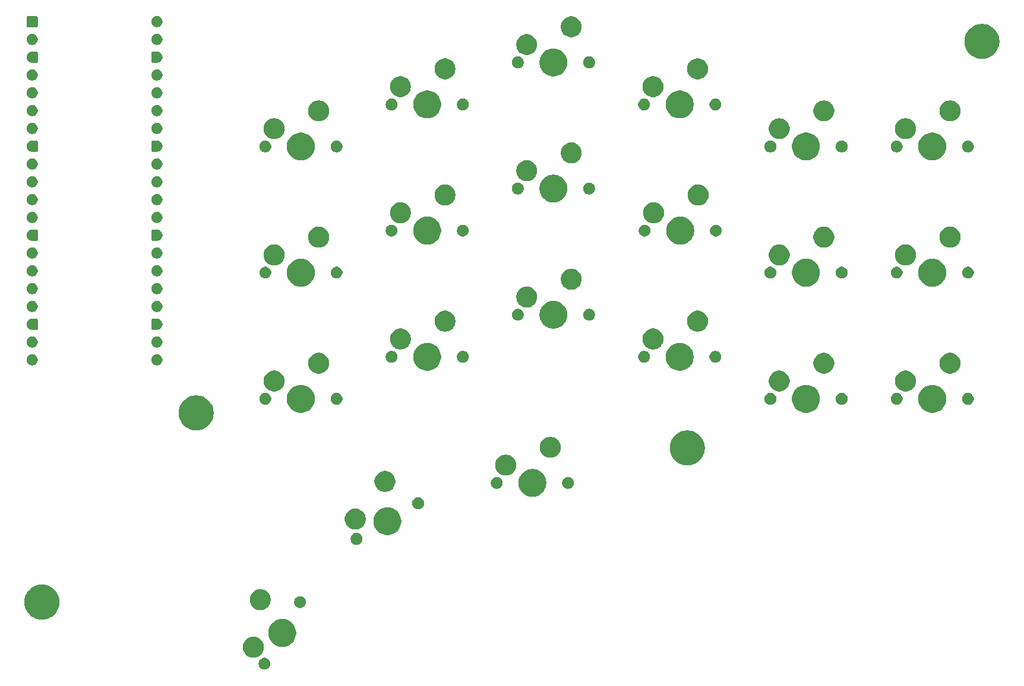
<source format=gts>
%TF.GenerationSoftware,KiCad,Pcbnew,9.0.4*%
%TF.CreationDate,2025-11-01T07:57:15+01:00*%
%TF.ProjectId,kbv3-right,6b627633-2d72-4696-9768-742e6b696361,rev?*%
%TF.SameCoordinates,Original*%
%TF.FileFunction,Soldermask,Top*%
%TF.FilePolarity,Negative*%
%FSLAX46Y46*%
G04 Gerber Fmt 4.6, Leading zero omitted, Abs format (unit mm)*
G04 Created by KiCad (PCBNEW 9.0.4) date 2025-11-01 07:57:15*
%MOMM*%
%LPD*%
G01*
G04 APERTURE LIST*
G04 APERTURE END LIST*
G36*
X78967003Y-153984557D02*
G01*
X79121111Y-154048391D01*
X79259805Y-154141063D01*
X79377755Y-154259013D01*
X79470427Y-154397707D01*
X79534261Y-154551815D01*
X79566803Y-154715415D01*
X79566803Y-154882221D01*
X79534261Y-155045821D01*
X79470427Y-155199929D01*
X79377755Y-155338623D01*
X79259805Y-155456573D01*
X79121111Y-155549245D01*
X78967003Y-155613079D01*
X78803403Y-155645621D01*
X78636597Y-155645621D01*
X78472997Y-155613079D01*
X78318889Y-155549245D01*
X78180195Y-155456573D01*
X78062245Y-155338623D01*
X77969573Y-155199929D01*
X77905739Y-155045821D01*
X77873197Y-154882221D01*
X77873197Y-154715415D01*
X77905739Y-154551815D01*
X77969573Y-154397707D01*
X78062245Y-154259013D01*
X78180195Y-154141063D01*
X78318889Y-154048391D01*
X78472997Y-153984557D01*
X78636597Y-153952015D01*
X78803403Y-153952015D01*
X78967003Y-153984557D01*
G37*
G36*
X77505463Y-150970411D02*
G01*
X77729320Y-151043147D01*
X77939043Y-151150006D01*
X78129467Y-151288357D01*
X78295904Y-151454794D01*
X78434255Y-151645218D01*
X78541114Y-151854941D01*
X78613850Y-152078798D01*
X78650671Y-152311277D01*
X78650671Y-152546655D01*
X78613850Y-152779134D01*
X78541114Y-153002991D01*
X78434255Y-153212714D01*
X78295904Y-153403138D01*
X78129467Y-153569575D01*
X77939043Y-153707926D01*
X77729320Y-153814785D01*
X77505463Y-153887521D01*
X77272984Y-153924342D01*
X77037606Y-153924342D01*
X76805127Y-153887521D01*
X76581270Y-153814785D01*
X76371547Y-153707926D01*
X76181123Y-153569575D01*
X76014686Y-153403138D01*
X75876335Y-153212714D01*
X75769476Y-153002991D01*
X75696740Y-152779134D01*
X75659919Y-152546655D01*
X75659919Y-152311277D01*
X75696740Y-152078798D01*
X75769476Y-151854941D01*
X75876335Y-151645218D01*
X76014686Y-151454794D01*
X76181123Y-151288357D01*
X76371547Y-151150006D01*
X76581270Y-151043147D01*
X76805127Y-150970411D01*
X77037606Y-150933590D01*
X77272984Y-150933590D01*
X77505463Y-150970411D01*
G37*
G36*
X81648991Y-148443821D02*
G01*
X81900918Y-148511325D01*
X82141879Y-148611134D01*
X82367751Y-148741542D01*
X82574670Y-148900316D01*
X82759093Y-149084739D01*
X82917867Y-149291658D01*
X83048275Y-149517530D01*
X83148084Y-149758491D01*
X83215588Y-150010418D01*
X83249631Y-150269002D01*
X83249631Y-150529816D01*
X83215588Y-150788400D01*
X83148084Y-151040327D01*
X83048275Y-151281288D01*
X82917867Y-151507160D01*
X82759093Y-151714079D01*
X82574670Y-151898502D01*
X82367751Y-152057276D01*
X82141879Y-152187684D01*
X81900918Y-152287493D01*
X81648991Y-152354997D01*
X81390407Y-152389040D01*
X81129593Y-152389040D01*
X80871009Y-152354997D01*
X80619082Y-152287493D01*
X80378121Y-152187684D01*
X80152249Y-152057276D01*
X79945330Y-151898502D01*
X79760907Y-151714079D01*
X79602133Y-151507160D01*
X79471725Y-151281288D01*
X79371916Y-151040327D01*
X79304412Y-150788400D01*
X79270369Y-150529816D01*
X79270369Y-150269002D01*
X79304412Y-150010418D01*
X79371916Y-149758491D01*
X79471725Y-149517530D01*
X79602133Y-149291658D01*
X79760907Y-149084739D01*
X79945330Y-148900316D01*
X80152249Y-148741542D01*
X80378121Y-148611134D01*
X80619082Y-148511325D01*
X80871009Y-148443821D01*
X81129593Y-148409778D01*
X81390407Y-148409778D01*
X81648991Y-148443821D01*
G37*
G36*
X47418766Y-143535322D02*
G01*
X47692089Y-143597707D01*
X47956709Y-143690301D01*
X48209297Y-143811941D01*
X48446678Y-143961098D01*
X48665866Y-144135895D01*
X48864105Y-144334134D01*
X49038902Y-144553322D01*
X49188059Y-144790703D01*
X49309699Y-145043291D01*
X49402293Y-145307911D01*
X49464678Y-145581234D01*
X49496067Y-145859824D01*
X49496067Y-146140176D01*
X49464678Y-146418766D01*
X49402293Y-146692089D01*
X49309699Y-146956709D01*
X49188059Y-147209297D01*
X49038902Y-147446678D01*
X48864105Y-147665866D01*
X48665866Y-147864105D01*
X48446678Y-148038902D01*
X48209297Y-148188059D01*
X47956709Y-148309699D01*
X47692089Y-148402293D01*
X47418766Y-148464678D01*
X47140176Y-148496067D01*
X46859824Y-148496067D01*
X46581234Y-148464678D01*
X46307911Y-148402293D01*
X46043291Y-148309699D01*
X45790703Y-148188059D01*
X45553322Y-148038902D01*
X45334134Y-147864105D01*
X45135895Y-147665866D01*
X44961098Y-147446678D01*
X44811941Y-147209297D01*
X44690301Y-146956709D01*
X44597707Y-146692089D01*
X44535322Y-146418766D01*
X44503933Y-146140176D01*
X44503933Y-145859824D01*
X44535322Y-145581234D01*
X44597707Y-145307911D01*
X44690301Y-145043291D01*
X44811941Y-144790703D01*
X44961098Y-144553322D01*
X45135895Y-144334134D01*
X45334134Y-144135895D01*
X45553322Y-143961098D01*
X45790703Y-143811941D01*
X46043291Y-143690301D01*
X46307911Y-143597707D01*
X46581234Y-143535322D01*
X46859824Y-143503933D01*
X47140176Y-143503933D01*
X47418766Y-143535322D01*
G37*
G36*
X78480759Y-144201149D02*
G01*
X78704616Y-144273885D01*
X78914339Y-144380744D01*
X79104763Y-144519095D01*
X79271200Y-144685532D01*
X79409551Y-144875956D01*
X79516410Y-145085679D01*
X79589146Y-145309536D01*
X79625967Y-145542015D01*
X79625967Y-145777393D01*
X79589146Y-146009872D01*
X79516410Y-146233729D01*
X79409551Y-146443452D01*
X79271200Y-146633876D01*
X79104763Y-146800313D01*
X78914339Y-146938664D01*
X78704616Y-147045523D01*
X78480759Y-147118259D01*
X78248280Y-147155080D01*
X78012902Y-147155080D01*
X77780423Y-147118259D01*
X77556566Y-147045523D01*
X77346843Y-146938664D01*
X77156419Y-146800313D01*
X76989982Y-146633876D01*
X76851631Y-146443452D01*
X76744772Y-146233729D01*
X76672036Y-146009872D01*
X76635215Y-145777393D01*
X76635215Y-145542015D01*
X76672036Y-145309536D01*
X76744772Y-145085679D01*
X76851631Y-144875956D01*
X76989982Y-144685532D01*
X77156419Y-144519095D01*
X77346843Y-144380744D01*
X77556566Y-144273885D01*
X77780423Y-144201149D01*
X78012902Y-144164328D01*
X78248280Y-144164328D01*
X78480759Y-144201149D01*
G37*
G36*
X84047003Y-145185739D02*
G01*
X84201111Y-145249573D01*
X84339805Y-145342245D01*
X84457755Y-145460195D01*
X84550427Y-145598889D01*
X84614261Y-145752997D01*
X84646803Y-145916597D01*
X84646803Y-146083403D01*
X84614261Y-146247003D01*
X84550427Y-146401111D01*
X84457755Y-146539805D01*
X84339805Y-146657755D01*
X84201111Y-146750427D01*
X84047003Y-146814261D01*
X83883403Y-146846803D01*
X83716597Y-146846803D01*
X83552997Y-146814261D01*
X83398889Y-146750427D01*
X83260195Y-146657755D01*
X83142245Y-146539805D01*
X83049573Y-146401111D01*
X82985739Y-146247003D01*
X82953197Y-146083403D01*
X82953197Y-145916597D01*
X82985739Y-145752997D01*
X83049573Y-145598889D01*
X83142245Y-145460195D01*
X83260195Y-145342245D01*
X83398889Y-145249573D01*
X83552997Y-145185739D01*
X83716597Y-145153197D01*
X83883403Y-145153197D01*
X84047003Y-145185739D01*
G37*
G36*
X92088185Y-136175739D02*
G01*
X92242293Y-136239573D01*
X92380987Y-136332245D01*
X92498937Y-136450195D01*
X92591609Y-136588889D01*
X92655443Y-136742997D01*
X92687985Y-136906597D01*
X92687985Y-137073403D01*
X92655443Y-137237003D01*
X92591609Y-137391111D01*
X92498937Y-137529805D01*
X92380987Y-137647755D01*
X92242293Y-137740427D01*
X92088185Y-137804261D01*
X91924585Y-137836803D01*
X91757779Y-137836803D01*
X91594179Y-137804261D01*
X91440071Y-137740427D01*
X91301377Y-137647755D01*
X91183427Y-137529805D01*
X91090755Y-137391111D01*
X91026921Y-137237003D01*
X90994379Y-137073403D01*
X90994379Y-136906597D01*
X91026921Y-136742997D01*
X91090755Y-136588889D01*
X91183427Y-136450195D01*
X91301377Y-136332245D01*
X91440071Y-136239573D01*
X91594179Y-136175739D01*
X91757779Y-136143197D01*
X91924585Y-136143197D01*
X92088185Y-136175739D01*
G37*
G36*
X96629582Y-132494412D02*
G01*
X96881509Y-132561916D01*
X97122470Y-132661725D01*
X97348342Y-132792133D01*
X97555261Y-132950907D01*
X97739684Y-133135330D01*
X97898458Y-133342249D01*
X98028866Y-133568121D01*
X98128675Y-133809082D01*
X98196179Y-134061009D01*
X98230222Y-134319593D01*
X98230222Y-134580407D01*
X98196179Y-134838991D01*
X98128675Y-135090918D01*
X98028866Y-135331879D01*
X97898458Y-135557751D01*
X97739684Y-135764670D01*
X97555261Y-135949093D01*
X97348342Y-136107867D01*
X97122470Y-136238275D01*
X96881509Y-136338084D01*
X96629582Y-136405588D01*
X96370998Y-136439631D01*
X96110184Y-136439631D01*
X95851600Y-136405588D01*
X95599673Y-136338084D01*
X95358712Y-136238275D01*
X95132840Y-136107867D01*
X94925921Y-135949093D01*
X94741498Y-135764670D01*
X94582724Y-135557751D01*
X94452316Y-135331879D01*
X94352507Y-135090918D01*
X94285003Y-134838991D01*
X94250960Y-134580407D01*
X94250960Y-134319593D01*
X94285003Y-134061009D01*
X94352507Y-133809082D01*
X94452316Y-133568121D01*
X94582724Y-133342249D01*
X94741498Y-133135330D01*
X94925921Y-132950907D01*
X95132840Y-132792133D01*
X95358712Y-132661725D01*
X95599673Y-132561916D01*
X95851600Y-132494412D01*
X96110184Y-132460369D01*
X96370998Y-132460369D01*
X96629582Y-132494412D01*
G37*
G36*
X92021202Y-132696740D02*
G01*
X92245059Y-132769476D01*
X92454782Y-132876335D01*
X92645206Y-133014686D01*
X92811643Y-133181123D01*
X92949994Y-133371547D01*
X93056853Y-133581270D01*
X93129589Y-133805127D01*
X93166410Y-134037606D01*
X93166410Y-134272984D01*
X93129589Y-134505463D01*
X93056853Y-134729320D01*
X92949994Y-134939043D01*
X92811643Y-135129467D01*
X92645206Y-135295904D01*
X92454782Y-135434255D01*
X92245059Y-135541114D01*
X92021202Y-135613850D01*
X91788723Y-135650671D01*
X91553345Y-135650671D01*
X91320866Y-135613850D01*
X91097009Y-135541114D01*
X90887286Y-135434255D01*
X90696862Y-135295904D01*
X90530425Y-135129467D01*
X90392074Y-134939043D01*
X90285215Y-134729320D01*
X90212479Y-134505463D01*
X90175658Y-134272984D01*
X90175658Y-134037606D01*
X90212479Y-133805127D01*
X90285215Y-133581270D01*
X90392074Y-133371547D01*
X90530425Y-133181123D01*
X90696862Y-133014686D01*
X90887286Y-132876335D01*
X91097009Y-132769476D01*
X91320866Y-132696740D01*
X91553345Y-132659919D01*
X91788723Y-132659919D01*
X92021202Y-132696740D01*
G37*
G36*
X100887003Y-131095739D02*
G01*
X101041111Y-131159573D01*
X101179805Y-131252245D01*
X101297755Y-131370195D01*
X101390427Y-131508889D01*
X101454261Y-131662997D01*
X101486803Y-131826597D01*
X101486803Y-131993403D01*
X101454261Y-132157003D01*
X101390427Y-132311111D01*
X101297755Y-132449805D01*
X101179805Y-132567755D01*
X101041111Y-132660427D01*
X100887003Y-132724261D01*
X100723403Y-132756803D01*
X100556597Y-132756803D01*
X100392997Y-132724261D01*
X100238889Y-132660427D01*
X100100195Y-132567755D01*
X99982245Y-132449805D01*
X99889573Y-132311111D01*
X99825739Y-132157003D01*
X99793197Y-131993403D01*
X99793197Y-131826597D01*
X99825739Y-131662997D01*
X99889573Y-131508889D01*
X99982245Y-131370195D01*
X100100195Y-131252245D01*
X100238889Y-131159573D01*
X100392997Y-131095739D01*
X100556597Y-131063197D01*
X100723403Y-131063197D01*
X100887003Y-131095739D01*
G37*
G36*
X117308991Y-127044412D02*
G01*
X117560918Y-127111916D01*
X117801879Y-127211725D01*
X118027751Y-127342133D01*
X118234670Y-127500907D01*
X118419093Y-127685330D01*
X118577867Y-127892249D01*
X118708275Y-128118121D01*
X118808084Y-128359082D01*
X118875588Y-128611009D01*
X118909631Y-128869593D01*
X118909631Y-129130407D01*
X118875588Y-129388991D01*
X118808084Y-129640918D01*
X118708275Y-129881879D01*
X118577867Y-130107751D01*
X118419093Y-130314670D01*
X118234670Y-130499093D01*
X118027751Y-130657867D01*
X117801879Y-130788275D01*
X117560918Y-130888084D01*
X117308991Y-130955588D01*
X117050407Y-130989631D01*
X116789593Y-130989631D01*
X116531009Y-130955588D01*
X116279082Y-130888084D01*
X116038121Y-130788275D01*
X115812249Y-130657867D01*
X115605330Y-130499093D01*
X115420907Y-130314670D01*
X115262133Y-130107751D01*
X115131725Y-129881879D01*
X115031916Y-129640918D01*
X114964412Y-129388991D01*
X114930369Y-129130407D01*
X114930369Y-128869593D01*
X114964412Y-128611009D01*
X115031916Y-128359082D01*
X115131725Y-128118121D01*
X115262133Y-127892249D01*
X115420907Y-127685330D01*
X115605330Y-127500907D01*
X115812249Y-127342133D01*
X116038121Y-127211725D01*
X116279082Y-127111916D01*
X116531009Y-127044412D01*
X116789593Y-127010369D01*
X117050407Y-127010369D01*
X117308991Y-127044412D01*
G37*
G36*
X96250464Y-127322036D02*
G01*
X96474321Y-127394772D01*
X96684044Y-127501631D01*
X96874468Y-127639982D01*
X97040905Y-127806419D01*
X97179256Y-127996843D01*
X97286115Y-128206566D01*
X97358851Y-128430423D01*
X97395672Y-128662902D01*
X97395672Y-128898280D01*
X97358851Y-129130759D01*
X97286115Y-129354616D01*
X97179256Y-129564339D01*
X97040905Y-129754763D01*
X96874468Y-129921200D01*
X96684044Y-130059551D01*
X96474321Y-130166410D01*
X96250464Y-130239146D01*
X96017985Y-130275967D01*
X95782607Y-130275967D01*
X95550128Y-130239146D01*
X95326271Y-130166410D01*
X95116548Y-130059551D01*
X94926124Y-129921200D01*
X94759687Y-129754763D01*
X94621336Y-129564339D01*
X94514477Y-129354616D01*
X94441741Y-129130759D01*
X94404920Y-128898280D01*
X94404920Y-128662902D01*
X94441741Y-128430423D01*
X94514477Y-128206566D01*
X94621336Y-127996843D01*
X94759687Y-127806419D01*
X94926124Y-127639982D01*
X95116548Y-127501631D01*
X95326271Y-127394772D01*
X95550128Y-127322036D01*
X95782607Y-127285215D01*
X96017985Y-127285215D01*
X96250464Y-127322036D01*
G37*
G36*
X112087003Y-128185739D02*
G01*
X112241111Y-128249573D01*
X112379805Y-128342245D01*
X112497755Y-128460195D01*
X112590427Y-128598889D01*
X112654261Y-128752997D01*
X112686803Y-128916597D01*
X112686803Y-129083403D01*
X112654261Y-129247003D01*
X112590427Y-129401111D01*
X112497755Y-129539805D01*
X112379805Y-129657755D01*
X112241111Y-129750427D01*
X112087003Y-129814261D01*
X111923403Y-129846803D01*
X111756597Y-129846803D01*
X111592997Y-129814261D01*
X111438889Y-129750427D01*
X111300195Y-129657755D01*
X111182245Y-129539805D01*
X111089573Y-129401111D01*
X111025739Y-129247003D01*
X110993197Y-129083403D01*
X110993197Y-128916597D01*
X111025739Y-128752997D01*
X111089573Y-128598889D01*
X111182245Y-128460195D01*
X111300195Y-128342245D01*
X111438889Y-128249573D01*
X111592997Y-128185739D01*
X111756597Y-128153197D01*
X111923403Y-128153197D01*
X112087003Y-128185739D01*
G37*
G36*
X122247003Y-128185739D02*
G01*
X122401111Y-128249573D01*
X122539805Y-128342245D01*
X122657755Y-128460195D01*
X122750427Y-128598889D01*
X122814261Y-128752997D01*
X122846803Y-128916597D01*
X122846803Y-129083403D01*
X122814261Y-129247003D01*
X122750427Y-129401111D01*
X122657755Y-129539805D01*
X122539805Y-129657755D01*
X122401111Y-129750427D01*
X122247003Y-129814261D01*
X122083403Y-129846803D01*
X121916597Y-129846803D01*
X121752997Y-129814261D01*
X121598889Y-129750427D01*
X121460195Y-129657755D01*
X121342245Y-129539805D01*
X121249573Y-129401111D01*
X121185739Y-129247003D01*
X121153197Y-129083403D01*
X121153197Y-128916597D01*
X121185739Y-128752997D01*
X121249573Y-128598889D01*
X121342245Y-128460195D01*
X121460195Y-128342245D01*
X121598889Y-128249573D01*
X121752997Y-128185739D01*
X121916597Y-128153197D01*
X122083403Y-128153197D01*
X122247003Y-128185739D01*
G37*
G36*
X113460168Y-125001445D02*
G01*
X113684025Y-125074181D01*
X113893748Y-125181040D01*
X114084172Y-125319391D01*
X114250609Y-125485828D01*
X114388960Y-125676252D01*
X114495819Y-125885975D01*
X114568555Y-126109832D01*
X114605376Y-126342311D01*
X114605376Y-126577689D01*
X114568555Y-126810168D01*
X114495819Y-127034025D01*
X114388960Y-127243748D01*
X114250609Y-127434172D01*
X114084172Y-127600609D01*
X113893748Y-127738960D01*
X113684025Y-127845819D01*
X113460168Y-127918555D01*
X113227689Y-127955376D01*
X112992311Y-127955376D01*
X112759832Y-127918555D01*
X112535975Y-127845819D01*
X112326252Y-127738960D01*
X112135828Y-127600609D01*
X111969391Y-127434172D01*
X111831040Y-127243748D01*
X111724181Y-127034025D01*
X111651445Y-126810168D01*
X111614624Y-126577689D01*
X111614624Y-126342311D01*
X111651445Y-126109832D01*
X111724181Y-125885975D01*
X111831040Y-125676252D01*
X111969391Y-125485828D01*
X112135828Y-125319391D01*
X112326252Y-125181040D01*
X112535975Y-125074181D01*
X112759832Y-125001445D01*
X112992311Y-124964624D01*
X113227689Y-124964624D01*
X113460168Y-125001445D01*
G37*
G36*
X139418766Y-121535322D02*
G01*
X139692089Y-121597707D01*
X139956709Y-121690301D01*
X140209297Y-121811941D01*
X140446678Y-121961098D01*
X140665866Y-122135895D01*
X140864105Y-122334134D01*
X141038902Y-122553322D01*
X141188059Y-122790703D01*
X141309699Y-123043291D01*
X141402293Y-123307911D01*
X141464678Y-123581234D01*
X141496067Y-123859824D01*
X141496067Y-124140176D01*
X141464678Y-124418766D01*
X141402293Y-124692089D01*
X141309699Y-124956709D01*
X141188059Y-125209297D01*
X141038902Y-125446678D01*
X140864105Y-125665866D01*
X140665866Y-125864105D01*
X140446678Y-126038902D01*
X140209297Y-126188059D01*
X139956709Y-126309699D01*
X139692089Y-126402293D01*
X139418766Y-126464678D01*
X139140176Y-126496067D01*
X138859824Y-126496067D01*
X138581234Y-126464678D01*
X138307911Y-126402293D01*
X138043291Y-126309699D01*
X137790703Y-126188059D01*
X137553322Y-126038902D01*
X137334134Y-125864105D01*
X137135895Y-125665866D01*
X136961098Y-125446678D01*
X136811941Y-125209297D01*
X136690301Y-124956709D01*
X136597707Y-124692089D01*
X136535322Y-124418766D01*
X136503933Y-124140176D01*
X136503933Y-123859824D01*
X136535322Y-123581234D01*
X136597707Y-123307911D01*
X136690301Y-123043291D01*
X136811941Y-122790703D01*
X136961098Y-122553322D01*
X137135895Y-122334134D01*
X137334134Y-122135895D01*
X137553322Y-121961098D01*
X137790703Y-121811941D01*
X138043291Y-121690301D01*
X138307911Y-121597707D01*
X138581234Y-121535322D01*
X138859824Y-121503933D01*
X139140176Y-121503933D01*
X139418766Y-121535322D01*
G37*
G36*
X119810168Y-122461445D02*
G01*
X120034025Y-122534181D01*
X120243748Y-122641040D01*
X120434172Y-122779391D01*
X120600609Y-122945828D01*
X120738960Y-123136252D01*
X120845819Y-123345975D01*
X120918555Y-123569832D01*
X120955376Y-123802311D01*
X120955376Y-124037689D01*
X120918555Y-124270168D01*
X120845819Y-124494025D01*
X120738960Y-124703748D01*
X120600609Y-124894172D01*
X120434172Y-125060609D01*
X120243748Y-125198960D01*
X120034025Y-125305819D01*
X119810168Y-125378555D01*
X119577689Y-125415376D01*
X119342311Y-125415376D01*
X119109832Y-125378555D01*
X118885975Y-125305819D01*
X118676252Y-125198960D01*
X118485828Y-125060609D01*
X118319391Y-124894172D01*
X118181040Y-124703748D01*
X118074181Y-124494025D01*
X118001445Y-124270168D01*
X117964624Y-124037689D01*
X117964624Y-123802311D01*
X118001445Y-123569832D01*
X118074181Y-123345975D01*
X118181040Y-123136252D01*
X118319391Y-122945828D01*
X118485828Y-122779391D01*
X118676252Y-122641040D01*
X118885975Y-122534181D01*
X119109832Y-122461445D01*
X119342311Y-122424624D01*
X119577689Y-122424624D01*
X119810168Y-122461445D01*
G37*
G36*
X69418766Y-116535322D02*
G01*
X69692089Y-116597707D01*
X69956709Y-116690301D01*
X70209297Y-116811941D01*
X70446678Y-116961098D01*
X70665866Y-117135895D01*
X70864105Y-117334134D01*
X71038902Y-117553322D01*
X71188059Y-117790703D01*
X71309699Y-118043291D01*
X71402293Y-118307911D01*
X71464678Y-118581234D01*
X71496067Y-118859824D01*
X71496067Y-119140176D01*
X71464678Y-119418766D01*
X71402293Y-119692089D01*
X71309699Y-119956709D01*
X71188059Y-120209297D01*
X71038902Y-120446678D01*
X70864105Y-120665866D01*
X70665866Y-120864105D01*
X70446678Y-121038902D01*
X70209297Y-121188059D01*
X69956709Y-121309699D01*
X69692089Y-121402293D01*
X69418766Y-121464678D01*
X69140176Y-121496067D01*
X68859824Y-121496067D01*
X68581234Y-121464678D01*
X68307911Y-121402293D01*
X68043291Y-121309699D01*
X67790703Y-121188059D01*
X67553322Y-121038902D01*
X67334134Y-120864105D01*
X67135895Y-120665866D01*
X66961098Y-120446678D01*
X66811941Y-120209297D01*
X66690301Y-119956709D01*
X66597707Y-119692089D01*
X66535322Y-119418766D01*
X66503933Y-119140176D01*
X66503933Y-118859824D01*
X66535322Y-118581234D01*
X66597707Y-118307911D01*
X66690301Y-118043291D01*
X66811941Y-117790703D01*
X66961098Y-117553322D01*
X67135895Y-117334134D01*
X67334134Y-117135895D01*
X67553322Y-116961098D01*
X67790703Y-116811941D01*
X68043291Y-116690301D01*
X68307911Y-116597707D01*
X68581234Y-116535322D01*
X68859824Y-116503933D01*
X69140176Y-116503933D01*
X69418766Y-116535322D01*
G37*
G36*
X84308991Y-115044412D02*
G01*
X84560918Y-115111916D01*
X84801879Y-115211725D01*
X85027751Y-115342133D01*
X85234670Y-115500907D01*
X85419093Y-115685330D01*
X85577867Y-115892249D01*
X85708275Y-116118121D01*
X85808084Y-116359082D01*
X85875588Y-116611009D01*
X85909631Y-116869593D01*
X85909631Y-117130407D01*
X85875588Y-117388991D01*
X85808084Y-117640918D01*
X85708275Y-117881879D01*
X85577867Y-118107751D01*
X85419093Y-118314670D01*
X85234670Y-118499093D01*
X85027751Y-118657867D01*
X84801879Y-118788275D01*
X84560918Y-118888084D01*
X84308991Y-118955588D01*
X84050407Y-118989631D01*
X83789593Y-118989631D01*
X83531009Y-118955588D01*
X83279082Y-118888084D01*
X83038121Y-118788275D01*
X82812249Y-118657867D01*
X82605330Y-118499093D01*
X82420907Y-118314670D01*
X82262133Y-118107751D01*
X82131725Y-117881879D01*
X82031916Y-117640918D01*
X81964412Y-117388991D01*
X81930369Y-117130407D01*
X81930369Y-116869593D01*
X81964412Y-116611009D01*
X82031916Y-116359082D01*
X82131725Y-116118121D01*
X82262133Y-115892249D01*
X82420907Y-115685330D01*
X82605330Y-115500907D01*
X82812249Y-115342133D01*
X83038121Y-115211725D01*
X83279082Y-115111916D01*
X83531009Y-115044412D01*
X83789593Y-115010369D01*
X84050407Y-115010369D01*
X84308991Y-115044412D01*
G37*
G36*
X156308991Y-115044412D02*
G01*
X156560918Y-115111916D01*
X156801879Y-115211725D01*
X157027751Y-115342133D01*
X157234670Y-115500907D01*
X157419093Y-115685330D01*
X157577867Y-115892249D01*
X157708275Y-116118121D01*
X157808084Y-116359082D01*
X157875588Y-116611009D01*
X157909631Y-116869593D01*
X157909631Y-117130407D01*
X157875588Y-117388991D01*
X157808084Y-117640918D01*
X157708275Y-117881879D01*
X157577867Y-118107751D01*
X157419093Y-118314670D01*
X157234670Y-118499093D01*
X157027751Y-118657867D01*
X156801879Y-118788275D01*
X156560918Y-118888084D01*
X156308991Y-118955588D01*
X156050407Y-118989631D01*
X155789593Y-118989631D01*
X155531009Y-118955588D01*
X155279082Y-118888084D01*
X155038121Y-118788275D01*
X154812249Y-118657867D01*
X154605330Y-118499093D01*
X154420907Y-118314670D01*
X154262133Y-118107751D01*
X154131725Y-117881879D01*
X154031916Y-117640918D01*
X153964412Y-117388991D01*
X153930369Y-117130407D01*
X153930369Y-116869593D01*
X153964412Y-116611009D01*
X154031916Y-116359082D01*
X154131725Y-116118121D01*
X154262133Y-115892249D01*
X154420907Y-115685330D01*
X154605330Y-115500907D01*
X154812249Y-115342133D01*
X155038121Y-115211725D01*
X155279082Y-115111916D01*
X155531009Y-115044412D01*
X155789593Y-115010369D01*
X156050407Y-115010369D01*
X156308991Y-115044412D01*
G37*
G36*
X174308991Y-115044412D02*
G01*
X174560918Y-115111916D01*
X174801879Y-115211725D01*
X175027751Y-115342133D01*
X175234670Y-115500907D01*
X175419093Y-115685330D01*
X175577867Y-115892249D01*
X175708275Y-116118121D01*
X175808084Y-116359082D01*
X175875588Y-116611009D01*
X175909631Y-116869593D01*
X175909631Y-117130407D01*
X175875588Y-117388991D01*
X175808084Y-117640918D01*
X175708275Y-117881879D01*
X175577867Y-118107751D01*
X175419093Y-118314670D01*
X175234670Y-118499093D01*
X175027751Y-118657867D01*
X174801879Y-118788275D01*
X174560918Y-118888084D01*
X174308991Y-118955588D01*
X174050407Y-118989631D01*
X173789593Y-118989631D01*
X173531009Y-118955588D01*
X173279082Y-118888084D01*
X173038121Y-118788275D01*
X172812249Y-118657867D01*
X172605330Y-118499093D01*
X172420907Y-118314670D01*
X172262133Y-118107751D01*
X172131725Y-117881879D01*
X172031916Y-117640918D01*
X171964412Y-117388991D01*
X171930369Y-117130407D01*
X171930369Y-116869593D01*
X171964412Y-116611009D01*
X172031916Y-116359082D01*
X172131725Y-116118121D01*
X172262133Y-115892249D01*
X172420907Y-115685330D01*
X172605330Y-115500907D01*
X172812249Y-115342133D01*
X173038121Y-115211725D01*
X173279082Y-115111916D01*
X173531009Y-115044412D01*
X173789593Y-115010369D01*
X174050407Y-115010369D01*
X174308991Y-115044412D01*
G37*
G36*
X79087003Y-116185739D02*
G01*
X79241111Y-116249573D01*
X79379805Y-116342245D01*
X79497755Y-116460195D01*
X79590427Y-116598889D01*
X79654261Y-116752997D01*
X79686803Y-116916597D01*
X79686803Y-117083403D01*
X79654261Y-117247003D01*
X79590427Y-117401111D01*
X79497755Y-117539805D01*
X79379805Y-117657755D01*
X79241111Y-117750427D01*
X79087003Y-117814261D01*
X78923403Y-117846803D01*
X78756597Y-117846803D01*
X78592997Y-117814261D01*
X78438889Y-117750427D01*
X78300195Y-117657755D01*
X78182245Y-117539805D01*
X78089573Y-117401111D01*
X78025739Y-117247003D01*
X77993197Y-117083403D01*
X77993197Y-116916597D01*
X78025739Y-116752997D01*
X78089573Y-116598889D01*
X78182245Y-116460195D01*
X78300195Y-116342245D01*
X78438889Y-116249573D01*
X78592997Y-116185739D01*
X78756597Y-116153197D01*
X78923403Y-116153197D01*
X79087003Y-116185739D01*
G37*
G36*
X89247003Y-116185739D02*
G01*
X89401111Y-116249573D01*
X89539805Y-116342245D01*
X89657755Y-116460195D01*
X89750427Y-116598889D01*
X89814261Y-116752997D01*
X89846803Y-116916597D01*
X89846803Y-117083403D01*
X89814261Y-117247003D01*
X89750427Y-117401111D01*
X89657755Y-117539805D01*
X89539805Y-117657755D01*
X89401111Y-117750427D01*
X89247003Y-117814261D01*
X89083403Y-117846803D01*
X88916597Y-117846803D01*
X88752997Y-117814261D01*
X88598889Y-117750427D01*
X88460195Y-117657755D01*
X88342245Y-117539805D01*
X88249573Y-117401111D01*
X88185739Y-117247003D01*
X88153197Y-117083403D01*
X88153197Y-116916597D01*
X88185739Y-116752997D01*
X88249573Y-116598889D01*
X88342245Y-116460195D01*
X88460195Y-116342245D01*
X88598889Y-116249573D01*
X88752997Y-116185739D01*
X88916597Y-116153197D01*
X89083403Y-116153197D01*
X89247003Y-116185739D01*
G37*
G36*
X151087003Y-116185739D02*
G01*
X151241111Y-116249573D01*
X151379805Y-116342245D01*
X151497755Y-116460195D01*
X151590427Y-116598889D01*
X151654261Y-116752997D01*
X151686803Y-116916597D01*
X151686803Y-117083403D01*
X151654261Y-117247003D01*
X151590427Y-117401111D01*
X151497755Y-117539805D01*
X151379805Y-117657755D01*
X151241111Y-117750427D01*
X151087003Y-117814261D01*
X150923403Y-117846803D01*
X150756597Y-117846803D01*
X150592997Y-117814261D01*
X150438889Y-117750427D01*
X150300195Y-117657755D01*
X150182245Y-117539805D01*
X150089573Y-117401111D01*
X150025739Y-117247003D01*
X149993197Y-117083403D01*
X149993197Y-116916597D01*
X150025739Y-116752997D01*
X150089573Y-116598889D01*
X150182245Y-116460195D01*
X150300195Y-116342245D01*
X150438889Y-116249573D01*
X150592997Y-116185739D01*
X150756597Y-116153197D01*
X150923403Y-116153197D01*
X151087003Y-116185739D01*
G37*
G36*
X161247003Y-116185739D02*
G01*
X161401111Y-116249573D01*
X161539805Y-116342245D01*
X161657755Y-116460195D01*
X161750427Y-116598889D01*
X161814261Y-116752997D01*
X161846803Y-116916597D01*
X161846803Y-117083403D01*
X161814261Y-117247003D01*
X161750427Y-117401111D01*
X161657755Y-117539805D01*
X161539805Y-117657755D01*
X161401111Y-117750427D01*
X161247003Y-117814261D01*
X161083403Y-117846803D01*
X160916597Y-117846803D01*
X160752997Y-117814261D01*
X160598889Y-117750427D01*
X160460195Y-117657755D01*
X160342245Y-117539805D01*
X160249573Y-117401111D01*
X160185739Y-117247003D01*
X160153197Y-117083403D01*
X160153197Y-116916597D01*
X160185739Y-116752997D01*
X160249573Y-116598889D01*
X160342245Y-116460195D01*
X160460195Y-116342245D01*
X160598889Y-116249573D01*
X160752997Y-116185739D01*
X160916597Y-116153197D01*
X161083403Y-116153197D01*
X161247003Y-116185739D01*
G37*
G36*
X169087003Y-116185739D02*
G01*
X169241111Y-116249573D01*
X169379805Y-116342245D01*
X169497755Y-116460195D01*
X169590427Y-116598889D01*
X169654261Y-116752997D01*
X169686803Y-116916597D01*
X169686803Y-117083403D01*
X169654261Y-117247003D01*
X169590427Y-117401111D01*
X169497755Y-117539805D01*
X169379805Y-117657755D01*
X169241111Y-117750427D01*
X169087003Y-117814261D01*
X168923403Y-117846803D01*
X168756597Y-117846803D01*
X168592997Y-117814261D01*
X168438889Y-117750427D01*
X168300195Y-117657755D01*
X168182245Y-117539805D01*
X168089573Y-117401111D01*
X168025739Y-117247003D01*
X167993197Y-117083403D01*
X167993197Y-116916597D01*
X168025739Y-116752997D01*
X168089573Y-116598889D01*
X168182245Y-116460195D01*
X168300195Y-116342245D01*
X168438889Y-116249573D01*
X168592997Y-116185739D01*
X168756597Y-116153197D01*
X168923403Y-116153197D01*
X169087003Y-116185739D01*
G37*
G36*
X179247003Y-116185739D02*
G01*
X179401111Y-116249573D01*
X179539805Y-116342245D01*
X179657755Y-116460195D01*
X179750427Y-116598889D01*
X179814261Y-116752997D01*
X179846803Y-116916597D01*
X179846803Y-117083403D01*
X179814261Y-117247003D01*
X179750427Y-117401111D01*
X179657755Y-117539805D01*
X179539805Y-117657755D01*
X179401111Y-117750427D01*
X179247003Y-117814261D01*
X179083403Y-117846803D01*
X178916597Y-117846803D01*
X178752997Y-117814261D01*
X178598889Y-117750427D01*
X178460195Y-117657755D01*
X178342245Y-117539805D01*
X178249573Y-117401111D01*
X178185739Y-117247003D01*
X178153197Y-117083403D01*
X178153197Y-116916597D01*
X178185739Y-116752997D01*
X178249573Y-116598889D01*
X178342245Y-116460195D01*
X178460195Y-116342245D01*
X178598889Y-116249573D01*
X178752997Y-116185739D01*
X178916597Y-116153197D01*
X179083403Y-116153197D01*
X179247003Y-116185739D01*
G37*
G36*
X80460168Y-113001445D02*
G01*
X80684025Y-113074181D01*
X80893748Y-113181040D01*
X81084172Y-113319391D01*
X81250609Y-113485828D01*
X81388960Y-113676252D01*
X81495819Y-113885975D01*
X81568555Y-114109832D01*
X81605376Y-114342311D01*
X81605376Y-114577689D01*
X81568555Y-114810168D01*
X81495819Y-115034025D01*
X81388960Y-115243748D01*
X81250609Y-115434172D01*
X81084172Y-115600609D01*
X80893748Y-115738960D01*
X80684025Y-115845819D01*
X80460168Y-115918555D01*
X80227689Y-115955376D01*
X79992311Y-115955376D01*
X79759832Y-115918555D01*
X79535975Y-115845819D01*
X79326252Y-115738960D01*
X79135828Y-115600609D01*
X78969391Y-115434172D01*
X78831040Y-115243748D01*
X78724181Y-115034025D01*
X78651445Y-114810168D01*
X78614624Y-114577689D01*
X78614624Y-114342311D01*
X78651445Y-114109832D01*
X78724181Y-113885975D01*
X78831040Y-113676252D01*
X78969391Y-113485828D01*
X79135828Y-113319391D01*
X79326252Y-113181040D01*
X79535975Y-113074181D01*
X79759832Y-113001445D01*
X79992311Y-112964624D01*
X80227689Y-112964624D01*
X80460168Y-113001445D01*
G37*
G36*
X152460168Y-113001445D02*
G01*
X152684025Y-113074181D01*
X152893748Y-113181040D01*
X153084172Y-113319391D01*
X153250609Y-113485828D01*
X153388960Y-113676252D01*
X153495819Y-113885975D01*
X153568555Y-114109832D01*
X153605376Y-114342311D01*
X153605376Y-114577689D01*
X153568555Y-114810168D01*
X153495819Y-115034025D01*
X153388960Y-115243748D01*
X153250609Y-115434172D01*
X153084172Y-115600609D01*
X152893748Y-115738960D01*
X152684025Y-115845819D01*
X152460168Y-115918555D01*
X152227689Y-115955376D01*
X151992311Y-115955376D01*
X151759832Y-115918555D01*
X151535975Y-115845819D01*
X151326252Y-115738960D01*
X151135828Y-115600609D01*
X150969391Y-115434172D01*
X150831040Y-115243748D01*
X150724181Y-115034025D01*
X150651445Y-114810168D01*
X150614624Y-114577689D01*
X150614624Y-114342311D01*
X150651445Y-114109832D01*
X150724181Y-113885975D01*
X150831040Y-113676252D01*
X150969391Y-113485828D01*
X151135828Y-113319391D01*
X151326252Y-113181040D01*
X151535975Y-113074181D01*
X151759832Y-113001445D01*
X151992311Y-112964624D01*
X152227689Y-112964624D01*
X152460168Y-113001445D01*
G37*
G36*
X170460168Y-113001445D02*
G01*
X170684025Y-113074181D01*
X170893748Y-113181040D01*
X171084172Y-113319391D01*
X171250609Y-113485828D01*
X171388960Y-113676252D01*
X171495819Y-113885975D01*
X171568555Y-114109832D01*
X171605376Y-114342311D01*
X171605376Y-114577689D01*
X171568555Y-114810168D01*
X171495819Y-115034025D01*
X171388960Y-115243748D01*
X171250609Y-115434172D01*
X171084172Y-115600609D01*
X170893748Y-115738960D01*
X170684025Y-115845819D01*
X170460168Y-115918555D01*
X170227689Y-115955376D01*
X169992311Y-115955376D01*
X169759832Y-115918555D01*
X169535975Y-115845819D01*
X169326252Y-115738960D01*
X169135828Y-115600609D01*
X168969391Y-115434172D01*
X168831040Y-115243748D01*
X168724181Y-115034025D01*
X168651445Y-114810168D01*
X168614624Y-114577689D01*
X168614624Y-114342311D01*
X168651445Y-114109832D01*
X168724181Y-113885975D01*
X168831040Y-113676252D01*
X168969391Y-113485828D01*
X169135828Y-113319391D01*
X169326252Y-113181040D01*
X169535975Y-113074181D01*
X169759832Y-113001445D01*
X169992311Y-112964624D01*
X170227689Y-112964624D01*
X170460168Y-113001445D01*
G37*
G36*
X86810168Y-110461445D02*
G01*
X87034025Y-110534181D01*
X87243748Y-110641040D01*
X87434172Y-110779391D01*
X87600609Y-110945828D01*
X87738960Y-111136252D01*
X87845819Y-111345975D01*
X87918555Y-111569832D01*
X87955376Y-111802311D01*
X87955376Y-112037689D01*
X87918555Y-112270168D01*
X87845819Y-112494025D01*
X87738960Y-112703748D01*
X87600609Y-112894172D01*
X87434172Y-113060609D01*
X87243748Y-113198960D01*
X87034025Y-113305819D01*
X86810168Y-113378555D01*
X86577689Y-113415376D01*
X86342311Y-113415376D01*
X86109832Y-113378555D01*
X85885975Y-113305819D01*
X85676252Y-113198960D01*
X85485828Y-113060609D01*
X85319391Y-112894172D01*
X85181040Y-112703748D01*
X85074181Y-112494025D01*
X85001445Y-112270168D01*
X84964624Y-112037689D01*
X84964624Y-111802311D01*
X85001445Y-111569832D01*
X85074181Y-111345975D01*
X85181040Y-111136252D01*
X85319391Y-110945828D01*
X85485828Y-110779391D01*
X85676252Y-110641040D01*
X85885975Y-110534181D01*
X86109832Y-110461445D01*
X86342311Y-110424624D01*
X86577689Y-110424624D01*
X86810168Y-110461445D01*
G37*
G36*
X158810168Y-110461445D02*
G01*
X159034025Y-110534181D01*
X159243748Y-110641040D01*
X159434172Y-110779391D01*
X159600609Y-110945828D01*
X159738960Y-111136252D01*
X159845819Y-111345975D01*
X159918555Y-111569832D01*
X159955376Y-111802311D01*
X159955376Y-112037689D01*
X159918555Y-112270168D01*
X159845819Y-112494025D01*
X159738960Y-112703748D01*
X159600609Y-112894172D01*
X159434172Y-113060609D01*
X159243748Y-113198960D01*
X159034025Y-113305819D01*
X158810168Y-113378555D01*
X158577689Y-113415376D01*
X158342311Y-113415376D01*
X158109832Y-113378555D01*
X157885975Y-113305819D01*
X157676252Y-113198960D01*
X157485828Y-113060609D01*
X157319391Y-112894172D01*
X157181040Y-112703748D01*
X157074181Y-112494025D01*
X157001445Y-112270168D01*
X156964624Y-112037689D01*
X156964624Y-111802311D01*
X157001445Y-111569832D01*
X157074181Y-111345975D01*
X157181040Y-111136252D01*
X157319391Y-110945828D01*
X157485828Y-110779391D01*
X157676252Y-110641040D01*
X157885975Y-110534181D01*
X158109832Y-110461445D01*
X158342311Y-110424624D01*
X158577689Y-110424624D01*
X158810168Y-110461445D01*
G37*
G36*
X176810168Y-110461445D02*
G01*
X177034025Y-110534181D01*
X177243748Y-110641040D01*
X177434172Y-110779391D01*
X177600609Y-110945828D01*
X177738960Y-111136252D01*
X177845819Y-111345975D01*
X177918555Y-111569832D01*
X177955376Y-111802311D01*
X177955376Y-112037689D01*
X177918555Y-112270168D01*
X177845819Y-112494025D01*
X177738960Y-112703748D01*
X177600609Y-112894172D01*
X177434172Y-113060609D01*
X177243748Y-113198960D01*
X177034025Y-113305819D01*
X176810168Y-113378555D01*
X176577689Y-113415376D01*
X176342311Y-113415376D01*
X176109832Y-113378555D01*
X175885975Y-113305819D01*
X175676252Y-113198960D01*
X175485828Y-113060609D01*
X175319391Y-112894172D01*
X175181040Y-112703748D01*
X175074181Y-112494025D01*
X175001445Y-112270168D01*
X174964624Y-112037689D01*
X174964624Y-111802311D01*
X175001445Y-111569832D01*
X175074181Y-111345975D01*
X175181040Y-111136252D01*
X175319391Y-110945828D01*
X175485828Y-110779391D01*
X175676252Y-110641040D01*
X175885975Y-110534181D01*
X176109832Y-110461445D01*
X176342311Y-110424624D01*
X176577689Y-110424624D01*
X176810168Y-110461445D01*
G37*
G36*
X102308991Y-109044412D02*
G01*
X102560918Y-109111916D01*
X102801879Y-109211725D01*
X103027751Y-109342133D01*
X103234670Y-109500907D01*
X103419093Y-109685330D01*
X103577867Y-109892249D01*
X103708275Y-110118121D01*
X103808084Y-110359082D01*
X103875588Y-110611009D01*
X103909631Y-110869593D01*
X103909631Y-111130407D01*
X103875588Y-111388991D01*
X103808084Y-111640918D01*
X103708275Y-111881879D01*
X103577867Y-112107751D01*
X103419093Y-112314670D01*
X103234670Y-112499093D01*
X103027751Y-112657867D01*
X102801879Y-112788275D01*
X102560918Y-112888084D01*
X102308991Y-112955588D01*
X102050407Y-112989631D01*
X101789593Y-112989631D01*
X101531009Y-112955588D01*
X101279082Y-112888084D01*
X101038121Y-112788275D01*
X100812249Y-112657867D01*
X100605330Y-112499093D01*
X100420907Y-112314670D01*
X100262133Y-112107751D01*
X100131725Y-111881879D01*
X100031916Y-111640918D01*
X99964412Y-111388991D01*
X99930369Y-111130407D01*
X99930369Y-110869593D01*
X99964412Y-110611009D01*
X100031916Y-110359082D01*
X100131725Y-110118121D01*
X100262133Y-109892249D01*
X100420907Y-109685330D01*
X100605330Y-109500907D01*
X100812249Y-109342133D01*
X101038121Y-109211725D01*
X101279082Y-109111916D01*
X101531009Y-109044412D01*
X101789593Y-109010369D01*
X102050407Y-109010369D01*
X102308991Y-109044412D01*
G37*
G36*
X138308991Y-109044412D02*
G01*
X138560918Y-109111916D01*
X138801879Y-109211725D01*
X139027751Y-109342133D01*
X139234670Y-109500907D01*
X139419093Y-109685330D01*
X139577867Y-109892249D01*
X139708275Y-110118121D01*
X139808084Y-110359082D01*
X139875588Y-110611009D01*
X139909631Y-110869593D01*
X139909631Y-111130407D01*
X139875588Y-111388991D01*
X139808084Y-111640918D01*
X139708275Y-111881879D01*
X139577867Y-112107751D01*
X139419093Y-112314670D01*
X139234670Y-112499093D01*
X139027751Y-112657867D01*
X138801879Y-112788275D01*
X138560918Y-112888084D01*
X138308991Y-112955588D01*
X138050407Y-112989631D01*
X137789593Y-112989631D01*
X137531009Y-112955588D01*
X137279082Y-112888084D01*
X137038121Y-112788275D01*
X136812249Y-112657867D01*
X136605330Y-112499093D01*
X136420907Y-112314670D01*
X136262133Y-112107751D01*
X136131725Y-111881879D01*
X136031916Y-111640918D01*
X135964412Y-111388991D01*
X135930369Y-111130407D01*
X135930369Y-110869593D01*
X135964412Y-110611009D01*
X136031916Y-110359082D01*
X136131725Y-110118121D01*
X136262133Y-109892249D01*
X136420907Y-109685330D01*
X136605330Y-109500907D01*
X136812249Y-109342133D01*
X137038121Y-109211725D01*
X137279082Y-109111916D01*
X137531009Y-109044412D01*
X137789593Y-109010369D01*
X138050407Y-109010369D01*
X138308991Y-109044412D01*
G37*
G36*
X45842228Y-110676948D02*
G01*
X45987117Y-110736963D01*
X46117515Y-110824092D01*
X46228408Y-110934985D01*
X46315537Y-111065383D01*
X46375552Y-111210272D01*
X46406148Y-111364086D01*
X46406148Y-111520914D01*
X46375552Y-111674728D01*
X46315537Y-111819617D01*
X46228408Y-111950015D01*
X46117515Y-112060908D01*
X45987117Y-112148037D01*
X45842228Y-112208052D01*
X45688414Y-112238648D01*
X45531586Y-112238648D01*
X45377772Y-112208052D01*
X45232883Y-112148037D01*
X45102485Y-112060908D01*
X44991592Y-111950015D01*
X44904463Y-111819617D01*
X44844448Y-111674728D01*
X44813852Y-111520914D01*
X44813852Y-111364086D01*
X44844448Y-111210272D01*
X44904463Y-111065383D01*
X44991592Y-110934985D01*
X45102485Y-110824092D01*
X45232883Y-110736963D01*
X45377772Y-110676948D01*
X45531586Y-110646352D01*
X45688414Y-110646352D01*
X45842228Y-110676948D01*
G37*
G36*
X63622228Y-110676948D02*
G01*
X63767117Y-110736963D01*
X63897515Y-110824092D01*
X64008408Y-110934985D01*
X64095537Y-111065383D01*
X64155552Y-111210272D01*
X64186148Y-111364086D01*
X64186148Y-111520914D01*
X64155552Y-111674728D01*
X64095537Y-111819617D01*
X64008408Y-111950015D01*
X63897515Y-112060908D01*
X63767117Y-112148037D01*
X63622228Y-112208052D01*
X63468414Y-112238648D01*
X63311586Y-112238648D01*
X63157772Y-112208052D01*
X63012883Y-112148037D01*
X62882485Y-112060908D01*
X62771592Y-111950015D01*
X62684463Y-111819617D01*
X62624448Y-111674728D01*
X62593852Y-111520914D01*
X62593852Y-111364086D01*
X62624448Y-111210272D01*
X62684463Y-111065383D01*
X62771592Y-110934985D01*
X62882485Y-110824092D01*
X63012883Y-110736963D01*
X63157772Y-110676948D01*
X63311586Y-110646352D01*
X63468414Y-110646352D01*
X63622228Y-110676948D01*
G37*
G36*
X97087003Y-110185739D02*
G01*
X97241111Y-110249573D01*
X97379805Y-110342245D01*
X97497755Y-110460195D01*
X97590427Y-110598889D01*
X97654261Y-110752997D01*
X97686803Y-110916597D01*
X97686803Y-111083403D01*
X97654261Y-111247003D01*
X97590427Y-111401111D01*
X97497755Y-111539805D01*
X97379805Y-111657755D01*
X97241111Y-111750427D01*
X97087003Y-111814261D01*
X96923403Y-111846803D01*
X96756597Y-111846803D01*
X96592997Y-111814261D01*
X96438889Y-111750427D01*
X96300195Y-111657755D01*
X96182245Y-111539805D01*
X96089573Y-111401111D01*
X96025739Y-111247003D01*
X95993197Y-111083403D01*
X95993197Y-110916597D01*
X96025739Y-110752997D01*
X96089573Y-110598889D01*
X96182245Y-110460195D01*
X96300195Y-110342245D01*
X96438889Y-110249573D01*
X96592997Y-110185739D01*
X96756597Y-110153197D01*
X96923403Y-110153197D01*
X97087003Y-110185739D01*
G37*
G36*
X107247003Y-110185739D02*
G01*
X107401111Y-110249573D01*
X107539805Y-110342245D01*
X107657755Y-110460195D01*
X107750427Y-110598889D01*
X107814261Y-110752997D01*
X107846803Y-110916597D01*
X107846803Y-111083403D01*
X107814261Y-111247003D01*
X107750427Y-111401111D01*
X107657755Y-111539805D01*
X107539805Y-111657755D01*
X107401111Y-111750427D01*
X107247003Y-111814261D01*
X107083403Y-111846803D01*
X106916597Y-111846803D01*
X106752997Y-111814261D01*
X106598889Y-111750427D01*
X106460195Y-111657755D01*
X106342245Y-111539805D01*
X106249573Y-111401111D01*
X106185739Y-111247003D01*
X106153197Y-111083403D01*
X106153197Y-110916597D01*
X106185739Y-110752997D01*
X106249573Y-110598889D01*
X106342245Y-110460195D01*
X106460195Y-110342245D01*
X106598889Y-110249573D01*
X106752997Y-110185739D01*
X106916597Y-110153197D01*
X107083403Y-110153197D01*
X107247003Y-110185739D01*
G37*
G36*
X133087003Y-110185739D02*
G01*
X133241111Y-110249573D01*
X133379805Y-110342245D01*
X133497755Y-110460195D01*
X133590427Y-110598889D01*
X133654261Y-110752997D01*
X133686803Y-110916597D01*
X133686803Y-111083403D01*
X133654261Y-111247003D01*
X133590427Y-111401111D01*
X133497755Y-111539805D01*
X133379805Y-111657755D01*
X133241111Y-111750427D01*
X133087003Y-111814261D01*
X132923403Y-111846803D01*
X132756597Y-111846803D01*
X132592997Y-111814261D01*
X132438889Y-111750427D01*
X132300195Y-111657755D01*
X132182245Y-111539805D01*
X132089573Y-111401111D01*
X132025739Y-111247003D01*
X131993197Y-111083403D01*
X131993197Y-110916597D01*
X132025739Y-110752997D01*
X132089573Y-110598889D01*
X132182245Y-110460195D01*
X132300195Y-110342245D01*
X132438889Y-110249573D01*
X132592997Y-110185739D01*
X132756597Y-110153197D01*
X132923403Y-110153197D01*
X133087003Y-110185739D01*
G37*
G36*
X143247003Y-110185739D02*
G01*
X143401111Y-110249573D01*
X143539805Y-110342245D01*
X143657755Y-110460195D01*
X143750427Y-110598889D01*
X143814261Y-110752997D01*
X143846803Y-110916597D01*
X143846803Y-111083403D01*
X143814261Y-111247003D01*
X143750427Y-111401111D01*
X143657755Y-111539805D01*
X143539805Y-111657755D01*
X143401111Y-111750427D01*
X143247003Y-111814261D01*
X143083403Y-111846803D01*
X142916597Y-111846803D01*
X142752997Y-111814261D01*
X142598889Y-111750427D01*
X142460195Y-111657755D01*
X142342245Y-111539805D01*
X142249573Y-111401111D01*
X142185739Y-111247003D01*
X142153197Y-111083403D01*
X142153197Y-110916597D01*
X142185739Y-110752997D01*
X142249573Y-110598889D01*
X142342245Y-110460195D01*
X142460195Y-110342245D01*
X142598889Y-110249573D01*
X142752997Y-110185739D01*
X142916597Y-110153197D01*
X143083403Y-110153197D01*
X143247003Y-110185739D01*
G37*
G36*
X98460168Y-107001445D02*
G01*
X98684025Y-107074181D01*
X98893748Y-107181040D01*
X99084172Y-107319391D01*
X99250609Y-107485828D01*
X99388960Y-107676252D01*
X99495819Y-107885975D01*
X99568555Y-108109832D01*
X99605376Y-108342311D01*
X99605376Y-108577689D01*
X99568555Y-108810168D01*
X99495819Y-109034025D01*
X99388960Y-109243748D01*
X99250609Y-109434172D01*
X99084172Y-109600609D01*
X98893748Y-109738960D01*
X98684025Y-109845819D01*
X98460168Y-109918555D01*
X98227689Y-109955376D01*
X97992311Y-109955376D01*
X97759832Y-109918555D01*
X97535975Y-109845819D01*
X97326252Y-109738960D01*
X97135828Y-109600609D01*
X96969391Y-109434172D01*
X96831040Y-109243748D01*
X96724181Y-109034025D01*
X96651445Y-108810168D01*
X96614624Y-108577689D01*
X96614624Y-108342311D01*
X96651445Y-108109832D01*
X96724181Y-107885975D01*
X96831040Y-107676252D01*
X96969391Y-107485828D01*
X97135828Y-107319391D01*
X97326252Y-107181040D01*
X97535975Y-107074181D01*
X97759832Y-107001445D01*
X97992311Y-106964624D01*
X98227689Y-106964624D01*
X98460168Y-107001445D01*
G37*
G36*
X134460168Y-107001445D02*
G01*
X134684025Y-107074181D01*
X134893748Y-107181040D01*
X135084172Y-107319391D01*
X135250609Y-107485828D01*
X135388960Y-107676252D01*
X135495819Y-107885975D01*
X135568555Y-108109832D01*
X135605376Y-108342311D01*
X135605376Y-108577689D01*
X135568555Y-108810168D01*
X135495819Y-109034025D01*
X135388960Y-109243748D01*
X135250609Y-109434172D01*
X135084172Y-109600609D01*
X134893748Y-109738960D01*
X134684025Y-109845819D01*
X134460168Y-109918555D01*
X134227689Y-109955376D01*
X133992311Y-109955376D01*
X133759832Y-109918555D01*
X133535975Y-109845819D01*
X133326252Y-109738960D01*
X133135828Y-109600609D01*
X132969391Y-109434172D01*
X132831040Y-109243748D01*
X132724181Y-109034025D01*
X132651445Y-108810168D01*
X132614624Y-108577689D01*
X132614624Y-108342311D01*
X132651445Y-108109832D01*
X132724181Y-107885975D01*
X132831040Y-107676252D01*
X132969391Y-107485828D01*
X133135828Y-107319391D01*
X133326252Y-107181040D01*
X133535975Y-107074181D01*
X133759832Y-107001445D01*
X133992311Y-106964624D01*
X134227689Y-106964624D01*
X134460168Y-107001445D01*
G37*
G36*
X45842228Y-108136948D02*
G01*
X45987117Y-108196963D01*
X46117515Y-108284092D01*
X46228408Y-108394985D01*
X46315537Y-108525383D01*
X46375552Y-108670272D01*
X46406148Y-108824086D01*
X46406148Y-108980914D01*
X46375552Y-109134728D01*
X46315537Y-109279617D01*
X46228408Y-109410015D01*
X46117515Y-109520908D01*
X45987117Y-109608037D01*
X45842228Y-109668052D01*
X45688414Y-109698648D01*
X45531586Y-109698648D01*
X45377772Y-109668052D01*
X45232883Y-109608037D01*
X45102485Y-109520908D01*
X44991592Y-109410015D01*
X44904463Y-109279617D01*
X44844448Y-109134728D01*
X44813852Y-108980914D01*
X44813852Y-108824086D01*
X44844448Y-108670272D01*
X44904463Y-108525383D01*
X44991592Y-108394985D01*
X45102485Y-108284092D01*
X45232883Y-108196963D01*
X45377772Y-108136948D01*
X45531586Y-108106352D01*
X45688414Y-108106352D01*
X45842228Y-108136948D01*
G37*
G36*
X63622228Y-108136948D02*
G01*
X63767117Y-108196963D01*
X63897515Y-108284092D01*
X64008408Y-108394985D01*
X64095537Y-108525383D01*
X64155552Y-108670272D01*
X64186148Y-108824086D01*
X64186148Y-108980914D01*
X64155552Y-109134728D01*
X64095537Y-109279617D01*
X64008408Y-109410015D01*
X63897515Y-109520908D01*
X63767117Y-109608037D01*
X63622228Y-109668052D01*
X63468414Y-109698648D01*
X63311586Y-109698648D01*
X63157772Y-109668052D01*
X63012883Y-109608037D01*
X62882485Y-109520908D01*
X62771592Y-109410015D01*
X62684463Y-109279617D01*
X62624448Y-109134728D01*
X62593852Y-108980914D01*
X62593852Y-108824086D01*
X62624448Y-108670272D01*
X62684463Y-108525383D01*
X62771592Y-108394985D01*
X62882485Y-108284092D01*
X63012883Y-108196963D01*
X63157772Y-108136948D01*
X63311586Y-108106352D01*
X63468414Y-108106352D01*
X63622228Y-108136948D01*
G37*
G36*
X104810168Y-104461445D02*
G01*
X105034025Y-104534181D01*
X105243748Y-104641040D01*
X105434172Y-104779391D01*
X105600609Y-104945828D01*
X105738960Y-105136252D01*
X105845819Y-105345975D01*
X105918555Y-105569832D01*
X105955376Y-105802311D01*
X105955376Y-106037689D01*
X105918555Y-106270168D01*
X105845819Y-106494025D01*
X105738960Y-106703748D01*
X105600609Y-106894172D01*
X105434172Y-107060609D01*
X105243748Y-107198960D01*
X105034025Y-107305819D01*
X104810168Y-107378555D01*
X104577689Y-107415376D01*
X104342311Y-107415376D01*
X104109832Y-107378555D01*
X103885975Y-107305819D01*
X103676252Y-107198960D01*
X103485828Y-107060609D01*
X103319391Y-106894172D01*
X103181040Y-106703748D01*
X103074181Y-106494025D01*
X103001445Y-106270168D01*
X102964624Y-106037689D01*
X102964624Y-105802311D01*
X103001445Y-105569832D01*
X103074181Y-105345975D01*
X103181040Y-105136252D01*
X103319391Y-104945828D01*
X103485828Y-104779391D01*
X103676252Y-104641040D01*
X103885975Y-104534181D01*
X104109832Y-104461445D01*
X104342311Y-104424624D01*
X104577689Y-104424624D01*
X104810168Y-104461445D01*
G37*
G36*
X140810168Y-104461445D02*
G01*
X141034025Y-104534181D01*
X141243748Y-104641040D01*
X141434172Y-104779391D01*
X141600609Y-104945828D01*
X141738960Y-105136252D01*
X141845819Y-105345975D01*
X141918555Y-105569832D01*
X141955376Y-105802311D01*
X141955376Y-106037689D01*
X141918555Y-106270168D01*
X141845819Y-106494025D01*
X141738960Y-106703748D01*
X141600609Y-106894172D01*
X141434172Y-107060609D01*
X141243748Y-107198960D01*
X141034025Y-107305819D01*
X140810168Y-107378555D01*
X140577689Y-107415376D01*
X140342311Y-107415376D01*
X140109832Y-107378555D01*
X139885975Y-107305819D01*
X139676252Y-107198960D01*
X139485828Y-107060609D01*
X139319391Y-106894172D01*
X139181040Y-106703748D01*
X139074181Y-106494025D01*
X139001445Y-106270168D01*
X138964624Y-106037689D01*
X138964624Y-105802311D01*
X139001445Y-105569832D01*
X139074181Y-105345975D01*
X139181040Y-105136252D01*
X139319391Y-104945828D01*
X139485828Y-104779391D01*
X139676252Y-104641040D01*
X139885975Y-104534181D01*
X140109832Y-104461445D01*
X140342311Y-104424624D01*
X140577689Y-104424624D01*
X140810168Y-104461445D01*
G37*
G36*
X46213536Y-105558964D02*
G01*
X46215915Y-105561343D01*
X46243108Y-105561343D01*
X46249018Y-105561343D01*
X46250931Y-105561724D01*
X46256385Y-105563983D01*
X46256389Y-105563984D01*
X46317569Y-105589326D01*
X46323027Y-105591587D01*
X46324650Y-105592670D01*
X46379830Y-105647850D01*
X46380913Y-105649473D01*
X46410776Y-105721569D01*
X46411157Y-105723482D01*
X46411157Y-105756585D01*
X46413536Y-105758964D01*
X46415000Y-105762500D01*
X46415000Y-106962500D01*
X46413536Y-106966036D01*
X46411157Y-106968415D01*
X46411157Y-107001518D01*
X46410776Y-107003431D01*
X46380913Y-107075527D01*
X46379830Y-107077150D01*
X46324650Y-107132330D01*
X46323027Y-107133413D01*
X46250931Y-107163276D01*
X46249018Y-107163657D01*
X46215915Y-107163657D01*
X46213536Y-107166036D01*
X46210000Y-107167500D01*
X46198066Y-107167500D01*
X45621935Y-107167500D01*
X45610000Y-107167500D01*
X45606464Y-107166036D01*
X45605475Y-107163648D01*
X45534533Y-107163648D01*
X45531586Y-107163648D01*
X45530611Y-107163552D01*
X45376797Y-107132956D01*
X45375859Y-107132671D01*
X45237901Y-107075527D01*
X45233688Y-107073782D01*
X45233686Y-107073781D01*
X45230970Y-107072656D01*
X45230105Y-107072194D01*
X45135362Y-107008889D01*
X45102159Y-106986704D01*
X45102154Y-106986700D01*
X45099707Y-106985065D01*
X45098949Y-106984444D01*
X44988056Y-106873551D01*
X44987435Y-106872793D01*
X44985800Y-106870346D01*
X44985795Y-106870340D01*
X44901943Y-106744845D01*
X44901942Y-106744844D01*
X44900306Y-106742395D01*
X44899844Y-106741530D01*
X44898720Y-106738817D01*
X44898717Y-106738811D01*
X44840955Y-106599360D01*
X44840954Y-106599357D01*
X44839829Y-106596641D01*
X44839544Y-106595703D01*
X44838970Y-106592818D01*
X44838968Y-106592811D01*
X44809523Y-106444781D01*
X44809522Y-106444778D01*
X44808948Y-106441889D01*
X44808852Y-106440914D01*
X44808852Y-106284086D01*
X44808948Y-106283111D01*
X44809523Y-106280218D01*
X44838968Y-106132188D01*
X44838970Y-106132179D01*
X44839544Y-106129297D01*
X44839829Y-106128359D01*
X44840953Y-106125644D01*
X44840955Y-106125639D01*
X44898717Y-105986188D01*
X44898722Y-105986178D01*
X44899844Y-105983470D01*
X44900306Y-105982605D01*
X44901940Y-105980159D01*
X44901943Y-105980154D01*
X44985795Y-105854659D01*
X44985803Y-105854648D01*
X44987435Y-105852207D01*
X44988056Y-105851449D01*
X45098949Y-105740556D01*
X45099707Y-105739935D01*
X45102148Y-105738303D01*
X45102159Y-105738295D01*
X45227654Y-105654443D01*
X45227659Y-105654440D01*
X45230105Y-105652806D01*
X45230970Y-105652344D01*
X45233678Y-105651222D01*
X45233688Y-105651217D01*
X45373139Y-105593455D01*
X45373144Y-105593453D01*
X45375859Y-105592329D01*
X45376797Y-105592044D01*
X45379679Y-105591470D01*
X45379688Y-105591468D01*
X45527718Y-105562023D01*
X45527722Y-105562022D01*
X45530611Y-105561448D01*
X45531586Y-105561352D01*
X45605475Y-105561352D01*
X45606464Y-105558964D01*
X45610000Y-105557500D01*
X46210000Y-105557500D01*
X46213536Y-105558964D01*
G37*
G36*
X63393536Y-105558964D02*
G01*
X63394525Y-105561352D01*
X63465467Y-105561352D01*
X63468414Y-105561352D01*
X63469389Y-105561448D01*
X63472278Y-105562022D01*
X63472281Y-105562023D01*
X63620311Y-105591468D01*
X63620318Y-105591470D01*
X63623203Y-105592044D01*
X63624141Y-105592329D01*
X63626857Y-105593454D01*
X63626860Y-105593455D01*
X63766311Y-105651217D01*
X63766317Y-105651220D01*
X63769030Y-105652344D01*
X63769895Y-105652806D01*
X63772344Y-105654442D01*
X63772345Y-105654443D01*
X63897840Y-105738295D01*
X63897846Y-105738300D01*
X63900293Y-105739935D01*
X63901051Y-105740556D01*
X64011944Y-105851449D01*
X64012565Y-105852207D01*
X64014200Y-105854654D01*
X64014204Y-105854659D01*
X64071152Y-105939889D01*
X64099694Y-105982605D01*
X64100156Y-105983470D01*
X64160171Y-106128359D01*
X64160456Y-106129297D01*
X64191052Y-106283111D01*
X64191148Y-106284086D01*
X64191148Y-106440914D01*
X64191052Y-106441889D01*
X64160456Y-106595703D01*
X64160171Y-106596641D01*
X64100156Y-106741530D01*
X64099694Y-106742395D01*
X64012565Y-106872793D01*
X64011944Y-106873551D01*
X63901051Y-106984444D01*
X63900293Y-106985065D01*
X63769895Y-107072194D01*
X63769030Y-107072656D01*
X63624141Y-107132671D01*
X63623203Y-107132956D01*
X63469389Y-107163552D01*
X63468414Y-107163648D01*
X63394525Y-107163648D01*
X63393536Y-107166036D01*
X63390000Y-107167500D01*
X63378065Y-107167500D01*
X62801934Y-107167500D01*
X62790000Y-107167500D01*
X62786464Y-107166036D01*
X62784085Y-107163657D01*
X62756892Y-107163657D01*
X62750982Y-107163657D01*
X62749069Y-107163276D01*
X62676973Y-107133413D01*
X62675350Y-107132330D01*
X62620170Y-107077150D01*
X62619087Y-107075527D01*
X62616826Y-107070069D01*
X62591484Y-107008889D01*
X62591483Y-107008885D01*
X62589224Y-107003431D01*
X62588843Y-107001518D01*
X62588843Y-106968415D01*
X62586464Y-106966036D01*
X62585000Y-106962500D01*
X62585000Y-105762500D01*
X62586464Y-105758964D01*
X62588843Y-105756585D01*
X62588843Y-105723482D01*
X62589224Y-105721569D01*
X62591482Y-105716115D01*
X62591484Y-105716110D01*
X62616826Y-105654930D01*
X62616827Y-105654927D01*
X62619087Y-105649473D01*
X62620170Y-105647850D01*
X62675350Y-105592670D01*
X62676973Y-105591587D01*
X62682427Y-105589327D01*
X62682430Y-105589326D01*
X62743610Y-105563984D01*
X62743615Y-105563982D01*
X62749069Y-105561724D01*
X62750982Y-105561343D01*
X62784085Y-105561343D01*
X62786464Y-105558964D01*
X62790000Y-105557500D01*
X63390000Y-105557500D01*
X63393536Y-105558964D01*
G37*
G36*
X120308991Y-103044412D02*
G01*
X120560918Y-103111916D01*
X120801879Y-103211725D01*
X121027751Y-103342133D01*
X121234670Y-103500907D01*
X121419093Y-103685330D01*
X121577867Y-103892249D01*
X121708275Y-104118121D01*
X121808084Y-104359082D01*
X121875588Y-104611009D01*
X121909631Y-104869593D01*
X121909631Y-105130407D01*
X121875588Y-105388991D01*
X121808084Y-105640918D01*
X121708275Y-105881879D01*
X121577867Y-106107751D01*
X121419093Y-106314670D01*
X121234670Y-106499093D01*
X121027751Y-106657867D01*
X120801879Y-106788275D01*
X120560918Y-106888084D01*
X120308991Y-106955588D01*
X120050407Y-106989631D01*
X119789593Y-106989631D01*
X119531009Y-106955588D01*
X119279082Y-106888084D01*
X119038121Y-106788275D01*
X118812249Y-106657867D01*
X118605330Y-106499093D01*
X118420907Y-106314670D01*
X118262133Y-106107751D01*
X118131725Y-105881879D01*
X118031916Y-105640918D01*
X117964412Y-105388991D01*
X117930369Y-105130407D01*
X117930369Y-104869593D01*
X117964412Y-104611009D01*
X118031916Y-104359082D01*
X118131725Y-104118121D01*
X118262133Y-103892249D01*
X118420907Y-103685330D01*
X118605330Y-103500907D01*
X118812249Y-103342133D01*
X119038121Y-103211725D01*
X119279082Y-103111916D01*
X119531009Y-103044412D01*
X119789593Y-103010369D01*
X120050407Y-103010369D01*
X120308991Y-103044412D01*
G37*
G36*
X115087003Y-104185739D02*
G01*
X115241111Y-104249573D01*
X115379805Y-104342245D01*
X115497755Y-104460195D01*
X115590427Y-104598889D01*
X115654261Y-104752997D01*
X115686803Y-104916597D01*
X115686803Y-105083403D01*
X115654261Y-105247003D01*
X115590427Y-105401111D01*
X115497755Y-105539805D01*
X115379805Y-105657755D01*
X115241111Y-105750427D01*
X115087003Y-105814261D01*
X114923403Y-105846803D01*
X114756597Y-105846803D01*
X114592997Y-105814261D01*
X114438889Y-105750427D01*
X114300195Y-105657755D01*
X114182245Y-105539805D01*
X114089573Y-105401111D01*
X114025739Y-105247003D01*
X113993197Y-105083403D01*
X113993197Y-104916597D01*
X114025739Y-104752997D01*
X114089573Y-104598889D01*
X114182245Y-104460195D01*
X114300195Y-104342245D01*
X114438889Y-104249573D01*
X114592997Y-104185739D01*
X114756597Y-104153197D01*
X114923403Y-104153197D01*
X115087003Y-104185739D01*
G37*
G36*
X125247003Y-104185739D02*
G01*
X125401111Y-104249573D01*
X125539805Y-104342245D01*
X125657755Y-104460195D01*
X125750427Y-104598889D01*
X125814261Y-104752997D01*
X125846803Y-104916597D01*
X125846803Y-105083403D01*
X125814261Y-105247003D01*
X125750427Y-105401111D01*
X125657755Y-105539805D01*
X125539805Y-105657755D01*
X125401111Y-105750427D01*
X125247003Y-105814261D01*
X125083403Y-105846803D01*
X124916597Y-105846803D01*
X124752997Y-105814261D01*
X124598889Y-105750427D01*
X124460195Y-105657755D01*
X124342245Y-105539805D01*
X124249573Y-105401111D01*
X124185739Y-105247003D01*
X124153197Y-105083403D01*
X124153197Y-104916597D01*
X124185739Y-104752997D01*
X124249573Y-104598889D01*
X124342245Y-104460195D01*
X124460195Y-104342245D01*
X124598889Y-104249573D01*
X124752997Y-104185739D01*
X124916597Y-104153197D01*
X125083403Y-104153197D01*
X125247003Y-104185739D01*
G37*
G36*
X45842228Y-103056948D02*
G01*
X45987117Y-103116963D01*
X46117515Y-103204092D01*
X46228408Y-103314985D01*
X46315537Y-103445383D01*
X46375552Y-103590272D01*
X46406148Y-103744086D01*
X46406148Y-103900914D01*
X46375552Y-104054728D01*
X46315537Y-104199617D01*
X46228408Y-104330015D01*
X46117515Y-104440908D01*
X45987117Y-104528037D01*
X45842228Y-104588052D01*
X45688414Y-104618648D01*
X45531586Y-104618648D01*
X45377772Y-104588052D01*
X45232883Y-104528037D01*
X45102485Y-104440908D01*
X44991592Y-104330015D01*
X44904463Y-104199617D01*
X44844448Y-104054728D01*
X44813852Y-103900914D01*
X44813852Y-103744086D01*
X44844448Y-103590272D01*
X44904463Y-103445383D01*
X44991592Y-103314985D01*
X45102485Y-103204092D01*
X45232883Y-103116963D01*
X45377772Y-103056948D01*
X45531586Y-103026352D01*
X45688414Y-103026352D01*
X45842228Y-103056948D01*
G37*
G36*
X63622228Y-103056948D02*
G01*
X63767117Y-103116963D01*
X63897515Y-103204092D01*
X64008408Y-103314985D01*
X64095537Y-103445383D01*
X64155552Y-103590272D01*
X64186148Y-103744086D01*
X64186148Y-103900914D01*
X64155552Y-104054728D01*
X64095537Y-104199617D01*
X64008408Y-104330015D01*
X63897515Y-104440908D01*
X63767117Y-104528037D01*
X63622228Y-104588052D01*
X63468414Y-104618648D01*
X63311586Y-104618648D01*
X63157772Y-104588052D01*
X63012883Y-104528037D01*
X62882485Y-104440908D01*
X62771592Y-104330015D01*
X62684463Y-104199617D01*
X62624448Y-104054728D01*
X62593852Y-103900914D01*
X62593852Y-103744086D01*
X62624448Y-103590272D01*
X62684463Y-103445383D01*
X62771592Y-103314985D01*
X62882485Y-103204092D01*
X63012883Y-103116963D01*
X63157772Y-103056948D01*
X63311586Y-103026352D01*
X63468414Y-103026352D01*
X63622228Y-103056948D01*
G37*
G36*
X116460168Y-101001445D02*
G01*
X116684025Y-101074181D01*
X116893748Y-101181040D01*
X117084172Y-101319391D01*
X117250609Y-101485828D01*
X117388960Y-101676252D01*
X117495819Y-101885975D01*
X117568555Y-102109832D01*
X117605376Y-102342311D01*
X117605376Y-102577689D01*
X117568555Y-102810168D01*
X117495819Y-103034025D01*
X117388960Y-103243748D01*
X117250609Y-103434172D01*
X117084172Y-103600609D01*
X116893748Y-103738960D01*
X116684025Y-103845819D01*
X116460168Y-103918555D01*
X116227689Y-103955376D01*
X115992311Y-103955376D01*
X115759832Y-103918555D01*
X115535975Y-103845819D01*
X115326252Y-103738960D01*
X115135828Y-103600609D01*
X114969391Y-103434172D01*
X114831040Y-103243748D01*
X114724181Y-103034025D01*
X114651445Y-102810168D01*
X114614624Y-102577689D01*
X114614624Y-102342311D01*
X114651445Y-102109832D01*
X114724181Y-101885975D01*
X114831040Y-101676252D01*
X114969391Y-101485828D01*
X115135828Y-101319391D01*
X115326252Y-101181040D01*
X115535975Y-101074181D01*
X115759832Y-101001445D01*
X115992311Y-100964624D01*
X116227689Y-100964624D01*
X116460168Y-101001445D01*
G37*
G36*
X45842228Y-100516948D02*
G01*
X45987117Y-100576963D01*
X46117515Y-100664092D01*
X46228408Y-100774985D01*
X46315537Y-100905383D01*
X46375552Y-101050272D01*
X46406148Y-101204086D01*
X46406148Y-101360914D01*
X46375552Y-101514728D01*
X46315537Y-101659617D01*
X46228408Y-101790015D01*
X46117515Y-101900908D01*
X45987117Y-101988037D01*
X45842228Y-102048052D01*
X45688414Y-102078648D01*
X45531586Y-102078648D01*
X45377772Y-102048052D01*
X45232883Y-101988037D01*
X45102485Y-101900908D01*
X44991592Y-101790015D01*
X44904463Y-101659617D01*
X44844448Y-101514728D01*
X44813852Y-101360914D01*
X44813852Y-101204086D01*
X44844448Y-101050272D01*
X44904463Y-100905383D01*
X44991592Y-100774985D01*
X45102485Y-100664092D01*
X45232883Y-100576963D01*
X45377772Y-100516948D01*
X45531586Y-100486352D01*
X45688414Y-100486352D01*
X45842228Y-100516948D01*
G37*
G36*
X63622228Y-100516948D02*
G01*
X63767117Y-100576963D01*
X63897515Y-100664092D01*
X64008408Y-100774985D01*
X64095537Y-100905383D01*
X64155552Y-101050272D01*
X64186148Y-101204086D01*
X64186148Y-101360914D01*
X64155552Y-101514728D01*
X64095537Y-101659617D01*
X64008408Y-101790015D01*
X63897515Y-101900908D01*
X63767117Y-101988037D01*
X63622228Y-102048052D01*
X63468414Y-102078648D01*
X63311586Y-102078648D01*
X63157772Y-102048052D01*
X63012883Y-101988037D01*
X62882485Y-101900908D01*
X62771592Y-101790015D01*
X62684463Y-101659617D01*
X62624448Y-101514728D01*
X62593852Y-101360914D01*
X62593852Y-101204086D01*
X62624448Y-101050272D01*
X62684463Y-100905383D01*
X62771592Y-100774985D01*
X62882485Y-100664092D01*
X63012883Y-100576963D01*
X63157772Y-100516948D01*
X63311586Y-100486352D01*
X63468414Y-100486352D01*
X63622228Y-100516948D01*
G37*
G36*
X122810168Y-98461445D02*
G01*
X123034025Y-98534181D01*
X123243748Y-98641040D01*
X123434172Y-98779391D01*
X123600609Y-98945828D01*
X123738960Y-99136252D01*
X123845819Y-99345975D01*
X123918555Y-99569832D01*
X123955376Y-99802311D01*
X123955376Y-100037689D01*
X123918555Y-100270168D01*
X123845819Y-100494025D01*
X123738960Y-100703748D01*
X123600609Y-100894172D01*
X123434172Y-101060609D01*
X123243748Y-101198960D01*
X123034025Y-101305819D01*
X122810168Y-101378555D01*
X122577689Y-101415376D01*
X122342311Y-101415376D01*
X122109832Y-101378555D01*
X121885975Y-101305819D01*
X121676252Y-101198960D01*
X121485828Y-101060609D01*
X121319391Y-100894172D01*
X121181040Y-100703748D01*
X121074181Y-100494025D01*
X121001445Y-100270168D01*
X120964624Y-100037689D01*
X120964624Y-99802311D01*
X121001445Y-99569832D01*
X121074181Y-99345975D01*
X121181040Y-99136252D01*
X121319391Y-98945828D01*
X121485828Y-98779391D01*
X121676252Y-98641040D01*
X121885975Y-98534181D01*
X122109832Y-98461445D01*
X122342311Y-98424624D01*
X122577689Y-98424624D01*
X122810168Y-98461445D01*
G37*
G36*
X84308991Y-97044412D02*
G01*
X84560918Y-97111916D01*
X84801879Y-97211725D01*
X85027751Y-97342133D01*
X85234670Y-97500907D01*
X85419093Y-97685330D01*
X85577867Y-97892249D01*
X85708275Y-98118121D01*
X85808084Y-98359082D01*
X85875588Y-98611009D01*
X85909631Y-98869593D01*
X85909631Y-99130407D01*
X85875588Y-99388991D01*
X85808084Y-99640918D01*
X85708275Y-99881879D01*
X85577867Y-100107751D01*
X85419093Y-100314670D01*
X85234670Y-100499093D01*
X85027751Y-100657867D01*
X84801879Y-100788275D01*
X84560918Y-100888084D01*
X84308991Y-100955588D01*
X84050407Y-100989631D01*
X83789593Y-100989631D01*
X83531009Y-100955588D01*
X83279082Y-100888084D01*
X83038121Y-100788275D01*
X82812249Y-100657867D01*
X82605330Y-100499093D01*
X82420907Y-100314670D01*
X82262133Y-100107751D01*
X82131725Y-99881879D01*
X82031916Y-99640918D01*
X81964412Y-99388991D01*
X81930369Y-99130407D01*
X81930369Y-98869593D01*
X81964412Y-98611009D01*
X82031916Y-98359082D01*
X82131725Y-98118121D01*
X82262133Y-97892249D01*
X82420907Y-97685330D01*
X82605330Y-97500907D01*
X82812249Y-97342133D01*
X83038121Y-97211725D01*
X83279082Y-97111916D01*
X83531009Y-97044412D01*
X83789593Y-97010369D01*
X84050407Y-97010369D01*
X84308991Y-97044412D01*
G37*
G36*
X156308991Y-97044412D02*
G01*
X156560918Y-97111916D01*
X156801879Y-97211725D01*
X157027751Y-97342133D01*
X157234670Y-97500907D01*
X157419093Y-97685330D01*
X157577867Y-97892249D01*
X157708275Y-98118121D01*
X157808084Y-98359082D01*
X157875588Y-98611009D01*
X157909631Y-98869593D01*
X157909631Y-99130407D01*
X157875588Y-99388991D01*
X157808084Y-99640918D01*
X157708275Y-99881879D01*
X157577867Y-100107751D01*
X157419093Y-100314670D01*
X157234670Y-100499093D01*
X157027751Y-100657867D01*
X156801879Y-100788275D01*
X156560918Y-100888084D01*
X156308991Y-100955588D01*
X156050407Y-100989631D01*
X155789593Y-100989631D01*
X155531009Y-100955588D01*
X155279082Y-100888084D01*
X155038121Y-100788275D01*
X154812249Y-100657867D01*
X154605330Y-100499093D01*
X154420907Y-100314670D01*
X154262133Y-100107751D01*
X154131725Y-99881879D01*
X154031916Y-99640918D01*
X153964412Y-99388991D01*
X153930369Y-99130407D01*
X153930369Y-98869593D01*
X153964412Y-98611009D01*
X154031916Y-98359082D01*
X154131725Y-98118121D01*
X154262133Y-97892249D01*
X154420907Y-97685330D01*
X154605330Y-97500907D01*
X154812249Y-97342133D01*
X155038121Y-97211725D01*
X155279082Y-97111916D01*
X155531009Y-97044412D01*
X155789593Y-97010369D01*
X156050407Y-97010369D01*
X156308991Y-97044412D01*
G37*
G36*
X174308991Y-97044412D02*
G01*
X174560918Y-97111916D01*
X174801879Y-97211725D01*
X175027751Y-97342133D01*
X175234670Y-97500907D01*
X175419093Y-97685330D01*
X175577867Y-97892249D01*
X175708275Y-98118121D01*
X175808084Y-98359082D01*
X175875588Y-98611009D01*
X175909631Y-98869593D01*
X175909631Y-99130407D01*
X175875588Y-99388991D01*
X175808084Y-99640918D01*
X175708275Y-99881879D01*
X175577867Y-100107751D01*
X175419093Y-100314670D01*
X175234670Y-100499093D01*
X175027751Y-100657867D01*
X174801879Y-100788275D01*
X174560918Y-100888084D01*
X174308991Y-100955588D01*
X174050407Y-100989631D01*
X173789593Y-100989631D01*
X173531009Y-100955588D01*
X173279082Y-100888084D01*
X173038121Y-100788275D01*
X172812249Y-100657867D01*
X172605330Y-100499093D01*
X172420907Y-100314670D01*
X172262133Y-100107751D01*
X172131725Y-99881879D01*
X172031916Y-99640918D01*
X171964412Y-99388991D01*
X171930369Y-99130407D01*
X171930369Y-98869593D01*
X171964412Y-98611009D01*
X172031916Y-98359082D01*
X172131725Y-98118121D01*
X172262133Y-97892249D01*
X172420907Y-97685330D01*
X172605330Y-97500907D01*
X172812249Y-97342133D01*
X173038121Y-97211725D01*
X173279082Y-97111916D01*
X173531009Y-97044412D01*
X173789593Y-97010369D01*
X174050407Y-97010369D01*
X174308991Y-97044412D01*
G37*
G36*
X79087003Y-98185739D02*
G01*
X79241111Y-98249573D01*
X79379805Y-98342245D01*
X79497755Y-98460195D01*
X79590427Y-98598889D01*
X79654261Y-98752997D01*
X79686803Y-98916597D01*
X79686803Y-99083403D01*
X79654261Y-99247003D01*
X79590427Y-99401111D01*
X79497755Y-99539805D01*
X79379805Y-99657755D01*
X79241111Y-99750427D01*
X79087003Y-99814261D01*
X78923403Y-99846803D01*
X78756597Y-99846803D01*
X78592997Y-99814261D01*
X78438889Y-99750427D01*
X78300195Y-99657755D01*
X78182245Y-99539805D01*
X78089573Y-99401111D01*
X78025739Y-99247003D01*
X77993197Y-99083403D01*
X77993197Y-98916597D01*
X78025739Y-98752997D01*
X78089573Y-98598889D01*
X78182245Y-98460195D01*
X78300195Y-98342245D01*
X78438889Y-98249573D01*
X78592997Y-98185739D01*
X78756597Y-98153197D01*
X78923403Y-98153197D01*
X79087003Y-98185739D01*
G37*
G36*
X89247003Y-98185739D02*
G01*
X89401111Y-98249573D01*
X89539805Y-98342245D01*
X89657755Y-98460195D01*
X89750427Y-98598889D01*
X89814261Y-98752997D01*
X89846803Y-98916597D01*
X89846803Y-99083403D01*
X89814261Y-99247003D01*
X89750427Y-99401111D01*
X89657755Y-99539805D01*
X89539805Y-99657755D01*
X89401111Y-99750427D01*
X89247003Y-99814261D01*
X89083403Y-99846803D01*
X88916597Y-99846803D01*
X88752997Y-99814261D01*
X88598889Y-99750427D01*
X88460195Y-99657755D01*
X88342245Y-99539805D01*
X88249573Y-99401111D01*
X88185739Y-99247003D01*
X88153197Y-99083403D01*
X88153197Y-98916597D01*
X88185739Y-98752997D01*
X88249573Y-98598889D01*
X88342245Y-98460195D01*
X88460195Y-98342245D01*
X88598889Y-98249573D01*
X88752997Y-98185739D01*
X88916597Y-98153197D01*
X89083403Y-98153197D01*
X89247003Y-98185739D01*
G37*
G36*
X151087003Y-98185739D02*
G01*
X151241111Y-98249573D01*
X151379805Y-98342245D01*
X151497755Y-98460195D01*
X151590427Y-98598889D01*
X151654261Y-98752997D01*
X151686803Y-98916597D01*
X151686803Y-99083403D01*
X151654261Y-99247003D01*
X151590427Y-99401111D01*
X151497755Y-99539805D01*
X151379805Y-99657755D01*
X151241111Y-99750427D01*
X151087003Y-99814261D01*
X150923403Y-99846803D01*
X150756597Y-99846803D01*
X150592997Y-99814261D01*
X150438889Y-99750427D01*
X150300195Y-99657755D01*
X150182245Y-99539805D01*
X150089573Y-99401111D01*
X150025739Y-99247003D01*
X149993197Y-99083403D01*
X149993197Y-98916597D01*
X150025739Y-98752997D01*
X150089573Y-98598889D01*
X150182245Y-98460195D01*
X150300195Y-98342245D01*
X150438889Y-98249573D01*
X150592997Y-98185739D01*
X150756597Y-98153197D01*
X150923403Y-98153197D01*
X151087003Y-98185739D01*
G37*
G36*
X161247003Y-98185739D02*
G01*
X161401111Y-98249573D01*
X161539805Y-98342245D01*
X161657755Y-98460195D01*
X161750427Y-98598889D01*
X161814261Y-98752997D01*
X161846803Y-98916597D01*
X161846803Y-99083403D01*
X161814261Y-99247003D01*
X161750427Y-99401111D01*
X161657755Y-99539805D01*
X161539805Y-99657755D01*
X161401111Y-99750427D01*
X161247003Y-99814261D01*
X161083403Y-99846803D01*
X160916597Y-99846803D01*
X160752997Y-99814261D01*
X160598889Y-99750427D01*
X160460195Y-99657755D01*
X160342245Y-99539805D01*
X160249573Y-99401111D01*
X160185739Y-99247003D01*
X160153197Y-99083403D01*
X160153197Y-98916597D01*
X160185739Y-98752997D01*
X160249573Y-98598889D01*
X160342245Y-98460195D01*
X160460195Y-98342245D01*
X160598889Y-98249573D01*
X160752997Y-98185739D01*
X160916597Y-98153197D01*
X161083403Y-98153197D01*
X161247003Y-98185739D01*
G37*
G36*
X169087003Y-98185739D02*
G01*
X169241111Y-98249573D01*
X169379805Y-98342245D01*
X169497755Y-98460195D01*
X169590427Y-98598889D01*
X169654261Y-98752997D01*
X169686803Y-98916597D01*
X169686803Y-99083403D01*
X169654261Y-99247003D01*
X169590427Y-99401111D01*
X169497755Y-99539805D01*
X169379805Y-99657755D01*
X169241111Y-99750427D01*
X169087003Y-99814261D01*
X168923403Y-99846803D01*
X168756597Y-99846803D01*
X168592997Y-99814261D01*
X168438889Y-99750427D01*
X168300195Y-99657755D01*
X168182245Y-99539805D01*
X168089573Y-99401111D01*
X168025739Y-99247003D01*
X167993197Y-99083403D01*
X167993197Y-98916597D01*
X168025739Y-98752997D01*
X168089573Y-98598889D01*
X168182245Y-98460195D01*
X168300195Y-98342245D01*
X168438889Y-98249573D01*
X168592997Y-98185739D01*
X168756597Y-98153197D01*
X168923403Y-98153197D01*
X169087003Y-98185739D01*
G37*
G36*
X179247003Y-98185739D02*
G01*
X179401111Y-98249573D01*
X179539805Y-98342245D01*
X179657755Y-98460195D01*
X179750427Y-98598889D01*
X179814261Y-98752997D01*
X179846803Y-98916597D01*
X179846803Y-99083403D01*
X179814261Y-99247003D01*
X179750427Y-99401111D01*
X179657755Y-99539805D01*
X179539805Y-99657755D01*
X179401111Y-99750427D01*
X179247003Y-99814261D01*
X179083403Y-99846803D01*
X178916597Y-99846803D01*
X178752997Y-99814261D01*
X178598889Y-99750427D01*
X178460195Y-99657755D01*
X178342245Y-99539805D01*
X178249573Y-99401111D01*
X178185739Y-99247003D01*
X178153197Y-99083403D01*
X178153197Y-98916597D01*
X178185739Y-98752997D01*
X178249573Y-98598889D01*
X178342245Y-98460195D01*
X178460195Y-98342245D01*
X178598889Y-98249573D01*
X178752997Y-98185739D01*
X178916597Y-98153197D01*
X179083403Y-98153197D01*
X179247003Y-98185739D01*
G37*
G36*
X45842228Y-97976948D02*
G01*
X45987117Y-98036963D01*
X46117515Y-98124092D01*
X46228408Y-98234985D01*
X46315537Y-98365383D01*
X46375552Y-98510272D01*
X46406148Y-98664086D01*
X46406148Y-98820914D01*
X46375552Y-98974728D01*
X46315537Y-99119617D01*
X46228408Y-99250015D01*
X46117515Y-99360908D01*
X45987117Y-99448037D01*
X45842228Y-99508052D01*
X45688414Y-99538648D01*
X45531586Y-99538648D01*
X45377772Y-99508052D01*
X45232883Y-99448037D01*
X45102485Y-99360908D01*
X44991592Y-99250015D01*
X44904463Y-99119617D01*
X44844448Y-98974728D01*
X44813852Y-98820914D01*
X44813852Y-98664086D01*
X44844448Y-98510272D01*
X44904463Y-98365383D01*
X44991592Y-98234985D01*
X45102485Y-98124092D01*
X45232883Y-98036963D01*
X45377772Y-97976948D01*
X45531586Y-97946352D01*
X45688414Y-97946352D01*
X45842228Y-97976948D01*
G37*
G36*
X63622228Y-97976948D02*
G01*
X63767117Y-98036963D01*
X63897515Y-98124092D01*
X64008408Y-98234985D01*
X64095537Y-98365383D01*
X64155552Y-98510272D01*
X64186148Y-98664086D01*
X64186148Y-98820914D01*
X64155552Y-98974728D01*
X64095537Y-99119617D01*
X64008408Y-99250015D01*
X63897515Y-99360908D01*
X63767117Y-99448037D01*
X63622228Y-99508052D01*
X63468414Y-99538648D01*
X63311586Y-99538648D01*
X63157772Y-99508052D01*
X63012883Y-99448037D01*
X62882485Y-99360908D01*
X62771592Y-99250015D01*
X62684463Y-99119617D01*
X62624448Y-98974728D01*
X62593852Y-98820914D01*
X62593852Y-98664086D01*
X62624448Y-98510272D01*
X62684463Y-98365383D01*
X62771592Y-98234985D01*
X62882485Y-98124092D01*
X63012883Y-98036963D01*
X63157772Y-97976948D01*
X63311586Y-97946352D01*
X63468414Y-97946352D01*
X63622228Y-97976948D01*
G37*
G36*
X80460168Y-95001445D02*
G01*
X80684025Y-95074181D01*
X80893748Y-95181040D01*
X81084172Y-95319391D01*
X81250609Y-95485828D01*
X81388960Y-95676252D01*
X81495819Y-95885975D01*
X81568555Y-96109832D01*
X81605376Y-96342311D01*
X81605376Y-96577689D01*
X81568555Y-96810168D01*
X81495819Y-97034025D01*
X81388960Y-97243748D01*
X81250609Y-97434172D01*
X81084172Y-97600609D01*
X80893748Y-97738960D01*
X80684025Y-97845819D01*
X80460168Y-97918555D01*
X80227689Y-97955376D01*
X79992311Y-97955376D01*
X79759832Y-97918555D01*
X79535975Y-97845819D01*
X79326252Y-97738960D01*
X79135828Y-97600609D01*
X78969391Y-97434172D01*
X78831040Y-97243748D01*
X78724181Y-97034025D01*
X78651445Y-96810168D01*
X78614624Y-96577689D01*
X78614624Y-96342311D01*
X78651445Y-96109832D01*
X78724181Y-95885975D01*
X78831040Y-95676252D01*
X78969391Y-95485828D01*
X79135828Y-95319391D01*
X79326252Y-95181040D01*
X79535975Y-95074181D01*
X79759832Y-95001445D01*
X79992311Y-94964624D01*
X80227689Y-94964624D01*
X80460168Y-95001445D01*
G37*
G36*
X152460168Y-95001445D02*
G01*
X152684025Y-95074181D01*
X152893748Y-95181040D01*
X153084172Y-95319391D01*
X153250609Y-95485828D01*
X153388960Y-95676252D01*
X153495819Y-95885975D01*
X153568555Y-96109832D01*
X153605376Y-96342311D01*
X153605376Y-96577689D01*
X153568555Y-96810168D01*
X153495819Y-97034025D01*
X153388960Y-97243748D01*
X153250609Y-97434172D01*
X153084172Y-97600609D01*
X152893748Y-97738960D01*
X152684025Y-97845819D01*
X152460168Y-97918555D01*
X152227689Y-97955376D01*
X151992311Y-97955376D01*
X151759832Y-97918555D01*
X151535975Y-97845819D01*
X151326252Y-97738960D01*
X151135828Y-97600609D01*
X150969391Y-97434172D01*
X150831040Y-97243748D01*
X150724181Y-97034025D01*
X150651445Y-96810168D01*
X150614624Y-96577689D01*
X150614624Y-96342311D01*
X150651445Y-96109832D01*
X150724181Y-95885975D01*
X150831040Y-95676252D01*
X150969391Y-95485828D01*
X151135828Y-95319391D01*
X151326252Y-95181040D01*
X151535975Y-95074181D01*
X151759832Y-95001445D01*
X151992311Y-94964624D01*
X152227689Y-94964624D01*
X152460168Y-95001445D01*
G37*
G36*
X170460168Y-95001445D02*
G01*
X170684025Y-95074181D01*
X170893748Y-95181040D01*
X171084172Y-95319391D01*
X171250609Y-95485828D01*
X171388960Y-95676252D01*
X171495819Y-95885975D01*
X171568555Y-96109832D01*
X171605376Y-96342311D01*
X171605376Y-96577689D01*
X171568555Y-96810168D01*
X171495819Y-97034025D01*
X171388960Y-97243748D01*
X171250609Y-97434172D01*
X171084172Y-97600609D01*
X170893748Y-97738960D01*
X170684025Y-97845819D01*
X170460168Y-97918555D01*
X170227689Y-97955376D01*
X169992311Y-97955376D01*
X169759832Y-97918555D01*
X169535975Y-97845819D01*
X169326252Y-97738960D01*
X169135828Y-97600609D01*
X168969391Y-97434172D01*
X168831040Y-97243748D01*
X168724181Y-97034025D01*
X168651445Y-96810168D01*
X168614624Y-96577689D01*
X168614624Y-96342311D01*
X168651445Y-96109832D01*
X168724181Y-95885975D01*
X168831040Y-95676252D01*
X168969391Y-95485828D01*
X169135828Y-95319391D01*
X169326252Y-95181040D01*
X169535975Y-95074181D01*
X169759832Y-95001445D01*
X169992311Y-94964624D01*
X170227689Y-94964624D01*
X170460168Y-95001445D01*
G37*
G36*
X45842228Y-95436948D02*
G01*
X45987117Y-95496963D01*
X46117515Y-95584092D01*
X46228408Y-95694985D01*
X46315537Y-95825383D01*
X46375552Y-95970272D01*
X46406148Y-96124086D01*
X46406148Y-96280914D01*
X46375552Y-96434728D01*
X46315537Y-96579617D01*
X46228408Y-96710015D01*
X46117515Y-96820908D01*
X45987117Y-96908037D01*
X45842228Y-96968052D01*
X45688414Y-96998648D01*
X45531586Y-96998648D01*
X45377772Y-96968052D01*
X45232883Y-96908037D01*
X45102485Y-96820908D01*
X44991592Y-96710015D01*
X44904463Y-96579617D01*
X44844448Y-96434728D01*
X44813852Y-96280914D01*
X44813852Y-96124086D01*
X44844448Y-95970272D01*
X44904463Y-95825383D01*
X44991592Y-95694985D01*
X45102485Y-95584092D01*
X45232883Y-95496963D01*
X45377772Y-95436948D01*
X45531586Y-95406352D01*
X45688414Y-95406352D01*
X45842228Y-95436948D01*
G37*
G36*
X63622228Y-95436948D02*
G01*
X63767117Y-95496963D01*
X63897515Y-95584092D01*
X64008408Y-95694985D01*
X64095537Y-95825383D01*
X64155552Y-95970272D01*
X64186148Y-96124086D01*
X64186148Y-96280914D01*
X64155552Y-96434728D01*
X64095537Y-96579617D01*
X64008408Y-96710015D01*
X63897515Y-96820908D01*
X63767117Y-96908037D01*
X63622228Y-96968052D01*
X63468414Y-96998648D01*
X63311586Y-96998648D01*
X63157772Y-96968052D01*
X63012883Y-96908037D01*
X62882485Y-96820908D01*
X62771592Y-96710015D01*
X62684463Y-96579617D01*
X62624448Y-96434728D01*
X62593852Y-96280914D01*
X62593852Y-96124086D01*
X62624448Y-95970272D01*
X62684463Y-95825383D01*
X62771592Y-95694985D01*
X62882485Y-95584092D01*
X63012883Y-95496963D01*
X63157772Y-95436948D01*
X63311586Y-95406352D01*
X63468414Y-95406352D01*
X63622228Y-95436948D01*
G37*
G36*
X86810168Y-92461445D02*
G01*
X87034025Y-92534181D01*
X87243748Y-92641040D01*
X87434172Y-92779391D01*
X87600609Y-92945828D01*
X87738960Y-93136252D01*
X87845819Y-93345975D01*
X87918555Y-93569832D01*
X87955376Y-93802311D01*
X87955376Y-94037689D01*
X87918555Y-94270168D01*
X87845819Y-94494025D01*
X87738960Y-94703748D01*
X87600609Y-94894172D01*
X87434172Y-95060609D01*
X87243748Y-95198960D01*
X87034025Y-95305819D01*
X86810168Y-95378555D01*
X86577689Y-95415376D01*
X86342311Y-95415376D01*
X86109832Y-95378555D01*
X85885975Y-95305819D01*
X85676252Y-95198960D01*
X85485828Y-95060609D01*
X85319391Y-94894172D01*
X85181040Y-94703748D01*
X85074181Y-94494025D01*
X85001445Y-94270168D01*
X84964624Y-94037689D01*
X84964624Y-93802311D01*
X85001445Y-93569832D01*
X85074181Y-93345975D01*
X85181040Y-93136252D01*
X85319391Y-92945828D01*
X85485828Y-92779391D01*
X85676252Y-92641040D01*
X85885975Y-92534181D01*
X86109832Y-92461445D01*
X86342311Y-92424624D01*
X86577689Y-92424624D01*
X86810168Y-92461445D01*
G37*
G36*
X158810168Y-92461445D02*
G01*
X159034025Y-92534181D01*
X159243748Y-92641040D01*
X159434172Y-92779391D01*
X159600609Y-92945828D01*
X159738960Y-93136252D01*
X159845819Y-93345975D01*
X159918555Y-93569832D01*
X159955376Y-93802311D01*
X159955376Y-94037689D01*
X159918555Y-94270168D01*
X159845819Y-94494025D01*
X159738960Y-94703748D01*
X159600609Y-94894172D01*
X159434172Y-95060609D01*
X159243748Y-95198960D01*
X159034025Y-95305819D01*
X158810168Y-95378555D01*
X158577689Y-95415376D01*
X158342311Y-95415376D01*
X158109832Y-95378555D01*
X157885975Y-95305819D01*
X157676252Y-95198960D01*
X157485828Y-95060609D01*
X157319391Y-94894172D01*
X157181040Y-94703748D01*
X157074181Y-94494025D01*
X157001445Y-94270168D01*
X156964624Y-94037689D01*
X156964624Y-93802311D01*
X157001445Y-93569832D01*
X157074181Y-93345975D01*
X157181040Y-93136252D01*
X157319391Y-92945828D01*
X157485828Y-92779391D01*
X157676252Y-92641040D01*
X157885975Y-92534181D01*
X158109832Y-92461445D01*
X158342311Y-92424624D01*
X158577689Y-92424624D01*
X158810168Y-92461445D01*
G37*
G36*
X176810168Y-92461445D02*
G01*
X177034025Y-92534181D01*
X177243748Y-92641040D01*
X177434172Y-92779391D01*
X177600609Y-92945828D01*
X177738960Y-93136252D01*
X177845819Y-93345975D01*
X177918555Y-93569832D01*
X177955376Y-93802311D01*
X177955376Y-94037689D01*
X177918555Y-94270168D01*
X177845819Y-94494025D01*
X177738960Y-94703748D01*
X177600609Y-94894172D01*
X177434172Y-95060609D01*
X177243748Y-95198960D01*
X177034025Y-95305819D01*
X176810168Y-95378555D01*
X176577689Y-95415376D01*
X176342311Y-95415376D01*
X176109832Y-95378555D01*
X175885975Y-95305819D01*
X175676252Y-95198960D01*
X175485828Y-95060609D01*
X175319391Y-94894172D01*
X175181040Y-94703748D01*
X175074181Y-94494025D01*
X175001445Y-94270168D01*
X174964624Y-94037689D01*
X174964624Y-93802311D01*
X175001445Y-93569832D01*
X175074181Y-93345975D01*
X175181040Y-93136252D01*
X175319391Y-92945828D01*
X175485828Y-92779391D01*
X175676252Y-92641040D01*
X175885975Y-92534181D01*
X176109832Y-92461445D01*
X176342311Y-92424624D01*
X176577689Y-92424624D01*
X176810168Y-92461445D01*
G37*
G36*
X102308991Y-91044412D02*
G01*
X102560918Y-91111916D01*
X102801879Y-91211725D01*
X103027751Y-91342133D01*
X103234670Y-91500907D01*
X103419093Y-91685330D01*
X103577867Y-91892249D01*
X103708275Y-92118121D01*
X103808084Y-92359082D01*
X103875588Y-92611009D01*
X103909631Y-92869593D01*
X103909631Y-93130407D01*
X103875588Y-93388991D01*
X103808084Y-93640918D01*
X103708275Y-93881879D01*
X103577867Y-94107751D01*
X103419093Y-94314670D01*
X103234670Y-94499093D01*
X103027751Y-94657867D01*
X102801879Y-94788275D01*
X102560918Y-94888084D01*
X102308991Y-94955588D01*
X102050407Y-94989631D01*
X101789593Y-94989631D01*
X101531009Y-94955588D01*
X101279082Y-94888084D01*
X101038121Y-94788275D01*
X100812249Y-94657867D01*
X100605330Y-94499093D01*
X100420907Y-94314670D01*
X100262133Y-94107751D01*
X100131725Y-93881879D01*
X100031916Y-93640918D01*
X99964412Y-93388991D01*
X99930369Y-93130407D01*
X99930369Y-92869593D01*
X99964412Y-92611009D01*
X100031916Y-92359082D01*
X100131725Y-92118121D01*
X100262133Y-91892249D01*
X100420907Y-91685330D01*
X100605330Y-91500907D01*
X100812249Y-91342133D01*
X101038121Y-91211725D01*
X101279082Y-91111916D01*
X101531009Y-91044412D01*
X101789593Y-91010369D01*
X102050407Y-91010369D01*
X102308991Y-91044412D01*
G37*
G36*
X138388991Y-91044412D02*
G01*
X138640918Y-91111916D01*
X138881879Y-91211725D01*
X139107751Y-91342133D01*
X139314670Y-91500907D01*
X139499093Y-91685330D01*
X139657867Y-91892249D01*
X139788275Y-92118121D01*
X139888084Y-92359082D01*
X139955588Y-92611009D01*
X139989631Y-92869593D01*
X139989631Y-93130407D01*
X139955588Y-93388991D01*
X139888084Y-93640918D01*
X139788275Y-93881879D01*
X139657867Y-94107751D01*
X139499093Y-94314670D01*
X139314670Y-94499093D01*
X139107751Y-94657867D01*
X138881879Y-94788275D01*
X138640918Y-94888084D01*
X138388991Y-94955588D01*
X138130407Y-94989631D01*
X137869593Y-94989631D01*
X137611009Y-94955588D01*
X137359082Y-94888084D01*
X137118121Y-94788275D01*
X136892249Y-94657867D01*
X136685330Y-94499093D01*
X136500907Y-94314670D01*
X136342133Y-94107751D01*
X136211725Y-93881879D01*
X136111916Y-93640918D01*
X136044412Y-93388991D01*
X136010369Y-93130407D01*
X136010369Y-92869593D01*
X136044412Y-92611009D01*
X136111916Y-92359082D01*
X136211725Y-92118121D01*
X136342133Y-91892249D01*
X136500907Y-91685330D01*
X136685330Y-91500907D01*
X136892249Y-91342133D01*
X137118121Y-91211725D01*
X137359082Y-91111916D01*
X137611009Y-91044412D01*
X137869593Y-91010369D01*
X138130407Y-91010369D01*
X138388991Y-91044412D01*
G37*
G36*
X46213536Y-92858964D02*
G01*
X46215915Y-92861343D01*
X46243108Y-92861343D01*
X46249018Y-92861343D01*
X46250931Y-92861724D01*
X46256385Y-92863983D01*
X46256389Y-92863984D01*
X46317569Y-92889326D01*
X46323027Y-92891587D01*
X46324650Y-92892670D01*
X46379830Y-92947850D01*
X46380913Y-92949473D01*
X46410776Y-93021569D01*
X46411157Y-93023482D01*
X46411157Y-93056585D01*
X46413536Y-93058964D01*
X46415000Y-93062500D01*
X46415000Y-94262500D01*
X46413536Y-94266036D01*
X46411157Y-94268415D01*
X46411157Y-94301518D01*
X46410776Y-94303431D01*
X46380913Y-94375527D01*
X46379830Y-94377150D01*
X46324650Y-94432330D01*
X46323027Y-94433413D01*
X46250931Y-94463276D01*
X46249018Y-94463657D01*
X46215915Y-94463657D01*
X46213536Y-94466036D01*
X46210000Y-94467500D01*
X46198066Y-94467500D01*
X45621935Y-94467500D01*
X45610000Y-94467500D01*
X45606464Y-94466036D01*
X45605475Y-94463648D01*
X45534533Y-94463648D01*
X45531586Y-94463648D01*
X45530611Y-94463552D01*
X45376797Y-94432956D01*
X45375859Y-94432671D01*
X45230970Y-94372656D01*
X45230105Y-94372194D01*
X45135362Y-94308889D01*
X45102159Y-94286704D01*
X45102154Y-94286700D01*
X45099707Y-94285065D01*
X45098949Y-94284444D01*
X44988056Y-94173551D01*
X44987435Y-94172793D01*
X44985800Y-94170346D01*
X44985795Y-94170340D01*
X44901943Y-94044845D01*
X44901942Y-94044844D01*
X44900306Y-94042395D01*
X44899844Y-94041530D01*
X44898720Y-94038817D01*
X44898717Y-94038811D01*
X44840955Y-93899360D01*
X44840954Y-93899357D01*
X44839829Y-93896641D01*
X44839544Y-93895703D01*
X44838970Y-93892818D01*
X44838968Y-93892811D01*
X44809523Y-93744781D01*
X44809522Y-93744778D01*
X44808948Y-93741889D01*
X44808852Y-93740914D01*
X44808852Y-93584086D01*
X44808948Y-93583111D01*
X44817599Y-93539618D01*
X44838968Y-93432188D01*
X44838970Y-93432179D01*
X44839544Y-93429297D01*
X44839829Y-93428359D01*
X44840953Y-93425644D01*
X44840955Y-93425639D01*
X44898717Y-93286188D01*
X44898722Y-93286178D01*
X44899844Y-93283470D01*
X44900306Y-93282605D01*
X44901940Y-93280159D01*
X44901943Y-93280154D01*
X44985795Y-93154659D01*
X44985803Y-93154648D01*
X44987435Y-93152207D01*
X44988056Y-93151449D01*
X45098949Y-93040556D01*
X45099707Y-93039935D01*
X45102148Y-93038303D01*
X45102159Y-93038295D01*
X45227654Y-92954443D01*
X45227659Y-92954440D01*
X45230105Y-92952806D01*
X45230970Y-92952344D01*
X45233678Y-92951222D01*
X45233688Y-92951217D01*
X45373139Y-92893455D01*
X45373144Y-92893453D01*
X45375859Y-92892329D01*
X45376797Y-92892044D01*
X45379679Y-92891470D01*
X45379688Y-92891468D01*
X45527718Y-92862023D01*
X45527722Y-92862022D01*
X45530611Y-92861448D01*
X45531586Y-92861352D01*
X45605475Y-92861352D01*
X45606464Y-92858964D01*
X45610000Y-92857500D01*
X46210000Y-92857500D01*
X46213536Y-92858964D01*
G37*
G36*
X63393536Y-92858964D02*
G01*
X63394525Y-92861352D01*
X63465467Y-92861352D01*
X63468414Y-92861352D01*
X63469389Y-92861448D01*
X63472278Y-92862022D01*
X63472281Y-92862023D01*
X63620311Y-92891468D01*
X63620318Y-92891470D01*
X63623203Y-92892044D01*
X63624141Y-92892329D01*
X63626857Y-92893454D01*
X63626860Y-92893455D01*
X63766311Y-92951217D01*
X63766317Y-92951220D01*
X63769030Y-92952344D01*
X63769895Y-92952806D01*
X63772344Y-92954442D01*
X63772345Y-92954443D01*
X63897840Y-93038295D01*
X63897846Y-93038300D01*
X63900293Y-93039935D01*
X63901051Y-93040556D01*
X64011944Y-93151449D01*
X64012565Y-93152207D01*
X64014200Y-93154654D01*
X64014204Y-93154659D01*
X64071152Y-93239889D01*
X64099694Y-93282605D01*
X64100156Y-93283470D01*
X64160171Y-93428359D01*
X64160456Y-93429297D01*
X64191052Y-93583111D01*
X64191148Y-93584086D01*
X64191148Y-93740914D01*
X64191052Y-93741889D01*
X64160456Y-93895703D01*
X64160171Y-93896641D01*
X64100156Y-94041530D01*
X64099694Y-94042395D01*
X64012565Y-94172793D01*
X64011944Y-94173551D01*
X63901051Y-94284444D01*
X63900293Y-94285065D01*
X63769895Y-94372194D01*
X63769030Y-94372656D01*
X63624141Y-94432671D01*
X63623203Y-94432956D01*
X63469389Y-94463552D01*
X63468414Y-94463648D01*
X63394525Y-94463648D01*
X63393536Y-94466036D01*
X63390000Y-94467500D01*
X63378065Y-94467500D01*
X62801934Y-94467500D01*
X62790000Y-94467500D01*
X62786464Y-94466036D01*
X62784085Y-94463657D01*
X62756892Y-94463657D01*
X62750982Y-94463657D01*
X62749069Y-94463276D01*
X62676973Y-94433413D01*
X62675350Y-94432330D01*
X62620170Y-94377150D01*
X62619087Y-94375527D01*
X62593879Y-94314670D01*
X62591484Y-94308889D01*
X62591483Y-94308885D01*
X62589224Y-94303431D01*
X62588843Y-94301518D01*
X62588843Y-94268415D01*
X62586464Y-94266036D01*
X62585000Y-94262500D01*
X62585000Y-93062500D01*
X62586464Y-93058964D01*
X62588843Y-93056585D01*
X62588843Y-93023482D01*
X62589224Y-93021569D01*
X62591482Y-93016115D01*
X62591484Y-93016110D01*
X62616826Y-92954930D01*
X62616827Y-92954927D01*
X62619087Y-92949473D01*
X62620170Y-92947850D01*
X62675350Y-92892670D01*
X62676973Y-92891587D01*
X62682427Y-92889327D01*
X62682430Y-92889326D01*
X62743610Y-92863984D01*
X62743615Y-92863982D01*
X62749069Y-92861724D01*
X62750982Y-92861343D01*
X62784085Y-92861343D01*
X62786464Y-92858964D01*
X62790000Y-92857500D01*
X63390000Y-92857500D01*
X63393536Y-92858964D01*
G37*
G36*
X97087003Y-92185739D02*
G01*
X97241111Y-92249573D01*
X97379805Y-92342245D01*
X97497755Y-92460195D01*
X97590427Y-92598889D01*
X97654261Y-92752997D01*
X97686803Y-92916597D01*
X97686803Y-93083403D01*
X97654261Y-93247003D01*
X97590427Y-93401111D01*
X97497755Y-93539805D01*
X97379805Y-93657755D01*
X97241111Y-93750427D01*
X97087003Y-93814261D01*
X96923403Y-93846803D01*
X96756597Y-93846803D01*
X96592997Y-93814261D01*
X96438889Y-93750427D01*
X96300195Y-93657755D01*
X96182245Y-93539805D01*
X96089573Y-93401111D01*
X96025739Y-93247003D01*
X95993197Y-93083403D01*
X95993197Y-92916597D01*
X96025739Y-92752997D01*
X96089573Y-92598889D01*
X96182245Y-92460195D01*
X96300195Y-92342245D01*
X96438889Y-92249573D01*
X96592997Y-92185739D01*
X96756597Y-92153197D01*
X96923403Y-92153197D01*
X97087003Y-92185739D01*
G37*
G36*
X107247003Y-92185739D02*
G01*
X107401111Y-92249573D01*
X107539805Y-92342245D01*
X107657755Y-92460195D01*
X107750427Y-92598889D01*
X107814261Y-92752997D01*
X107846803Y-92916597D01*
X107846803Y-93083403D01*
X107814261Y-93247003D01*
X107750427Y-93401111D01*
X107657755Y-93539805D01*
X107539805Y-93657755D01*
X107401111Y-93750427D01*
X107247003Y-93814261D01*
X107083403Y-93846803D01*
X106916597Y-93846803D01*
X106752997Y-93814261D01*
X106598889Y-93750427D01*
X106460195Y-93657755D01*
X106342245Y-93539805D01*
X106249573Y-93401111D01*
X106185739Y-93247003D01*
X106153197Y-93083403D01*
X106153197Y-92916597D01*
X106185739Y-92752997D01*
X106249573Y-92598889D01*
X106342245Y-92460195D01*
X106460195Y-92342245D01*
X106598889Y-92249573D01*
X106752997Y-92185739D01*
X106916597Y-92153197D01*
X107083403Y-92153197D01*
X107247003Y-92185739D01*
G37*
G36*
X133167003Y-92185739D02*
G01*
X133321111Y-92249573D01*
X133459805Y-92342245D01*
X133577755Y-92460195D01*
X133670427Y-92598889D01*
X133734261Y-92752997D01*
X133766803Y-92916597D01*
X133766803Y-93083403D01*
X133734261Y-93247003D01*
X133670427Y-93401111D01*
X133577755Y-93539805D01*
X133459805Y-93657755D01*
X133321111Y-93750427D01*
X133167003Y-93814261D01*
X133003403Y-93846803D01*
X132836597Y-93846803D01*
X132672997Y-93814261D01*
X132518889Y-93750427D01*
X132380195Y-93657755D01*
X132262245Y-93539805D01*
X132169573Y-93401111D01*
X132105739Y-93247003D01*
X132073197Y-93083403D01*
X132073197Y-92916597D01*
X132105739Y-92752997D01*
X132169573Y-92598889D01*
X132262245Y-92460195D01*
X132380195Y-92342245D01*
X132518889Y-92249573D01*
X132672997Y-92185739D01*
X132836597Y-92153197D01*
X133003403Y-92153197D01*
X133167003Y-92185739D01*
G37*
G36*
X143327003Y-92185739D02*
G01*
X143481111Y-92249573D01*
X143619805Y-92342245D01*
X143737755Y-92460195D01*
X143830427Y-92598889D01*
X143894261Y-92752997D01*
X143926803Y-92916597D01*
X143926803Y-93083403D01*
X143894261Y-93247003D01*
X143830427Y-93401111D01*
X143737755Y-93539805D01*
X143619805Y-93657755D01*
X143481111Y-93750427D01*
X143327003Y-93814261D01*
X143163403Y-93846803D01*
X142996597Y-93846803D01*
X142832997Y-93814261D01*
X142678889Y-93750427D01*
X142540195Y-93657755D01*
X142422245Y-93539805D01*
X142329573Y-93401111D01*
X142265739Y-93247003D01*
X142233197Y-93083403D01*
X142233197Y-92916597D01*
X142265739Y-92752997D01*
X142329573Y-92598889D01*
X142422245Y-92460195D01*
X142540195Y-92342245D01*
X142678889Y-92249573D01*
X142832997Y-92185739D01*
X142996597Y-92153197D01*
X143163403Y-92153197D01*
X143327003Y-92185739D01*
G37*
G36*
X98460168Y-89001445D02*
G01*
X98684025Y-89074181D01*
X98893748Y-89181040D01*
X99084172Y-89319391D01*
X99250609Y-89485828D01*
X99388960Y-89676252D01*
X99495819Y-89885975D01*
X99568555Y-90109832D01*
X99605376Y-90342311D01*
X99605376Y-90577689D01*
X99568555Y-90810168D01*
X99495819Y-91034025D01*
X99388960Y-91243748D01*
X99250609Y-91434172D01*
X99084172Y-91600609D01*
X98893748Y-91738960D01*
X98684025Y-91845819D01*
X98460168Y-91918555D01*
X98227689Y-91955376D01*
X97992311Y-91955376D01*
X97759832Y-91918555D01*
X97535975Y-91845819D01*
X97326252Y-91738960D01*
X97135828Y-91600609D01*
X96969391Y-91434172D01*
X96831040Y-91243748D01*
X96724181Y-91034025D01*
X96651445Y-90810168D01*
X96614624Y-90577689D01*
X96614624Y-90342311D01*
X96651445Y-90109832D01*
X96724181Y-89885975D01*
X96831040Y-89676252D01*
X96969391Y-89485828D01*
X97135828Y-89319391D01*
X97326252Y-89181040D01*
X97535975Y-89074181D01*
X97759832Y-89001445D01*
X97992311Y-88964624D01*
X98227689Y-88964624D01*
X98460168Y-89001445D01*
G37*
G36*
X134540168Y-89001445D02*
G01*
X134764025Y-89074181D01*
X134973748Y-89181040D01*
X135164172Y-89319391D01*
X135330609Y-89485828D01*
X135468960Y-89676252D01*
X135575819Y-89885975D01*
X135648555Y-90109832D01*
X135685376Y-90342311D01*
X135685376Y-90577689D01*
X135648555Y-90810168D01*
X135575819Y-91034025D01*
X135468960Y-91243748D01*
X135330609Y-91434172D01*
X135164172Y-91600609D01*
X134973748Y-91738960D01*
X134764025Y-91845819D01*
X134540168Y-91918555D01*
X134307689Y-91955376D01*
X134072311Y-91955376D01*
X133839832Y-91918555D01*
X133615975Y-91845819D01*
X133406252Y-91738960D01*
X133215828Y-91600609D01*
X133049391Y-91434172D01*
X132911040Y-91243748D01*
X132804181Y-91034025D01*
X132731445Y-90810168D01*
X132694624Y-90577689D01*
X132694624Y-90342311D01*
X132731445Y-90109832D01*
X132804181Y-89885975D01*
X132911040Y-89676252D01*
X133049391Y-89485828D01*
X133215828Y-89319391D01*
X133406252Y-89181040D01*
X133615975Y-89074181D01*
X133839832Y-89001445D01*
X134072311Y-88964624D01*
X134307689Y-88964624D01*
X134540168Y-89001445D01*
G37*
G36*
X45842228Y-90356948D02*
G01*
X45987117Y-90416963D01*
X46117515Y-90504092D01*
X46228408Y-90614985D01*
X46315537Y-90745383D01*
X46375552Y-90890272D01*
X46406148Y-91044086D01*
X46406148Y-91200914D01*
X46375552Y-91354728D01*
X46315537Y-91499617D01*
X46228408Y-91630015D01*
X46117515Y-91740908D01*
X45987117Y-91828037D01*
X45842228Y-91888052D01*
X45688414Y-91918648D01*
X45531586Y-91918648D01*
X45377772Y-91888052D01*
X45232883Y-91828037D01*
X45102485Y-91740908D01*
X44991592Y-91630015D01*
X44904463Y-91499617D01*
X44844448Y-91354728D01*
X44813852Y-91200914D01*
X44813852Y-91044086D01*
X44844448Y-90890272D01*
X44904463Y-90745383D01*
X44991592Y-90614985D01*
X45102485Y-90504092D01*
X45232883Y-90416963D01*
X45377772Y-90356948D01*
X45531586Y-90326352D01*
X45688414Y-90326352D01*
X45842228Y-90356948D01*
G37*
G36*
X63622228Y-90356948D02*
G01*
X63767117Y-90416963D01*
X63897515Y-90504092D01*
X64008408Y-90614985D01*
X64095537Y-90745383D01*
X64155552Y-90890272D01*
X64186148Y-91044086D01*
X64186148Y-91200914D01*
X64155552Y-91354728D01*
X64095537Y-91499617D01*
X64008408Y-91630015D01*
X63897515Y-91740908D01*
X63767117Y-91828037D01*
X63622228Y-91888052D01*
X63468414Y-91918648D01*
X63311586Y-91918648D01*
X63157772Y-91888052D01*
X63012883Y-91828037D01*
X62882485Y-91740908D01*
X62771592Y-91630015D01*
X62684463Y-91499617D01*
X62624448Y-91354728D01*
X62593852Y-91200914D01*
X62593852Y-91044086D01*
X62624448Y-90890272D01*
X62684463Y-90745383D01*
X62771592Y-90614985D01*
X62882485Y-90504092D01*
X63012883Y-90416963D01*
X63157772Y-90356948D01*
X63311586Y-90326352D01*
X63468414Y-90326352D01*
X63622228Y-90356948D01*
G37*
G36*
X104810168Y-86461445D02*
G01*
X105034025Y-86534181D01*
X105243748Y-86641040D01*
X105434172Y-86779391D01*
X105600609Y-86945828D01*
X105738960Y-87136252D01*
X105845819Y-87345975D01*
X105918555Y-87569832D01*
X105955376Y-87802311D01*
X105955376Y-88037689D01*
X105918555Y-88270168D01*
X105845819Y-88494025D01*
X105738960Y-88703748D01*
X105600609Y-88894172D01*
X105434172Y-89060609D01*
X105243748Y-89198960D01*
X105034025Y-89305819D01*
X104810168Y-89378555D01*
X104577689Y-89415376D01*
X104342311Y-89415376D01*
X104109832Y-89378555D01*
X103885975Y-89305819D01*
X103676252Y-89198960D01*
X103485828Y-89060609D01*
X103319391Y-88894172D01*
X103181040Y-88703748D01*
X103074181Y-88494025D01*
X103001445Y-88270168D01*
X102964624Y-88037689D01*
X102964624Y-87802311D01*
X103001445Y-87569832D01*
X103074181Y-87345975D01*
X103181040Y-87136252D01*
X103319391Y-86945828D01*
X103485828Y-86779391D01*
X103676252Y-86641040D01*
X103885975Y-86534181D01*
X104109832Y-86461445D01*
X104342311Y-86424624D01*
X104577689Y-86424624D01*
X104810168Y-86461445D01*
G37*
G36*
X140890168Y-86461445D02*
G01*
X141114025Y-86534181D01*
X141323748Y-86641040D01*
X141514172Y-86779391D01*
X141680609Y-86945828D01*
X141818960Y-87136252D01*
X141925819Y-87345975D01*
X141998555Y-87569832D01*
X142035376Y-87802311D01*
X142035376Y-88037689D01*
X141998555Y-88270168D01*
X141925819Y-88494025D01*
X141818960Y-88703748D01*
X141680609Y-88894172D01*
X141514172Y-89060609D01*
X141323748Y-89198960D01*
X141114025Y-89305819D01*
X140890168Y-89378555D01*
X140657689Y-89415376D01*
X140422311Y-89415376D01*
X140189832Y-89378555D01*
X139965975Y-89305819D01*
X139756252Y-89198960D01*
X139565828Y-89060609D01*
X139399391Y-88894172D01*
X139261040Y-88703748D01*
X139154181Y-88494025D01*
X139081445Y-88270168D01*
X139044624Y-88037689D01*
X139044624Y-87802311D01*
X139081445Y-87569832D01*
X139154181Y-87345975D01*
X139261040Y-87136252D01*
X139399391Y-86945828D01*
X139565828Y-86779391D01*
X139756252Y-86641040D01*
X139965975Y-86534181D01*
X140189832Y-86461445D01*
X140422311Y-86424624D01*
X140657689Y-86424624D01*
X140890168Y-86461445D01*
G37*
G36*
X45842228Y-87816948D02*
G01*
X45987117Y-87876963D01*
X46117515Y-87964092D01*
X46228408Y-88074985D01*
X46315537Y-88205383D01*
X46375552Y-88350272D01*
X46406148Y-88504086D01*
X46406148Y-88660914D01*
X46375552Y-88814728D01*
X46315537Y-88959617D01*
X46228408Y-89090015D01*
X46117515Y-89200908D01*
X45987117Y-89288037D01*
X45842228Y-89348052D01*
X45688414Y-89378648D01*
X45531586Y-89378648D01*
X45377772Y-89348052D01*
X45232883Y-89288037D01*
X45102485Y-89200908D01*
X44991592Y-89090015D01*
X44904463Y-88959617D01*
X44844448Y-88814728D01*
X44813852Y-88660914D01*
X44813852Y-88504086D01*
X44844448Y-88350272D01*
X44904463Y-88205383D01*
X44991592Y-88074985D01*
X45102485Y-87964092D01*
X45232883Y-87876963D01*
X45377772Y-87816948D01*
X45531586Y-87786352D01*
X45688414Y-87786352D01*
X45842228Y-87816948D01*
G37*
G36*
X63622228Y-87816948D02*
G01*
X63767117Y-87876963D01*
X63897515Y-87964092D01*
X64008408Y-88074985D01*
X64095537Y-88205383D01*
X64155552Y-88350272D01*
X64186148Y-88504086D01*
X64186148Y-88660914D01*
X64155552Y-88814728D01*
X64095537Y-88959617D01*
X64008408Y-89090015D01*
X63897515Y-89200908D01*
X63767117Y-89288037D01*
X63622228Y-89348052D01*
X63468414Y-89378648D01*
X63311586Y-89378648D01*
X63157772Y-89348052D01*
X63012883Y-89288037D01*
X62882485Y-89200908D01*
X62771592Y-89090015D01*
X62684463Y-88959617D01*
X62624448Y-88814728D01*
X62593852Y-88660914D01*
X62593852Y-88504086D01*
X62624448Y-88350272D01*
X62684463Y-88205383D01*
X62771592Y-88074985D01*
X62882485Y-87964092D01*
X63012883Y-87876963D01*
X63157772Y-87816948D01*
X63311586Y-87786352D01*
X63468414Y-87786352D01*
X63622228Y-87816948D01*
G37*
G36*
X120308991Y-85044412D02*
G01*
X120560918Y-85111916D01*
X120801879Y-85211725D01*
X121027751Y-85342133D01*
X121234670Y-85500907D01*
X121419093Y-85685330D01*
X121577867Y-85892249D01*
X121708275Y-86118121D01*
X121808084Y-86359082D01*
X121875588Y-86611009D01*
X121909631Y-86869593D01*
X121909631Y-87130407D01*
X121875588Y-87388991D01*
X121808084Y-87640918D01*
X121708275Y-87881879D01*
X121577867Y-88107751D01*
X121419093Y-88314670D01*
X121234670Y-88499093D01*
X121027751Y-88657867D01*
X120801879Y-88788275D01*
X120560918Y-88888084D01*
X120308991Y-88955588D01*
X120050407Y-88989631D01*
X119789593Y-88989631D01*
X119531009Y-88955588D01*
X119279082Y-88888084D01*
X119038121Y-88788275D01*
X118812249Y-88657867D01*
X118605330Y-88499093D01*
X118420907Y-88314670D01*
X118262133Y-88107751D01*
X118131725Y-87881879D01*
X118031916Y-87640918D01*
X117964412Y-87388991D01*
X117930369Y-87130407D01*
X117930369Y-86869593D01*
X117964412Y-86611009D01*
X118031916Y-86359082D01*
X118131725Y-86118121D01*
X118262133Y-85892249D01*
X118420907Y-85685330D01*
X118605330Y-85500907D01*
X118812249Y-85342133D01*
X119038121Y-85211725D01*
X119279082Y-85111916D01*
X119531009Y-85044412D01*
X119789593Y-85010369D01*
X120050407Y-85010369D01*
X120308991Y-85044412D01*
G37*
G36*
X115087003Y-86185739D02*
G01*
X115241111Y-86249573D01*
X115379805Y-86342245D01*
X115497755Y-86460195D01*
X115590427Y-86598889D01*
X115654261Y-86752997D01*
X115686803Y-86916597D01*
X115686803Y-87083403D01*
X115654261Y-87247003D01*
X115590427Y-87401111D01*
X115497755Y-87539805D01*
X115379805Y-87657755D01*
X115241111Y-87750427D01*
X115087003Y-87814261D01*
X114923403Y-87846803D01*
X114756597Y-87846803D01*
X114592997Y-87814261D01*
X114438889Y-87750427D01*
X114300195Y-87657755D01*
X114182245Y-87539805D01*
X114089573Y-87401111D01*
X114025739Y-87247003D01*
X113993197Y-87083403D01*
X113993197Y-86916597D01*
X114025739Y-86752997D01*
X114089573Y-86598889D01*
X114182245Y-86460195D01*
X114300195Y-86342245D01*
X114438889Y-86249573D01*
X114592997Y-86185739D01*
X114756597Y-86153197D01*
X114923403Y-86153197D01*
X115087003Y-86185739D01*
G37*
G36*
X125247003Y-86185739D02*
G01*
X125401111Y-86249573D01*
X125539805Y-86342245D01*
X125657755Y-86460195D01*
X125750427Y-86598889D01*
X125814261Y-86752997D01*
X125846803Y-86916597D01*
X125846803Y-87083403D01*
X125814261Y-87247003D01*
X125750427Y-87401111D01*
X125657755Y-87539805D01*
X125539805Y-87657755D01*
X125401111Y-87750427D01*
X125247003Y-87814261D01*
X125083403Y-87846803D01*
X124916597Y-87846803D01*
X124752997Y-87814261D01*
X124598889Y-87750427D01*
X124460195Y-87657755D01*
X124342245Y-87539805D01*
X124249573Y-87401111D01*
X124185739Y-87247003D01*
X124153197Y-87083403D01*
X124153197Y-86916597D01*
X124185739Y-86752997D01*
X124249573Y-86598889D01*
X124342245Y-86460195D01*
X124460195Y-86342245D01*
X124598889Y-86249573D01*
X124752997Y-86185739D01*
X124916597Y-86153197D01*
X125083403Y-86153197D01*
X125247003Y-86185739D01*
G37*
G36*
X45842228Y-85276948D02*
G01*
X45987117Y-85336963D01*
X46117515Y-85424092D01*
X46228408Y-85534985D01*
X46315537Y-85665383D01*
X46375552Y-85810272D01*
X46406148Y-85964086D01*
X46406148Y-86120914D01*
X46375552Y-86274728D01*
X46315537Y-86419617D01*
X46228408Y-86550015D01*
X46117515Y-86660908D01*
X45987117Y-86748037D01*
X45842228Y-86808052D01*
X45688414Y-86838648D01*
X45531586Y-86838648D01*
X45377772Y-86808052D01*
X45232883Y-86748037D01*
X45102485Y-86660908D01*
X44991592Y-86550015D01*
X44904463Y-86419617D01*
X44844448Y-86274728D01*
X44813852Y-86120914D01*
X44813852Y-85964086D01*
X44844448Y-85810272D01*
X44904463Y-85665383D01*
X44991592Y-85534985D01*
X45102485Y-85424092D01*
X45232883Y-85336963D01*
X45377772Y-85276948D01*
X45531586Y-85246352D01*
X45688414Y-85246352D01*
X45842228Y-85276948D01*
G37*
G36*
X63622228Y-85276948D02*
G01*
X63767117Y-85336963D01*
X63897515Y-85424092D01*
X64008408Y-85534985D01*
X64095537Y-85665383D01*
X64155552Y-85810272D01*
X64186148Y-85964086D01*
X64186148Y-86120914D01*
X64155552Y-86274728D01*
X64095537Y-86419617D01*
X64008408Y-86550015D01*
X63897515Y-86660908D01*
X63767117Y-86748037D01*
X63622228Y-86808052D01*
X63468414Y-86838648D01*
X63311586Y-86838648D01*
X63157772Y-86808052D01*
X63012883Y-86748037D01*
X62882485Y-86660908D01*
X62771592Y-86550015D01*
X62684463Y-86419617D01*
X62624448Y-86274728D01*
X62593852Y-86120914D01*
X62593852Y-85964086D01*
X62624448Y-85810272D01*
X62684463Y-85665383D01*
X62771592Y-85534985D01*
X62882485Y-85424092D01*
X63012883Y-85336963D01*
X63157772Y-85276948D01*
X63311586Y-85246352D01*
X63468414Y-85246352D01*
X63622228Y-85276948D01*
G37*
G36*
X116460168Y-83001445D02*
G01*
X116684025Y-83074181D01*
X116893748Y-83181040D01*
X117084172Y-83319391D01*
X117250609Y-83485828D01*
X117388960Y-83676252D01*
X117495819Y-83885975D01*
X117568555Y-84109832D01*
X117605376Y-84342311D01*
X117605376Y-84577689D01*
X117568555Y-84810168D01*
X117495819Y-85034025D01*
X117388960Y-85243748D01*
X117250609Y-85434172D01*
X117084172Y-85600609D01*
X116893748Y-85738960D01*
X116684025Y-85845819D01*
X116460168Y-85918555D01*
X116227689Y-85955376D01*
X115992311Y-85955376D01*
X115759832Y-85918555D01*
X115535975Y-85845819D01*
X115326252Y-85738960D01*
X115135828Y-85600609D01*
X114969391Y-85434172D01*
X114831040Y-85243748D01*
X114724181Y-85034025D01*
X114651445Y-84810168D01*
X114614624Y-84577689D01*
X114614624Y-84342311D01*
X114651445Y-84109832D01*
X114724181Y-83885975D01*
X114831040Y-83676252D01*
X114969391Y-83485828D01*
X115135828Y-83319391D01*
X115326252Y-83181040D01*
X115535975Y-83074181D01*
X115759832Y-83001445D01*
X115992311Y-82964624D01*
X116227689Y-82964624D01*
X116460168Y-83001445D01*
G37*
G36*
X45842228Y-82736948D02*
G01*
X45987117Y-82796963D01*
X46117515Y-82884092D01*
X46228408Y-82994985D01*
X46315537Y-83125383D01*
X46375552Y-83270272D01*
X46406148Y-83424086D01*
X46406148Y-83580914D01*
X46375552Y-83734728D01*
X46315537Y-83879617D01*
X46228408Y-84010015D01*
X46117515Y-84120908D01*
X45987117Y-84208037D01*
X45842228Y-84268052D01*
X45688414Y-84298648D01*
X45531586Y-84298648D01*
X45377772Y-84268052D01*
X45232883Y-84208037D01*
X45102485Y-84120908D01*
X44991592Y-84010015D01*
X44904463Y-83879617D01*
X44844448Y-83734728D01*
X44813852Y-83580914D01*
X44813852Y-83424086D01*
X44844448Y-83270272D01*
X44904463Y-83125383D01*
X44991592Y-82994985D01*
X45102485Y-82884092D01*
X45232883Y-82796963D01*
X45377772Y-82736948D01*
X45531586Y-82706352D01*
X45688414Y-82706352D01*
X45842228Y-82736948D01*
G37*
G36*
X63622228Y-82736948D02*
G01*
X63767117Y-82796963D01*
X63897515Y-82884092D01*
X64008408Y-82994985D01*
X64095537Y-83125383D01*
X64155552Y-83270272D01*
X64186148Y-83424086D01*
X64186148Y-83580914D01*
X64155552Y-83734728D01*
X64095537Y-83879617D01*
X64008408Y-84010015D01*
X63897515Y-84120908D01*
X63767117Y-84208037D01*
X63622228Y-84268052D01*
X63468414Y-84298648D01*
X63311586Y-84298648D01*
X63157772Y-84268052D01*
X63012883Y-84208037D01*
X62882485Y-84120908D01*
X62771592Y-84010015D01*
X62684463Y-83879617D01*
X62624448Y-83734728D01*
X62593852Y-83580914D01*
X62593852Y-83424086D01*
X62624448Y-83270272D01*
X62684463Y-83125383D01*
X62771592Y-82994985D01*
X62882485Y-82884092D01*
X63012883Y-82796963D01*
X63157772Y-82736948D01*
X63311586Y-82706352D01*
X63468414Y-82706352D01*
X63622228Y-82736948D01*
G37*
G36*
X122810168Y-80461445D02*
G01*
X123034025Y-80534181D01*
X123243748Y-80641040D01*
X123434172Y-80779391D01*
X123600609Y-80945828D01*
X123738960Y-81136252D01*
X123845819Y-81345975D01*
X123918555Y-81569832D01*
X123955376Y-81802311D01*
X123955376Y-82037689D01*
X123918555Y-82270168D01*
X123845819Y-82494025D01*
X123738960Y-82703748D01*
X123600609Y-82894172D01*
X123434172Y-83060609D01*
X123243748Y-83198960D01*
X123034025Y-83305819D01*
X122810168Y-83378555D01*
X122577689Y-83415376D01*
X122342311Y-83415376D01*
X122109832Y-83378555D01*
X121885975Y-83305819D01*
X121676252Y-83198960D01*
X121485828Y-83060609D01*
X121319391Y-82894172D01*
X121181040Y-82703748D01*
X121074181Y-82494025D01*
X121001445Y-82270168D01*
X120964624Y-82037689D01*
X120964624Y-81802311D01*
X121001445Y-81569832D01*
X121074181Y-81345975D01*
X121181040Y-81136252D01*
X121319391Y-80945828D01*
X121485828Y-80779391D01*
X121676252Y-80641040D01*
X121885975Y-80534181D01*
X122109832Y-80461445D01*
X122342311Y-80424624D01*
X122577689Y-80424624D01*
X122810168Y-80461445D01*
G37*
G36*
X84308991Y-79044412D02*
G01*
X84560918Y-79111916D01*
X84801879Y-79211725D01*
X85027751Y-79342133D01*
X85234670Y-79500907D01*
X85419093Y-79685330D01*
X85577867Y-79892249D01*
X85708275Y-80118121D01*
X85808084Y-80359082D01*
X85875588Y-80611009D01*
X85909631Y-80869593D01*
X85909631Y-81130407D01*
X85875588Y-81388991D01*
X85808084Y-81640918D01*
X85708275Y-81881879D01*
X85577867Y-82107751D01*
X85419093Y-82314670D01*
X85234670Y-82499093D01*
X85027751Y-82657867D01*
X84801879Y-82788275D01*
X84560918Y-82888084D01*
X84308991Y-82955588D01*
X84050407Y-82989631D01*
X83789593Y-82989631D01*
X83531009Y-82955588D01*
X83279082Y-82888084D01*
X83038121Y-82788275D01*
X82812249Y-82657867D01*
X82605330Y-82499093D01*
X82420907Y-82314670D01*
X82262133Y-82107751D01*
X82131725Y-81881879D01*
X82031916Y-81640918D01*
X81964412Y-81388991D01*
X81930369Y-81130407D01*
X81930369Y-80869593D01*
X81964412Y-80611009D01*
X82031916Y-80359082D01*
X82131725Y-80118121D01*
X82262133Y-79892249D01*
X82420907Y-79685330D01*
X82605330Y-79500907D01*
X82812249Y-79342133D01*
X83038121Y-79211725D01*
X83279082Y-79111916D01*
X83531009Y-79044412D01*
X83789593Y-79010369D01*
X84050407Y-79010369D01*
X84308991Y-79044412D01*
G37*
G36*
X156308991Y-79044412D02*
G01*
X156560918Y-79111916D01*
X156801879Y-79211725D01*
X157027751Y-79342133D01*
X157234670Y-79500907D01*
X157419093Y-79685330D01*
X157577867Y-79892249D01*
X157708275Y-80118121D01*
X157808084Y-80359082D01*
X157875588Y-80611009D01*
X157909631Y-80869593D01*
X157909631Y-81130407D01*
X157875588Y-81388991D01*
X157808084Y-81640918D01*
X157708275Y-81881879D01*
X157577867Y-82107751D01*
X157419093Y-82314670D01*
X157234670Y-82499093D01*
X157027751Y-82657867D01*
X156801879Y-82788275D01*
X156560918Y-82888084D01*
X156308991Y-82955588D01*
X156050407Y-82989631D01*
X155789593Y-82989631D01*
X155531009Y-82955588D01*
X155279082Y-82888084D01*
X155038121Y-82788275D01*
X154812249Y-82657867D01*
X154605330Y-82499093D01*
X154420907Y-82314670D01*
X154262133Y-82107751D01*
X154131725Y-81881879D01*
X154031916Y-81640918D01*
X153964412Y-81388991D01*
X153930369Y-81130407D01*
X153930369Y-80869593D01*
X153964412Y-80611009D01*
X154031916Y-80359082D01*
X154131725Y-80118121D01*
X154262133Y-79892249D01*
X154420907Y-79685330D01*
X154605330Y-79500907D01*
X154812249Y-79342133D01*
X155038121Y-79211725D01*
X155279082Y-79111916D01*
X155531009Y-79044412D01*
X155789593Y-79010369D01*
X156050407Y-79010369D01*
X156308991Y-79044412D01*
G37*
G36*
X174308991Y-79044412D02*
G01*
X174560918Y-79111916D01*
X174801879Y-79211725D01*
X175027751Y-79342133D01*
X175234670Y-79500907D01*
X175419093Y-79685330D01*
X175577867Y-79892249D01*
X175708275Y-80118121D01*
X175808084Y-80359082D01*
X175875588Y-80611009D01*
X175909631Y-80869593D01*
X175909631Y-81130407D01*
X175875588Y-81388991D01*
X175808084Y-81640918D01*
X175708275Y-81881879D01*
X175577867Y-82107751D01*
X175419093Y-82314670D01*
X175234670Y-82499093D01*
X175027751Y-82657867D01*
X174801879Y-82788275D01*
X174560918Y-82888084D01*
X174308991Y-82955588D01*
X174050407Y-82989631D01*
X173789593Y-82989631D01*
X173531009Y-82955588D01*
X173279082Y-82888084D01*
X173038121Y-82788275D01*
X172812249Y-82657867D01*
X172605330Y-82499093D01*
X172420907Y-82314670D01*
X172262133Y-82107751D01*
X172131725Y-81881879D01*
X172031916Y-81640918D01*
X171964412Y-81388991D01*
X171930369Y-81130407D01*
X171930369Y-80869593D01*
X171964412Y-80611009D01*
X172031916Y-80359082D01*
X172131725Y-80118121D01*
X172262133Y-79892249D01*
X172420907Y-79685330D01*
X172605330Y-79500907D01*
X172812249Y-79342133D01*
X173038121Y-79211725D01*
X173279082Y-79111916D01*
X173531009Y-79044412D01*
X173789593Y-79010369D01*
X174050407Y-79010369D01*
X174308991Y-79044412D01*
G37*
G36*
X79087003Y-80185739D02*
G01*
X79241111Y-80249573D01*
X79379805Y-80342245D01*
X79497755Y-80460195D01*
X79590427Y-80598889D01*
X79654261Y-80752997D01*
X79686803Y-80916597D01*
X79686803Y-81083403D01*
X79654261Y-81247003D01*
X79590427Y-81401111D01*
X79497755Y-81539805D01*
X79379805Y-81657755D01*
X79241111Y-81750427D01*
X79087003Y-81814261D01*
X78923403Y-81846803D01*
X78756597Y-81846803D01*
X78592997Y-81814261D01*
X78438889Y-81750427D01*
X78300195Y-81657755D01*
X78182245Y-81539805D01*
X78089573Y-81401111D01*
X78025739Y-81247003D01*
X77993197Y-81083403D01*
X77993197Y-80916597D01*
X78025739Y-80752997D01*
X78089573Y-80598889D01*
X78182245Y-80460195D01*
X78300195Y-80342245D01*
X78438889Y-80249573D01*
X78592997Y-80185739D01*
X78756597Y-80153197D01*
X78923403Y-80153197D01*
X79087003Y-80185739D01*
G37*
G36*
X89247003Y-80185739D02*
G01*
X89401111Y-80249573D01*
X89539805Y-80342245D01*
X89657755Y-80460195D01*
X89750427Y-80598889D01*
X89814261Y-80752997D01*
X89846803Y-80916597D01*
X89846803Y-81083403D01*
X89814261Y-81247003D01*
X89750427Y-81401111D01*
X89657755Y-81539805D01*
X89539805Y-81657755D01*
X89401111Y-81750427D01*
X89247003Y-81814261D01*
X89083403Y-81846803D01*
X88916597Y-81846803D01*
X88752997Y-81814261D01*
X88598889Y-81750427D01*
X88460195Y-81657755D01*
X88342245Y-81539805D01*
X88249573Y-81401111D01*
X88185739Y-81247003D01*
X88153197Y-81083403D01*
X88153197Y-80916597D01*
X88185739Y-80752997D01*
X88249573Y-80598889D01*
X88342245Y-80460195D01*
X88460195Y-80342245D01*
X88598889Y-80249573D01*
X88752997Y-80185739D01*
X88916597Y-80153197D01*
X89083403Y-80153197D01*
X89247003Y-80185739D01*
G37*
G36*
X151087003Y-80185739D02*
G01*
X151241111Y-80249573D01*
X151379805Y-80342245D01*
X151497755Y-80460195D01*
X151590427Y-80598889D01*
X151654261Y-80752997D01*
X151686803Y-80916597D01*
X151686803Y-81083403D01*
X151654261Y-81247003D01*
X151590427Y-81401111D01*
X151497755Y-81539805D01*
X151379805Y-81657755D01*
X151241111Y-81750427D01*
X151087003Y-81814261D01*
X150923403Y-81846803D01*
X150756597Y-81846803D01*
X150592997Y-81814261D01*
X150438889Y-81750427D01*
X150300195Y-81657755D01*
X150182245Y-81539805D01*
X150089573Y-81401111D01*
X150025739Y-81247003D01*
X149993197Y-81083403D01*
X149993197Y-80916597D01*
X150025739Y-80752997D01*
X150089573Y-80598889D01*
X150182245Y-80460195D01*
X150300195Y-80342245D01*
X150438889Y-80249573D01*
X150592997Y-80185739D01*
X150756597Y-80153197D01*
X150923403Y-80153197D01*
X151087003Y-80185739D01*
G37*
G36*
X161247003Y-80185739D02*
G01*
X161401111Y-80249573D01*
X161539805Y-80342245D01*
X161657755Y-80460195D01*
X161750427Y-80598889D01*
X161814261Y-80752997D01*
X161846803Y-80916597D01*
X161846803Y-81083403D01*
X161814261Y-81247003D01*
X161750427Y-81401111D01*
X161657755Y-81539805D01*
X161539805Y-81657755D01*
X161401111Y-81750427D01*
X161247003Y-81814261D01*
X161083403Y-81846803D01*
X160916597Y-81846803D01*
X160752997Y-81814261D01*
X160598889Y-81750427D01*
X160460195Y-81657755D01*
X160342245Y-81539805D01*
X160249573Y-81401111D01*
X160185739Y-81247003D01*
X160153197Y-81083403D01*
X160153197Y-80916597D01*
X160185739Y-80752997D01*
X160249573Y-80598889D01*
X160342245Y-80460195D01*
X160460195Y-80342245D01*
X160598889Y-80249573D01*
X160752997Y-80185739D01*
X160916597Y-80153197D01*
X161083403Y-80153197D01*
X161247003Y-80185739D01*
G37*
G36*
X169087003Y-80185739D02*
G01*
X169241111Y-80249573D01*
X169379805Y-80342245D01*
X169497755Y-80460195D01*
X169590427Y-80598889D01*
X169654261Y-80752997D01*
X169686803Y-80916597D01*
X169686803Y-81083403D01*
X169654261Y-81247003D01*
X169590427Y-81401111D01*
X169497755Y-81539805D01*
X169379805Y-81657755D01*
X169241111Y-81750427D01*
X169087003Y-81814261D01*
X168923403Y-81846803D01*
X168756597Y-81846803D01*
X168592997Y-81814261D01*
X168438889Y-81750427D01*
X168300195Y-81657755D01*
X168182245Y-81539805D01*
X168089573Y-81401111D01*
X168025739Y-81247003D01*
X167993197Y-81083403D01*
X167993197Y-80916597D01*
X168025739Y-80752997D01*
X168089573Y-80598889D01*
X168182245Y-80460195D01*
X168300195Y-80342245D01*
X168438889Y-80249573D01*
X168592997Y-80185739D01*
X168756597Y-80153197D01*
X168923403Y-80153197D01*
X169087003Y-80185739D01*
G37*
G36*
X179247003Y-80185739D02*
G01*
X179401111Y-80249573D01*
X179539805Y-80342245D01*
X179657755Y-80460195D01*
X179750427Y-80598889D01*
X179814261Y-80752997D01*
X179846803Y-80916597D01*
X179846803Y-81083403D01*
X179814261Y-81247003D01*
X179750427Y-81401111D01*
X179657755Y-81539805D01*
X179539805Y-81657755D01*
X179401111Y-81750427D01*
X179247003Y-81814261D01*
X179083403Y-81846803D01*
X178916597Y-81846803D01*
X178752997Y-81814261D01*
X178598889Y-81750427D01*
X178460195Y-81657755D01*
X178342245Y-81539805D01*
X178249573Y-81401111D01*
X178185739Y-81247003D01*
X178153197Y-81083403D01*
X178153197Y-80916597D01*
X178185739Y-80752997D01*
X178249573Y-80598889D01*
X178342245Y-80460195D01*
X178460195Y-80342245D01*
X178598889Y-80249573D01*
X178752997Y-80185739D01*
X178916597Y-80153197D01*
X179083403Y-80153197D01*
X179247003Y-80185739D01*
G37*
G36*
X46213536Y-80158964D02*
G01*
X46215915Y-80161343D01*
X46243108Y-80161343D01*
X46249018Y-80161343D01*
X46250931Y-80161724D01*
X46256385Y-80163983D01*
X46256389Y-80163984D01*
X46317569Y-80189326D01*
X46323027Y-80191587D01*
X46324650Y-80192670D01*
X46379830Y-80247850D01*
X46380913Y-80249473D01*
X46410776Y-80321569D01*
X46411157Y-80323482D01*
X46411157Y-80356585D01*
X46413536Y-80358964D01*
X46415000Y-80362500D01*
X46415000Y-81562500D01*
X46413536Y-81566036D01*
X46411157Y-81568415D01*
X46411157Y-81601518D01*
X46410776Y-81603431D01*
X46380913Y-81675527D01*
X46379830Y-81677150D01*
X46324650Y-81732330D01*
X46323027Y-81733413D01*
X46250931Y-81763276D01*
X46249018Y-81763657D01*
X46215915Y-81763657D01*
X46213536Y-81766036D01*
X46210000Y-81767500D01*
X46198066Y-81767500D01*
X45621935Y-81767500D01*
X45610000Y-81767500D01*
X45606464Y-81766036D01*
X45605475Y-81763648D01*
X45534533Y-81763648D01*
X45531586Y-81763648D01*
X45530611Y-81763552D01*
X45376797Y-81732956D01*
X45375859Y-81732671D01*
X45230970Y-81672656D01*
X45230105Y-81672194D01*
X45135362Y-81608889D01*
X45102159Y-81586704D01*
X45102154Y-81586700D01*
X45099707Y-81585065D01*
X45098949Y-81584444D01*
X44988056Y-81473551D01*
X44987435Y-81472793D01*
X44985800Y-81470346D01*
X44985795Y-81470340D01*
X44901943Y-81344845D01*
X44901942Y-81344844D01*
X44900306Y-81342395D01*
X44899844Y-81341530D01*
X44898720Y-81338817D01*
X44898717Y-81338811D01*
X44840955Y-81199360D01*
X44840954Y-81199357D01*
X44839829Y-81196641D01*
X44839544Y-81195703D01*
X44838970Y-81192818D01*
X44838968Y-81192811D01*
X44809523Y-81044781D01*
X44809522Y-81044778D01*
X44808948Y-81041889D01*
X44808852Y-81040914D01*
X44808852Y-80884086D01*
X44808948Y-80883111D01*
X44809523Y-80880218D01*
X44838968Y-80732188D01*
X44838970Y-80732179D01*
X44839544Y-80729297D01*
X44839829Y-80728359D01*
X44840953Y-80725644D01*
X44840955Y-80725639D01*
X44898717Y-80586188D01*
X44898722Y-80586178D01*
X44899844Y-80583470D01*
X44900306Y-80582605D01*
X44901940Y-80580159D01*
X44901943Y-80580154D01*
X44985795Y-80454659D01*
X44985803Y-80454648D01*
X44987435Y-80452207D01*
X44988056Y-80451449D01*
X45098949Y-80340556D01*
X45099707Y-80339935D01*
X45102148Y-80338303D01*
X45102159Y-80338295D01*
X45227654Y-80254443D01*
X45227659Y-80254440D01*
X45230105Y-80252806D01*
X45230970Y-80252344D01*
X45233678Y-80251222D01*
X45233688Y-80251217D01*
X45373139Y-80193455D01*
X45373144Y-80193453D01*
X45375859Y-80192329D01*
X45376797Y-80192044D01*
X45379679Y-80191470D01*
X45379688Y-80191468D01*
X45527718Y-80162023D01*
X45527722Y-80162022D01*
X45530611Y-80161448D01*
X45531586Y-80161352D01*
X45605475Y-80161352D01*
X45606464Y-80158964D01*
X45610000Y-80157500D01*
X46210000Y-80157500D01*
X46213536Y-80158964D01*
G37*
G36*
X63393536Y-80158964D02*
G01*
X63394525Y-80161352D01*
X63465467Y-80161352D01*
X63468414Y-80161352D01*
X63469389Y-80161448D01*
X63472278Y-80162022D01*
X63472281Y-80162023D01*
X63620311Y-80191468D01*
X63620318Y-80191470D01*
X63623203Y-80192044D01*
X63624141Y-80192329D01*
X63626857Y-80193454D01*
X63626860Y-80193455D01*
X63766311Y-80251217D01*
X63766317Y-80251220D01*
X63769030Y-80252344D01*
X63769895Y-80252806D01*
X63772344Y-80254442D01*
X63772345Y-80254443D01*
X63897840Y-80338295D01*
X63897846Y-80338300D01*
X63900293Y-80339935D01*
X63901051Y-80340556D01*
X64011944Y-80451449D01*
X64012565Y-80452207D01*
X64014200Y-80454654D01*
X64014204Y-80454659D01*
X64018027Y-80460381D01*
X64099694Y-80582605D01*
X64100156Y-80583470D01*
X64160171Y-80728359D01*
X64160456Y-80729297D01*
X64191052Y-80883111D01*
X64191148Y-80884086D01*
X64191148Y-81040914D01*
X64191052Y-81041889D01*
X64160456Y-81195703D01*
X64160171Y-81196641D01*
X64100156Y-81341530D01*
X64099694Y-81342395D01*
X64012565Y-81472793D01*
X64011944Y-81473551D01*
X63901051Y-81584444D01*
X63900293Y-81585065D01*
X63769895Y-81672194D01*
X63769030Y-81672656D01*
X63624141Y-81732671D01*
X63623203Y-81732956D01*
X63469389Y-81763552D01*
X63468414Y-81763648D01*
X63394525Y-81763648D01*
X63393536Y-81766036D01*
X63390000Y-81767500D01*
X63378065Y-81767500D01*
X62801934Y-81767500D01*
X62790000Y-81767500D01*
X62786464Y-81766036D01*
X62784085Y-81763657D01*
X62756892Y-81763657D01*
X62750982Y-81763657D01*
X62749069Y-81763276D01*
X62676973Y-81733413D01*
X62675350Y-81732330D01*
X62620170Y-81677150D01*
X62619087Y-81675527D01*
X62616826Y-81670069D01*
X62591484Y-81608889D01*
X62591483Y-81608885D01*
X62589224Y-81603431D01*
X62588843Y-81601518D01*
X62588843Y-81568415D01*
X62586464Y-81566036D01*
X62585000Y-81562500D01*
X62585000Y-80362500D01*
X62586464Y-80358964D01*
X62588843Y-80356585D01*
X62588843Y-80323482D01*
X62589224Y-80321569D01*
X62591482Y-80316115D01*
X62591484Y-80316110D01*
X62616826Y-80254930D01*
X62616827Y-80254927D01*
X62619087Y-80249473D01*
X62620170Y-80247850D01*
X62675350Y-80192670D01*
X62676973Y-80191587D01*
X62682427Y-80189327D01*
X62682430Y-80189326D01*
X62743610Y-80163984D01*
X62743615Y-80163982D01*
X62749069Y-80161724D01*
X62750982Y-80161343D01*
X62784085Y-80161343D01*
X62786464Y-80158964D01*
X62790000Y-80157500D01*
X63390000Y-80157500D01*
X63393536Y-80158964D01*
G37*
G36*
X80460168Y-77001445D02*
G01*
X80684025Y-77074181D01*
X80893748Y-77181040D01*
X81084172Y-77319391D01*
X81250609Y-77485828D01*
X81388960Y-77676252D01*
X81495819Y-77885975D01*
X81568555Y-78109832D01*
X81605376Y-78342311D01*
X81605376Y-78577689D01*
X81568555Y-78810168D01*
X81495819Y-79034025D01*
X81388960Y-79243748D01*
X81250609Y-79434172D01*
X81084172Y-79600609D01*
X80893748Y-79738960D01*
X80684025Y-79845819D01*
X80460168Y-79918555D01*
X80227689Y-79955376D01*
X79992311Y-79955376D01*
X79759832Y-79918555D01*
X79535975Y-79845819D01*
X79326252Y-79738960D01*
X79135828Y-79600609D01*
X78969391Y-79434172D01*
X78831040Y-79243748D01*
X78724181Y-79034025D01*
X78651445Y-78810168D01*
X78614624Y-78577689D01*
X78614624Y-78342311D01*
X78651445Y-78109832D01*
X78724181Y-77885975D01*
X78831040Y-77676252D01*
X78969391Y-77485828D01*
X79135828Y-77319391D01*
X79326252Y-77181040D01*
X79535975Y-77074181D01*
X79759832Y-77001445D01*
X79992311Y-76964624D01*
X80227689Y-76964624D01*
X80460168Y-77001445D01*
G37*
G36*
X152460168Y-77001445D02*
G01*
X152684025Y-77074181D01*
X152893748Y-77181040D01*
X153084172Y-77319391D01*
X153250609Y-77485828D01*
X153388960Y-77676252D01*
X153495819Y-77885975D01*
X153568555Y-78109832D01*
X153605376Y-78342311D01*
X153605376Y-78577689D01*
X153568555Y-78810168D01*
X153495819Y-79034025D01*
X153388960Y-79243748D01*
X153250609Y-79434172D01*
X153084172Y-79600609D01*
X152893748Y-79738960D01*
X152684025Y-79845819D01*
X152460168Y-79918555D01*
X152227689Y-79955376D01*
X151992311Y-79955376D01*
X151759832Y-79918555D01*
X151535975Y-79845819D01*
X151326252Y-79738960D01*
X151135828Y-79600609D01*
X150969391Y-79434172D01*
X150831040Y-79243748D01*
X150724181Y-79034025D01*
X150651445Y-78810168D01*
X150614624Y-78577689D01*
X150614624Y-78342311D01*
X150651445Y-78109832D01*
X150724181Y-77885975D01*
X150831040Y-77676252D01*
X150969391Y-77485828D01*
X151135828Y-77319391D01*
X151326252Y-77181040D01*
X151535975Y-77074181D01*
X151759832Y-77001445D01*
X151992311Y-76964624D01*
X152227689Y-76964624D01*
X152460168Y-77001445D01*
G37*
G36*
X170460168Y-77001445D02*
G01*
X170684025Y-77074181D01*
X170893748Y-77181040D01*
X171084172Y-77319391D01*
X171250609Y-77485828D01*
X171388960Y-77676252D01*
X171495819Y-77885975D01*
X171568555Y-78109832D01*
X171605376Y-78342311D01*
X171605376Y-78577689D01*
X171568555Y-78810168D01*
X171495819Y-79034025D01*
X171388960Y-79243748D01*
X171250609Y-79434172D01*
X171084172Y-79600609D01*
X170893748Y-79738960D01*
X170684025Y-79845819D01*
X170460168Y-79918555D01*
X170227689Y-79955376D01*
X169992311Y-79955376D01*
X169759832Y-79918555D01*
X169535975Y-79845819D01*
X169326252Y-79738960D01*
X169135828Y-79600609D01*
X168969391Y-79434172D01*
X168831040Y-79243748D01*
X168724181Y-79034025D01*
X168651445Y-78810168D01*
X168614624Y-78577689D01*
X168614624Y-78342311D01*
X168651445Y-78109832D01*
X168724181Y-77885975D01*
X168831040Y-77676252D01*
X168969391Y-77485828D01*
X169135828Y-77319391D01*
X169326252Y-77181040D01*
X169535975Y-77074181D01*
X169759832Y-77001445D01*
X169992311Y-76964624D01*
X170227689Y-76964624D01*
X170460168Y-77001445D01*
G37*
G36*
X45842228Y-77656948D02*
G01*
X45987117Y-77716963D01*
X46117515Y-77804092D01*
X46228408Y-77914985D01*
X46315537Y-78045383D01*
X46375552Y-78190272D01*
X46406148Y-78344086D01*
X46406148Y-78500914D01*
X46375552Y-78654728D01*
X46315537Y-78799617D01*
X46228408Y-78930015D01*
X46117515Y-79040908D01*
X45987117Y-79128037D01*
X45842228Y-79188052D01*
X45688414Y-79218648D01*
X45531586Y-79218648D01*
X45377772Y-79188052D01*
X45232883Y-79128037D01*
X45102485Y-79040908D01*
X44991592Y-78930015D01*
X44904463Y-78799617D01*
X44844448Y-78654728D01*
X44813852Y-78500914D01*
X44813852Y-78344086D01*
X44844448Y-78190272D01*
X44904463Y-78045383D01*
X44991592Y-77914985D01*
X45102485Y-77804092D01*
X45232883Y-77716963D01*
X45377772Y-77656948D01*
X45531586Y-77626352D01*
X45688414Y-77626352D01*
X45842228Y-77656948D01*
G37*
G36*
X63622228Y-77656948D02*
G01*
X63767117Y-77716963D01*
X63897515Y-77804092D01*
X64008408Y-77914985D01*
X64095537Y-78045383D01*
X64155552Y-78190272D01*
X64186148Y-78344086D01*
X64186148Y-78500914D01*
X64155552Y-78654728D01*
X64095537Y-78799617D01*
X64008408Y-78930015D01*
X63897515Y-79040908D01*
X63767117Y-79128037D01*
X63622228Y-79188052D01*
X63468414Y-79218648D01*
X63311586Y-79218648D01*
X63157772Y-79188052D01*
X63012883Y-79128037D01*
X62882485Y-79040908D01*
X62771592Y-78930015D01*
X62684463Y-78799617D01*
X62624448Y-78654728D01*
X62593852Y-78500914D01*
X62593852Y-78344086D01*
X62624448Y-78190272D01*
X62684463Y-78045383D01*
X62771592Y-77914985D01*
X62882485Y-77804092D01*
X63012883Y-77716963D01*
X63157772Y-77656948D01*
X63311586Y-77626352D01*
X63468414Y-77626352D01*
X63622228Y-77656948D01*
G37*
G36*
X86810168Y-74461445D02*
G01*
X87034025Y-74534181D01*
X87243748Y-74641040D01*
X87434172Y-74779391D01*
X87600609Y-74945828D01*
X87738960Y-75136252D01*
X87845819Y-75345975D01*
X87918555Y-75569832D01*
X87955376Y-75802311D01*
X87955376Y-76037689D01*
X87918555Y-76270168D01*
X87845819Y-76494025D01*
X87738960Y-76703748D01*
X87600609Y-76894172D01*
X87434172Y-77060609D01*
X87243748Y-77198960D01*
X87034025Y-77305819D01*
X86810168Y-77378555D01*
X86577689Y-77415376D01*
X86342311Y-77415376D01*
X86109832Y-77378555D01*
X85885975Y-77305819D01*
X85676252Y-77198960D01*
X85485828Y-77060609D01*
X85319391Y-76894172D01*
X85181040Y-76703748D01*
X85074181Y-76494025D01*
X85001445Y-76270168D01*
X84964624Y-76037689D01*
X84964624Y-75802311D01*
X85001445Y-75569832D01*
X85074181Y-75345975D01*
X85181040Y-75136252D01*
X85319391Y-74945828D01*
X85485828Y-74779391D01*
X85676252Y-74641040D01*
X85885975Y-74534181D01*
X86109832Y-74461445D01*
X86342311Y-74424624D01*
X86577689Y-74424624D01*
X86810168Y-74461445D01*
G37*
G36*
X158810168Y-74461445D02*
G01*
X159034025Y-74534181D01*
X159243748Y-74641040D01*
X159434172Y-74779391D01*
X159600609Y-74945828D01*
X159738960Y-75136252D01*
X159845819Y-75345975D01*
X159918555Y-75569832D01*
X159955376Y-75802311D01*
X159955376Y-76037689D01*
X159918555Y-76270168D01*
X159845819Y-76494025D01*
X159738960Y-76703748D01*
X159600609Y-76894172D01*
X159434172Y-77060609D01*
X159243748Y-77198960D01*
X159034025Y-77305819D01*
X158810168Y-77378555D01*
X158577689Y-77415376D01*
X158342311Y-77415376D01*
X158109832Y-77378555D01*
X157885975Y-77305819D01*
X157676252Y-77198960D01*
X157485828Y-77060609D01*
X157319391Y-76894172D01*
X157181040Y-76703748D01*
X157074181Y-76494025D01*
X157001445Y-76270168D01*
X156964624Y-76037689D01*
X156964624Y-75802311D01*
X157001445Y-75569832D01*
X157074181Y-75345975D01*
X157181040Y-75136252D01*
X157319391Y-74945828D01*
X157485828Y-74779391D01*
X157676252Y-74641040D01*
X157885975Y-74534181D01*
X158109832Y-74461445D01*
X158342311Y-74424624D01*
X158577689Y-74424624D01*
X158810168Y-74461445D01*
G37*
G36*
X176810168Y-74461445D02*
G01*
X177034025Y-74534181D01*
X177243748Y-74641040D01*
X177434172Y-74779391D01*
X177600609Y-74945828D01*
X177738960Y-75136252D01*
X177845819Y-75345975D01*
X177918555Y-75569832D01*
X177955376Y-75802311D01*
X177955376Y-76037689D01*
X177918555Y-76270168D01*
X177845819Y-76494025D01*
X177738960Y-76703748D01*
X177600609Y-76894172D01*
X177434172Y-77060609D01*
X177243748Y-77198960D01*
X177034025Y-77305819D01*
X176810168Y-77378555D01*
X176577689Y-77415376D01*
X176342311Y-77415376D01*
X176109832Y-77378555D01*
X175885975Y-77305819D01*
X175676252Y-77198960D01*
X175485828Y-77060609D01*
X175319391Y-76894172D01*
X175181040Y-76703748D01*
X175074181Y-76494025D01*
X175001445Y-76270168D01*
X174964624Y-76037689D01*
X174964624Y-75802311D01*
X175001445Y-75569832D01*
X175074181Y-75345975D01*
X175181040Y-75136252D01*
X175319391Y-74945828D01*
X175485828Y-74779391D01*
X175676252Y-74641040D01*
X175885975Y-74534181D01*
X176109832Y-74461445D01*
X176342311Y-74424624D01*
X176577689Y-74424624D01*
X176810168Y-74461445D01*
G37*
G36*
X102308991Y-73044412D02*
G01*
X102560918Y-73111916D01*
X102801879Y-73211725D01*
X103027751Y-73342133D01*
X103234670Y-73500907D01*
X103419093Y-73685330D01*
X103577867Y-73892249D01*
X103708275Y-74118121D01*
X103808084Y-74359082D01*
X103875588Y-74611009D01*
X103909631Y-74869593D01*
X103909631Y-75130407D01*
X103875588Y-75388991D01*
X103808084Y-75640918D01*
X103708275Y-75881879D01*
X103577867Y-76107751D01*
X103419093Y-76314670D01*
X103234670Y-76499093D01*
X103027751Y-76657867D01*
X102801879Y-76788275D01*
X102560918Y-76888084D01*
X102308991Y-76955588D01*
X102050407Y-76989631D01*
X101789593Y-76989631D01*
X101531009Y-76955588D01*
X101279082Y-76888084D01*
X101038121Y-76788275D01*
X100812249Y-76657867D01*
X100605330Y-76499093D01*
X100420907Y-76314670D01*
X100262133Y-76107751D01*
X100131725Y-75881879D01*
X100031916Y-75640918D01*
X99964412Y-75388991D01*
X99930369Y-75130407D01*
X99930369Y-74869593D01*
X99964412Y-74611009D01*
X100031916Y-74359082D01*
X100131725Y-74118121D01*
X100262133Y-73892249D01*
X100420907Y-73685330D01*
X100605330Y-73500907D01*
X100812249Y-73342133D01*
X101038121Y-73211725D01*
X101279082Y-73111916D01*
X101531009Y-73044412D01*
X101789593Y-73010369D01*
X102050407Y-73010369D01*
X102308991Y-73044412D01*
G37*
G36*
X138308991Y-73044412D02*
G01*
X138560918Y-73111916D01*
X138801879Y-73211725D01*
X139027751Y-73342133D01*
X139234670Y-73500907D01*
X139419093Y-73685330D01*
X139577867Y-73892249D01*
X139708275Y-74118121D01*
X139808084Y-74359082D01*
X139875588Y-74611009D01*
X139909631Y-74869593D01*
X139909631Y-75130407D01*
X139875588Y-75388991D01*
X139808084Y-75640918D01*
X139708275Y-75881879D01*
X139577867Y-76107751D01*
X139419093Y-76314670D01*
X139234670Y-76499093D01*
X139027751Y-76657867D01*
X138801879Y-76788275D01*
X138560918Y-76888084D01*
X138308991Y-76955588D01*
X138050407Y-76989631D01*
X137789593Y-76989631D01*
X137531009Y-76955588D01*
X137279082Y-76888084D01*
X137038121Y-76788275D01*
X136812249Y-76657867D01*
X136605330Y-76499093D01*
X136420907Y-76314670D01*
X136262133Y-76107751D01*
X136131725Y-75881879D01*
X136031916Y-75640918D01*
X135964412Y-75388991D01*
X135930369Y-75130407D01*
X135930369Y-74869593D01*
X135964412Y-74611009D01*
X136031916Y-74359082D01*
X136131725Y-74118121D01*
X136262133Y-73892249D01*
X136420907Y-73685330D01*
X136605330Y-73500907D01*
X136812249Y-73342133D01*
X137038121Y-73211725D01*
X137279082Y-73111916D01*
X137531009Y-73044412D01*
X137789593Y-73010369D01*
X138050407Y-73010369D01*
X138308991Y-73044412D01*
G37*
G36*
X45842228Y-75116948D02*
G01*
X45987117Y-75176963D01*
X46117515Y-75264092D01*
X46228408Y-75374985D01*
X46315537Y-75505383D01*
X46375552Y-75650272D01*
X46406148Y-75804086D01*
X46406148Y-75960914D01*
X46375552Y-76114728D01*
X46315537Y-76259617D01*
X46228408Y-76390015D01*
X46117515Y-76500908D01*
X45987117Y-76588037D01*
X45842228Y-76648052D01*
X45688414Y-76678648D01*
X45531586Y-76678648D01*
X45377772Y-76648052D01*
X45232883Y-76588037D01*
X45102485Y-76500908D01*
X44991592Y-76390015D01*
X44904463Y-76259617D01*
X44844448Y-76114728D01*
X44813852Y-75960914D01*
X44813852Y-75804086D01*
X44844448Y-75650272D01*
X44904463Y-75505383D01*
X44991592Y-75374985D01*
X45102485Y-75264092D01*
X45232883Y-75176963D01*
X45377772Y-75116948D01*
X45531586Y-75086352D01*
X45688414Y-75086352D01*
X45842228Y-75116948D01*
G37*
G36*
X63622228Y-75116948D02*
G01*
X63767117Y-75176963D01*
X63897515Y-75264092D01*
X64008408Y-75374985D01*
X64095537Y-75505383D01*
X64155552Y-75650272D01*
X64186148Y-75804086D01*
X64186148Y-75960914D01*
X64155552Y-76114728D01*
X64095537Y-76259617D01*
X64008408Y-76390015D01*
X63897515Y-76500908D01*
X63767117Y-76588037D01*
X63622228Y-76648052D01*
X63468414Y-76678648D01*
X63311586Y-76678648D01*
X63157772Y-76648052D01*
X63012883Y-76588037D01*
X62882485Y-76500908D01*
X62771592Y-76390015D01*
X62684463Y-76259617D01*
X62624448Y-76114728D01*
X62593852Y-75960914D01*
X62593852Y-75804086D01*
X62624448Y-75650272D01*
X62684463Y-75505383D01*
X62771592Y-75374985D01*
X62882485Y-75264092D01*
X63012883Y-75176963D01*
X63157772Y-75116948D01*
X63311586Y-75086352D01*
X63468414Y-75086352D01*
X63622228Y-75116948D01*
G37*
G36*
X97087003Y-74185739D02*
G01*
X97241111Y-74249573D01*
X97379805Y-74342245D01*
X97497755Y-74460195D01*
X97590427Y-74598889D01*
X97654261Y-74752997D01*
X97686803Y-74916597D01*
X97686803Y-75083403D01*
X97654261Y-75247003D01*
X97590427Y-75401111D01*
X97497755Y-75539805D01*
X97379805Y-75657755D01*
X97241111Y-75750427D01*
X97087003Y-75814261D01*
X96923403Y-75846803D01*
X96756597Y-75846803D01*
X96592997Y-75814261D01*
X96438889Y-75750427D01*
X96300195Y-75657755D01*
X96182245Y-75539805D01*
X96089573Y-75401111D01*
X96025739Y-75247003D01*
X95993197Y-75083403D01*
X95993197Y-74916597D01*
X96025739Y-74752997D01*
X96089573Y-74598889D01*
X96182245Y-74460195D01*
X96300195Y-74342245D01*
X96438889Y-74249573D01*
X96592997Y-74185739D01*
X96756597Y-74153197D01*
X96923403Y-74153197D01*
X97087003Y-74185739D01*
G37*
G36*
X107247003Y-74185739D02*
G01*
X107401111Y-74249573D01*
X107539805Y-74342245D01*
X107657755Y-74460195D01*
X107750427Y-74598889D01*
X107814261Y-74752997D01*
X107846803Y-74916597D01*
X107846803Y-75083403D01*
X107814261Y-75247003D01*
X107750427Y-75401111D01*
X107657755Y-75539805D01*
X107539805Y-75657755D01*
X107401111Y-75750427D01*
X107247003Y-75814261D01*
X107083403Y-75846803D01*
X106916597Y-75846803D01*
X106752997Y-75814261D01*
X106598889Y-75750427D01*
X106460195Y-75657755D01*
X106342245Y-75539805D01*
X106249573Y-75401111D01*
X106185739Y-75247003D01*
X106153197Y-75083403D01*
X106153197Y-74916597D01*
X106185739Y-74752997D01*
X106249573Y-74598889D01*
X106342245Y-74460195D01*
X106460195Y-74342245D01*
X106598889Y-74249573D01*
X106752997Y-74185739D01*
X106916597Y-74153197D01*
X107083403Y-74153197D01*
X107247003Y-74185739D01*
G37*
G36*
X133087003Y-74185739D02*
G01*
X133241111Y-74249573D01*
X133379805Y-74342245D01*
X133497755Y-74460195D01*
X133590427Y-74598889D01*
X133654261Y-74752997D01*
X133686803Y-74916597D01*
X133686803Y-75083403D01*
X133654261Y-75247003D01*
X133590427Y-75401111D01*
X133497755Y-75539805D01*
X133379805Y-75657755D01*
X133241111Y-75750427D01*
X133087003Y-75814261D01*
X132923403Y-75846803D01*
X132756597Y-75846803D01*
X132592997Y-75814261D01*
X132438889Y-75750427D01*
X132300195Y-75657755D01*
X132182245Y-75539805D01*
X132089573Y-75401111D01*
X132025739Y-75247003D01*
X131993197Y-75083403D01*
X131993197Y-74916597D01*
X132025739Y-74752997D01*
X132089573Y-74598889D01*
X132182245Y-74460195D01*
X132300195Y-74342245D01*
X132438889Y-74249573D01*
X132592997Y-74185739D01*
X132756597Y-74153197D01*
X132923403Y-74153197D01*
X133087003Y-74185739D01*
G37*
G36*
X143247003Y-74185739D02*
G01*
X143401111Y-74249573D01*
X143539805Y-74342245D01*
X143657755Y-74460195D01*
X143750427Y-74598889D01*
X143814261Y-74752997D01*
X143846803Y-74916597D01*
X143846803Y-75083403D01*
X143814261Y-75247003D01*
X143750427Y-75401111D01*
X143657755Y-75539805D01*
X143539805Y-75657755D01*
X143401111Y-75750427D01*
X143247003Y-75814261D01*
X143083403Y-75846803D01*
X142916597Y-75846803D01*
X142752997Y-75814261D01*
X142598889Y-75750427D01*
X142460195Y-75657755D01*
X142342245Y-75539805D01*
X142249573Y-75401111D01*
X142185739Y-75247003D01*
X142153197Y-75083403D01*
X142153197Y-74916597D01*
X142185739Y-74752997D01*
X142249573Y-74598889D01*
X142342245Y-74460195D01*
X142460195Y-74342245D01*
X142598889Y-74249573D01*
X142752997Y-74185739D01*
X142916597Y-74153197D01*
X143083403Y-74153197D01*
X143247003Y-74185739D01*
G37*
G36*
X45842228Y-72576948D02*
G01*
X45987117Y-72636963D01*
X46117515Y-72724092D01*
X46228408Y-72834985D01*
X46315537Y-72965383D01*
X46375552Y-73110272D01*
X46406148Y-73264086D01*
X46406148Y-73420914D01*
X46375552Y-73574728D01*
X46315537Y-73719617D01*
X46228408Y-73850015D01*
X46117515Y-73960908D01*
X45987117Y-74048037D01*
X45842228Y-74108052D01*
X45688414Y-74138648D01*
X45531586Y-74138648D01*
X45377772Y-74108052D01*
X45232883Y-74048037D01*
X45102485Y-73960908D01*
X44991592Y-73850015D01*
X44904463Y-73719617D01*
X44844448Y-73574728D01*
X44813852Y-73420914D01*
X44813852Y-73264086D01*
X44844448Y-73110272D01*
X44904463Y-72965383D01*
X44991592Y-72834985D01*
X45102485Y-72724092D01*
X45232883Y-72636963D01*
X45377772Y-72576948D01*
X45531586Y-72546352D01*
X45688414Y-72546352D01*
X45842228Y-72576948D01*
G37*
G36*
X63622228Y-72576948D02*
G01*
X63767117Y-72636963D01*
X63897515Y-72724092D01*
X64008408Y-72834985D01*
X64095537Y-72965383D01*
X64155552Y-73110272D01*
X64186148Y-73264086D01*
X64186148Y-73420914D01*
X64155552Y-73574728D01*
X64095537Y-73719617D01*
X64008408Y-73850015D01*
X63897515Y-73960908D01*
X63767117Y-74048037D01*
X63622228Y-74108052D01*
X63468414Y-74138648D01*
X63311586Y-74138648D01*
X63157772Y-74108052D01*
X63012883Y-74048037D01*
X62882485Y-73960908D01*
X62771592Y-73850015D01*
X62684463Y-73719617D01*
X62624448Y-73574728D01*
X62593852Y-73420914D01*
X62593852Y-73264086D01*
X62624448Y-73110272D01*
X62684463Y-72965383D01*
X62771592Y-72834985D01*
X62882485Y-72724092D01*
X63012883Y-72636963D01*
X63157772Y-72576948D01*
X63311586Y-72546352D01*
X63468414Y-72546352D01*
X63622228Y-72576948D01*
G37*
G36*
X98460168Y-71001445D02*
G01*
X98684025Y-71074181D01*
X98893748Y-71181040D01*
X99084172Y-71319391D01*
X99250609Y-71485828D01*
X99388960Y-71676252D01*
X99495819Y-71885975D01*
X99568555Y-72109832D01*
X99605376Y-72342311D01*
X99605376Y-72577689D01*
X99568555Y-72810168D01*
X99495819Y-73034025D01*
X99388960Y-73243748D01*
X99250609Y-73434172D01*
X99084172Y-73600609D01*
X98893748Y-73738960D01*
X98684025Y-73845819D01*
X98460168Y-73918555D01*
X98227689Y-73955376D01*
X97992311Y-73955376D01*
X97759832Y-73918555D01*
X97535975Y-73845819D01*
X97326252Y-73738960D01*
X97135828Y-73600609D01*
X96969391Y-73434172D01*
X96831040Y-73243748D01*
X96724181Y-73034025D01*
X96651445Y-72810168D01*
X96614624Y-72577689D01*
X96614624Y-72342311D01*
X96651445Y-72109832D01*
X96724181Y-71885975D01*
X96831040Y-71676252D01*
X96969391Y-71485828D01*
X97135828Y-71319391D01*
X97326252Y-71181040D01*
X97535975Y-71074181D01*
X97759832Y-71001445D01*
X97992311Y-70964624D01*
X98227689Y-70964624D01*
X98460168Y-71001445D01*
G37*
G36*
X134460168Y-71001445D02*
G01*
X134684025Y-71074181D01*
X134893748Y-71181040D01*
X135084172Y-71319391D01*
X135250609Y-71485828D01*
X135388960Y-71676252D01*
X135495819Y-71885975D01*
X135568555Y-72109832D01*
X135605376Y-72342311D01*
X135605376Y-72577689D01*
X135568555Y-72810168D01*
X135495819Y-73034025D01*
X135388960Y-73243748D01*
X135250609Y-73434172D01*
X135084172Y-73600609D01*
X134893748Y-73738960D01*
X134684025Y-73845819D01*
X134460168Y-73918555D01*
X134227689Y-73955376D01*
X133992311Y-73955376D01*
X133759832Y-73918555D01*
X133535975Y-73845819D01*
X133326252Y-73738960D01*
X133135828Y-73600609D01*
X132969391Y-73434172D01*
X132831040Y-73243748D01*
X132724181Y-73034025D01*
X132651445Y-72810168D01*
X132614624Y-72577689D01*
X132614624Y-72342311D01*
X132651445Y-72109832D01*
X132724181Y-71885975D01*
X132831040Y-71676252D01*
X132969391Y-71485828D01*
X133135828Y-71319391D01*
X133326252Y-71181040D01*
X133535975Y-71074181D01*
X133759832Y-71001445D01*
X133992311Y-70964624D01*
X134227689Y-70964624D01*
X134460168Y-71001445D01*
G37*
G36*
X45842228Y-70036948D02*
G01*
X45987117Y-70096963D01*
X46117515Y-70184092D01*
X46228408Y-70294985D01*
X46315537Y-70425383D01*
X46375552Y-70570272D01*
X46406148Y-70724086D01*
X46406148Y-70880914D01*
X46375552Y-71034728D01*
X46315537Y-71179617D01*
X46228408Y-71310015D01*
X46117515Y-71420908D01*
X45987117Y-71508037D01*
X45842228Y-71568052D01*
X45688414Y-71598648D01*
X45531586Y-71598648D01*
X45377772Y-71568052D01*
X45232883Y-71508037D01*
X45102485Y-71420908D01*
X44991592Y-71310015D01*
X44904463Y-71179617D01*
X44844448Y-71034728D01*
X44813852Y-70880914D01*
X44813852Y-70724086D01*
X44844448Y-70570272D01*
X44904463Y-70425383D01*
X44991592Y-70294985D01*
X45102485Y-70184092D01*
X45232883Y-70096963D01*
X45377772Y-70036948D01*
X45531586Y-70006352D01*
X45688414Y-70006352D01*
X45842228Y-70036948D01*
G37*
G36*
X63622228Y-70036948D02*
G01*
X63767117Y-70096963D01*
X63897515Y-70184092D01*
X64008408Y-70294985D01*
X64095537Y-70425383D01*
X64155552Y-70570272D01*
X64186148Y-70724086D01*
X64186148Y-70880914D01*
X64155552Y-71034728D01*
X64095537Y-71179617D01*
X64008408Y-71310015D01*
X63897515Y-71420908D01*
X63767117Y-71508037D01*
X63622228Y-71568052D01*
X63468414Y-71598648D01*
X63311586Y-71598648D01*
X63157772Y-71568052D01*
X63012883Y-71508037D01*
X62882485Y-71420908D01*
X62771592Y-71310015D01*
X62684463Y-71179617D01*
X62624448Y-71034728D01*
X62593852Y-70880914D01*
X62593852Y-70724086D01*
X62624448Y-70570272D01*
X62684463Y-70425383D01*
X62771592Y-70294985D01*
X62882485Y-70184092D01*
X63012883Y-70096963D01*
X63157772Y-70036948D01*
X63311586Y-70006352D01*
X63468414Y-70006352D01*
X63622228Y-70036948D01*
G37*
G36*
X104810168Y-68461445D02*
G01*
X105034025Y-68534181D01*
X105243748Y-68641040D01*
X105434172Y-68779391D01*
X105600609Y-68945828D01*
X105738960Y-69136252D01*
X105845819Y-69345975D01*
X105918555Y-69569832D01*
X105955376Y-69802311D01*
X105955376Y-70037689D01*
X105918555Y-70270168D01*
X105845819Y-70494025D01*
X105738960Y-70703748D01*
X105600609Y-70894172D01*
X105434172Y-71060609D01*
X105243748Y-71198960D01*
X105034025Y-71305819D01*
X104810168Y-71378555D01*
X104577689Y-71415376D01*
X104342311Y-71415376D01*
X104109832Y-71378555D01*
X103885975Y-71305819D01*
X103676252Y-71198960D01*
X103485828Y-71060609D01*
X103319391Y-70894172D01*
X103181040Y-70703748D01*
X103074181Y-70494025D01*
X103001445Y-70270168D01*
X102964624Y-70037689D01*
X102964624Y-69802311D01*
X103001445Y-69569832D01*
X103074181Y-69345975D01*
X103181040Y-69136252D01*
X103319391Y-68945828D01*
X103485828Y-68779391D01*
X103676252Y-68641040D01*
X103885975Y-68534181D01*
X104109832Y-68461445D01*
X104342311Y-68424624D01*
X104577689Y-68424624D01*
X104810168Y-68461445D01*
G37*
G36*
X140810168Y-68461445D02*
G01*
X141034025Y-68534181D01*
X141243748Y-68641040D01*
X141434172Y-68779391D01*
X141600609Y-68945828D01*
X141738960Y-69136252D01*
X141845819Y-69345975D01*
X141918555Y-69569832D01*
X141955376Y-69802311D01*
X141955376Y-70037689D01*
X141918555Y-70270168D01*
X141845819Y-70494025D01*
X141738960Y-70703748D01*
X141600609Y-70894172D01*
X141434172Y-71060609D01*
X141243748Y-71198960D01*
X141034025Y-71305819D01*
X140810168Y-71378555D01*
X140577689Y-71415376D01*
X140342311Y-71415376D01*
X140109832Y-71378555D01*
X139885975Y-71305819D01*
X139676252Y-71198960D01*
X139485828Y-71060609D01*
X139319391Y-70894172D01*
X139181040Y-70703748D01*
X139074181Y-70494025D01*
X139001445Y-70270168D01*
X138964624Y-70037689D01*
X138964624Y-69802311D01*
X139001445Y-69569832D01*
X139074181Y-69345975D01*
X139181040Y-69136252D01*
X139319391Y-68945828D01*
X139485828Y-68779391D01*
X139676252Y-68641040D01*
X139885975Y-68534181D01*
X140109832Y-68461445D01*
X140342311Y-68424624D01*
X140577689Y-68424624D01*
X140810168Y-68461445D01*
G37*
G36*
X120308991Y-67044412D02*
G01*
X120560918Y-67111916D01*
X120801879Y-67211725D01*
X121027751Y-67342133D01*
X121234670Y-67500907D01*
X121419093Y-67685330D01*
X121577867Y-67892249D01*
X121708275Y-68118121D01*
X121808084Y-68359082D01*
X121875588Y-68611009D01*
X121909631Y-68869593D01*
X121909631Y-69130407D01*
X121875588Y-69388991D01*
X121808084Y-69640918D01*
X121708275Y-69881879D01*
X121577867Y-70107751D01*
X121419093Y-70314670D01*
X121234670Y-70499093D01*
X121027751Y-70657867D01*
X120801879Y-70788275D01*
X120560918Y-70888084D01*
X120308991Y-70955588D01*
X120050407Y-70989631D01*
X119789593Y-70989631D01*
X119531009Y-70955588D01*
X119279082Y-70888084D01*
X119038121Y-70788275D01*
X118812249Y-70657867D01*
X118605330Y-70499093D01*
X118420907Y-70314670D01*
X118262133Y-70107751D01*
X118131725Y-69881879D01*
X118031916Y-69640918D01*
X117964412Y-69388991D01*
X117930369Y-69130407D01*
X117930369Y-68869593D01*
X117964412Y-68611009D01*
X118031916Y-68359082D01*
X118131725Y-68118121D01*
X118262133Y-67892249D01*
X118420907Y-67685330D01*
X118605330Y-67500907D01*
X118812249Y-67342133D01*
X119038121Y-67211725D01*
X119279082Y-67111916D01*
X119531009Y-67044412D01*
X119789593Y-67010369D01*
X120050407Y-67010369D01*
X120308991Y-67044412D01*
G37*
G36*
X115087003Y-68185739D02*
G01*
X115241111Y-68249573D01*
X115379805Y-68342245D01*
X115497755Y-68460195D01*
X115590427Y-68598889D01*
X115654261Y-68752997D01*
X115686803Y-68916597D01*
X115686803Y-69083403D01*
X115654261Y-69247003D01*
X115590427Y-69401111D01*
X115497755Y-69539805D01*
X115379805Y-69657755D01*
X115241111Y-69750427D01*
X115087003Y-69814261D01*
X114923403Y-69846803D01*
X114756597Y-69846803D01*
X114592997Y-69814261D01*
X114438889Y-69750427D01*
X114300195Y-69657755D01*
X114182245Y-69539805D01*
X114089573Y-69401111D01*
X114025739Y-69247003D01*
X113993197Y-69083403D01*
X113993197Y-68916597D01*
X114025739Y-68752997D01*
X114089573Y-68598889D01*
X114182245Y-68460195D01*
X114300195Y-68342245D01*
X114438889Y-68249573D01*
X114592997Y-68185739D01*
X114756597Y-68153197D01*
X114923403Y-68153197D01*
X115087003Y-68185739D01*
G37*
G36*
X125247003Y-68185739D02*
G01*
X125401111Y-68249573D01*
X125539805Y-68342245D01*
X125657755Y-68460195D01*
X125750427Y-68598889D01*
X125814261Y-68752997D01*
X125846803Y-68916597D01*
X125846803Y-69083403D01*
X125814261Y-69247003D01*
X125750427Y-69401111D01*
X125657755Y-69539805D01*
X125539805Y-69657755D01*
X125401111Y-69750427D01*
X125247003Y-69814261D01*
X125083403Y-69846803D01*
X124916597Y-69846803D01*
X124752997Y-69814261D01*
X124598889Y-69750427D01*
X124460195Y-69657755D01*
X124342245Y-69539805D01*
X124249573Y-69401111D01*
X124185739Y-69247003D01*
X124153197Y-69083403D01*
X124153197Y-68916597D01*
X124185739Y-68752997D01*
X124249573Y-68598889D01*
X124342245Y-68460195D01*
X124460195Y-68342245D01*
X124598889Y-68249573D01*
X124752997Y-68185739D01*
X124916597Y-68153197D01*
X125083403Y-68153197D01*
X125247003Y-68185739D01*
G37*
G36*
X46213536Y-67458964D02*
G01*
X46215915Y-67461343D01*
X46243108Y-67461343D01*
X46249018Y-67461343D01*
X46250931Y-67461724D01*
X46256385Y-67463983D01*
X46256389Y-67463984D01*
X46317569Y-67489326D01*
X46323027Y-67491587D01*
X46324650Y-67492670D01*
X46379830Y-67547850D01*
X46380913Y-67549473D01*
X46410776Y-67621569D01*
X46411157Y-67623482D01*
X46411157Y-67656585D01*
X46413536Y-67658964D01*
X46415000Y-67662500D01*
X46415000Y-68862500D01*
X46413536Y-68866036D01*
X46411157Y-68868415D01*
X46411157Y-68901518D01*
X46410776Y-68903431D01*
X46380913Y-68975527D01*
X46379830Y-68977150D01*
X46324650Y-69032330D01*
X46323027Y-69033413D01*
X46250931Y-69063276D01*
X46249018Y-69063657D01*
X46215915Y-69063657D01*
X46213536Y-69066036D01*
X46210000Y-69067500D01*
X46198066Y-69067500D01*
X45621935Y-69067500D01*
X45610000Y-69067500D01*
X45606464Y-69066036D01*
X45605475Y-69063648D01*
X45534533Y-69063648D01*
X45531586Y-69063648D01*
X45530611Y-69063552D01*
X45376797Y-69032956D01*
X45375859Y-69032671D01*
X45230970Y-68972656D01*
X45230105Y-68972194D01*
X45135362Y-68908889D01*
X45102159Y-68886704D01*
X45102154Y-68886700D01*
X45099707Y-68885065D01*
X45098949Y-68884444D01*
X44988056Y-68773551D01*
X44987435Y-68772793D01*
X44985800Y-68770346D01*
X44985795Y-68770340D01*
X44901943Y-68644845D01*
X44901942Y-68644844D01*
X44900306Y-68642395D01*
X44899844Y-68641530D01*
X44898720Y-68638817D01*
X44898717Y-68638811D01*
X44840955Y-68499360D01*
X44840954Y-68499357D01*
X44839829Y-68496641D01*
X44839544Y-68495703D01*
X44838970Y-68492818D01*
X44838968Y-68492811D01*
X44809523Y-68344781D01*
X44809522Y-68344778D01*
X44808948Y-68341889D01*
X44808852Y-68340914D01*
X44808852Y-68184086D01*
X44808948Y-68183111D01*
X44809523Y-68180218D01*
X44838968Y-68032188D01*
X44838970Y-68032179D01*
X44839544Y-68029297D01*
X44839829Y-68028359D01*
X44840953Y-68025644D01*
X44840955Y-68025639D01*
X44898717Y-67886188D01*
X44898722Y-67886178D01*
X44899844Y-67883470D01*
X44900306Y-67882605D01*
X44901940Y-67880159D01*
X44901943Y-67880154D01*
X44985795Y-67754659D01*
X44985803Y-67754648D01*
X44987435Y-67752207D01*
X44988056Y-67751449D01*
X45098949Y-67640556D01*
X45099707Y-67639935D01*
X45102148Y-67638303D01*
X45102159Y-67638295D01*
X45227654Y-67554443D01*
X45227659Y-67554440D01*
X45230105Y-67552806D01*
X45230970Y-67552344D01*
X45233678Y-67551222D01*
X45233688Y-67551217D01*
X45373139Y-67493455D01*
X45373144Y-67493453D01*
X45375859Y-67492329D01*
X45376797Y-67492044D01*
X45379679Y-67491470D01*
X45379688Y-67491468D01*
X45527718Y-67462023D01*
X45527722Y-67462022D01*
X45530611Y-67461448D01*
X45531586Y-67461352D01*
X45605475Y-67461352D01*
X45606464Y-67458964D01*
X45610000Y-67457500D01*
X46210000Y-67457500D01*
X46213536Y-67458964D01*
G37*
G36*
X63393536Y-67458964D02*
G01*
X63394525Y-67461352D01*
X63465467Y-67461352D01*
X63468414Y-67461352D01*
X63469389Y-67461448D01*
X63472278Y-67462022D01*
X63472281Y-67462023D01*
X63620311Y-67491468D01*
X63620318Y-67491470D01*
X63623203Y-67492044D01*
X63624141Y-67492329D01*
X63626857Y-67493454D01*
X63626860Y-67493455D01*
X63766311Y-67551217D01*
X63766317Y-67551220D01*
X63769030Y-67552344D01*
X63769895Y-67552806D01*
X63772344Y-67554442D01*
X63772345Y-67554443D01*
X63897840Y-67638295D01*
X63897846Y-67638300D01*
X63900293Y-67639935D01*
X63901051Y-67640556D01*
X64011944Y-67751449D01*
X64012565Y-67752207D01*
X64014200Y-67754654D01*
X64014204Y-67754659D01*
X64071152Y-67839889D01*
X64099694Y-67882605D01*
X64100156Y-67883470D01*
X64101281Y-67886186D01*
X64101282Y-67886188D01*
X64103821Y-67892317D01*
X64160171Y-68028359D01*
X64160456Y-68029297D01*
X64191052Y-68183111D01*
X64191148Y-68184086D01*
X64191148Y-68340914D01*
X64191052Y-68341889D01*
X64160456Y-68495703D01*
X64160171Y-68496641D01*
X64100156Y-68641530D01*
X64099694Y-68642395D01*
X64012565Y-68772793D01*
X64011944Y-68773551D01*
X63901051Y-68884444D01*
X63900293Y-68885065D01*
X63769895Y-68972194D01*
X63769030Y-68972656D01*
X63624141Y-69032671D01*
X63623203Y-69032956D01*
X63469389Y-69063552D01*
X63468414Y-69063648D01*
X63394525Y-69063648D01*
X63393536Y-69066036D01*
X63390000Y-69067500D01*
X63378065Y-69067500D01*
X62801934Y-69067500D01*
X62790000Y-69067500D01*
X62786464Y-69066036D01*
X62784085Y-69063657D01*
X62756892Y-69063657D01*
X62750982Y-69063657D01*
X62749069Y-69063276D01*
X62676973Y-69033413D01*
X62675350Y-69032330D01*
X62620170Y-68977150D01*
X62619087Y-68975527D01*
X62606785Y-68945828D01*
X62591484Y-68908889D01*
X62591483Y-68908885D01*
X62589224Y-68903431D01*
X62588843Y-68901518D01*
X62588843Y-68868415D01*
X62586464Y-68866036D01*
X62585000Y-68862500D01*
X62585000Y-67662500D01*
X62586464Y-67658964D01*
X62588843Y-67656585D01*
X62588843Y-67623482D01*
X62589224Y-67621569D01*
X62591482Y-67616115D01*
X62591484Y-67616110D01*
X62616826Y-67554930D01*
X62616827Y-67554927D01*
X62619087Y-67549473D01*
X62620170Y-67547850D01*
X62675350Y-67492670D01*
X62676973Y-67491587D01*
X62682427Y-67489327D01*
X62682430Y-67489326D01*
X62743610Y-67463984D01*
X62743615Y-67463982D01*
X62749069Y-67461724D01*
X62750982Y-67461343D01*
X62784085Y-67461343D01*
X62786464Y-67458964D01*
X62790000Y-67457500D01*
X63390000Y-67457500D01*
X63393536Y-67458964D01*
G37*
G36*
X181418766Y-63535322D02*
G01*
X181692089Y-63597707D01*
X181956709Y-63690301D01*
X182209297Y-63811941D01*
X182446678Y-63961098D01*
X182665866Y-64135895D01*
X182864105Y-64334134D01*
X183038902Y-64553322D01*
X183188059Y-64790703D01*
X183309699Y-65043291D01*
X183402293Y-65307911D01*
X183464678Y-65581234D01*
X183496067Y-65859824D01*
X183496067Y-66140176D01*
X183464678Y-66418766D01*
X183402293Y-66692089D01*
X183309699Y-66956709D01*
X183188059Y-67209297D01*
X183038902Y-67446678D01*
X182864105Y-67665866D01*
X182665866Y-67864105D01*
X182446678Y-68038902D01*
X182209297Y-68188059D01*
X181956709Y-68309699D01*
X181692089Y-68402293D01*
X181418766Y-68464678D01*
X181140176Y-68496067D01*
X180859824Y-68496067D01*
X180581234Y-68464678D01*
X180307911Y-68402293D01*
X180043291Y-68309699D01*
X179790703Y-68188059D01*
X179553322Y-68038902D01*
X179334134Y-67864105D01*
X179135895Y-67665866D01*
X178961098Y-67446678D01*
X178811941Y-67209297D01*
X178690301Y-66956709D01*
X178597707Y-66692089D01*
X178535322Y-66418766D01*
X178503933Y-66140176D01*
X178503933Y-65859824D01*
X178535322Y-65581234D01*
X178597707Y-65307911D01*
X178690301Y-65043291D01*
X178811941Y-64790703D01*
X178961098Y-64553322D01*
X179135895Y-64334134D01*
X179334134Y-64135895D01*
X179553322Y-63961098D01*
X179790703Y-63811941D01*
X180043291Y-63690301D01*
X180307911Y-63597707D01*
X180581234Y-63535322D01*
X180859824Y-63503933D01*
X181140176Y-63503933D01*
X181418766Y-63535322D01*
G37*
G36*
X116460168Y-65001445D02*
G01*
X116684025Y-65074181D01*
X116893748Y-65181040D01*
X117084172Y-65319391D01*
X117250609Y-65485828D01*
X117388960Y-65676252D01*
X117495819Y-65885975D01*
X117568555Y-66109832D01*
X117605376Y-66342311D01*
X117605376Y-66577689D01*
X117568555Y-66810168D01*
X117495819Y-67034025D01*
X117388960Y-67243748D01*
X117250609Y-67434172D01*
X117084172Y-67600609D01*
X116893748Y-67738960D01*
X116684025Y-67845819D01*
X116460168Y-67918555D01*
X116227689Y-67955376D01*
X115992311Y-67955376D01*
X115759832Y-67918555D01*
X115535975Y-67845819D01*
X115326252Y-67738960D01*
X115135828Y-67600609D01*
X114969391Y-67434172D01*
X114831040Y-67243748D01*
X114724181Y-67034025D01*
X114651445Y-66810168D01*
X114614624Y-66577689D01*
X114614624Y-66342311D01*
X114651445Y-66109832D01*
X114724181Y-65885975D01*
X114831040Y-65676252D01*
X114969391Y-65485828D01*
X115135828Y-65319391D01*
X115326252Y-65181040D01*
X115535975Y-65074181D01*
X115759832Y-65001445D01*
X115992311Y-64964624D01*
X116227689Y-64964624D01*
X116460168Y-65001445D01*
G37*
G36*
X45842228Y-64956948D02*
G01*
X45987117Y-65016963D01*
X46117515Y-65104092D01*
X46228408Y-65214985D01*
X46315537Y-65345383D01*
X46375552Y-65490272D01*
X46406148Y-65644086D01*
X46406148Y-65800914D01*
X46375552Y-65954728D01*
X46315537Y-66099617D01*
X46228408Y-66230015D01*
X46117515Y-66340908D01*
X45987117Y-66428037D01*
X45842228Y-66488052D01*
X45688414Y-66518648D01*
X45531586Y-66518648D01*
X45377772Y-66488052D01*
X45232883Y-66428037D01*
X45102485Y-66340908D01*
X44991592Y-66230015D01*
X44904463Y-66099617D01*
X44844448Y-65954728D01*
X44813852Y-65800914D01*
X44813852Y-65644086D01*
X44844448Y-65490272D01*
X44904463Y-65345383D01*
X44991592Y-65214985D01*
X45102485Y-65104092D01*
X45232883Y-65016963D01*
X45377772Y-64956948D01*
X45531586Y-64926352D01*
X45688414Y-64926352D01*
X45842228Y-64956948D01*
G37*
G36*
X63622228Y-64956948D02*
G01*
X63767117Y-65016963D01*
X63897515Y-65104092D01*
X64008408Y-65214985D01*
X64095537Y-65345383D01*
X64155552Y-65490272D01*
X64186148Y-65644086D01*
X64186148Y-65800914D01*
X64155552Y-65954728D01*
X64095537Y-66099617D01*
X64008408Y-66230015D01*
X63897515Y-66340908D01*
X63767117Y-66428037D01*
X63622228Y-66488052D01*
X63468414Y-66518648D01*
X63311586Y-66518648D01*
X63157772Y-66488052D01*
X63012883Y-66428037D01*
X62882485Y-66340908D01*
X62771592Y-66230015D01*
X62684463Y-66099617D01*
X62624448Y-65954728D01*
X62593852Y-65800914D01*
X62593852Y-65644086D01*
X62624448Y-65490272D01*
X62684463Y-65345383D01*
X62771592Y-65214985D01*
X62882485Y-65104092D01*
X63012883Y-65016963D01*
X63157772Y-64956948D01*
X63311586Y-64926352D01*
X63468414Y-64926352D01*
X63622228Y-64956948D01*
G37*
G36*
X122810168Y-62461445D02*
G01*
X123034025Y-62534181D01*
X123243748Y-62641040D01*
X123434172Y-62779391D01*
X123600609Y-62945828D01*
X123738960Y-63136252D01*
X123845819Y-63345975D01*
X123918555Y-63569832D01*
X123955376Y-63802311D01*
X123955376Y-64037689D01*
X123918555Y-64270168D01*
X123845819Y-64494025D01*
X123738960Y-64703748D01*
X123600609Y-64894172D01*
X123434172Y-65060609D01*
X123243748Y-65198960D01*
X123034025Y-65305819D01*
X122810168Y-65378555D01*
X122577689Y-65415376D01*
X122342311Y-65415376D01*
X122109832Y-65378555D01*
X121885975Y-65305819D01*
X121676252Y-65198960D01*
X121485828Y-65060609D01*
X121319391Y-64894172D01*
X121181040Y-64703748D01*
X121074181Y-64494025D01*
X121001445Y-64270168D01*
X120964624Y-64037689D01*
X120964624Y-63802311D01*
X121001445Y-63569832D01*
X121074181Y-63345975D01*
X121181040Y-63136252D01*
X121319391Y-62945828D01*
X121485828Y-62779391D01*
X121676252Y-62641040D01*
X121885975Y-62534181D01*
X122109832Y-62461445D01*
X122342311Y-62424624D01*
X122577689Y-62424624D01*
X122810168Y-62461445D01*
G37*
G36*
X46286537Y-62397724D02*
G01*
X46351421Y-62441079D01*
X46394776Y-62505963D01*
X46410000Y-62582500D01*
X46410000Y-63782500D01*
X46394776Y-63859037D01*
X46351421Y-63923921D01*
X46286537Y-63967276D01*
X46210000Y-63982500D01*
X45010000Y-63982500D01*
X44933463Y-63967276D01*
X44868579Y-63923921D01*
X44825224Y-63859037D01*
X44810000Y-63782500D01*
X44810000Y-62582500D01*
X44825224Y-62505963D01*
X44868579Y-62441079D01*
X44933463Y-62397724D01*
X45010000Y-62382500D01*
X46210000Y-62382500D01*
X46286537Y-62397724D01*
G37*
G36*
X63622228Y-62416948D02*
G01*
X63767117Y-62476963D01*
X63897515Y-62564092D01*
X64008408Y-62674985D01*
X64095537Y-62805383D01*
X64155552Y-62950272D01*
X64186148Y-63104086D01*
X64186148Y-63260914D01*
X64155552Y-63414728D01*
X64095537Y-63559617D01*
X64008408Y-63690015D01*
X63897515Y-63800908D01*
X63767117Y-63888037D01*
X63622228Y-63948052D01*
X63468414Y-63978648D01*
X63311586Y-63978648D01*
X63157772Y-63948052D01*
X63012883Y-63888037D01*
X62882485Y-63800908D01*
X62771592Y-63690015D01*
X62684463Y-63559617D01*
X62624448Y-63414728D01*
X62593852Y-63260914D01*
X62593852Y-63104086D01*
X62624448Y-62950272D01*
X62684463Y-62805383D01*
X62771592Y-62674985D01*
X62882485Y-62564092D01*
X63012883Y-62476963D01*
X63157772Y-62416948D01*
X63311586Y-62386352D01*
X63468414Y-62386352D01*
X63622228Y-62416948D01*
G37*
M02*

</source>
